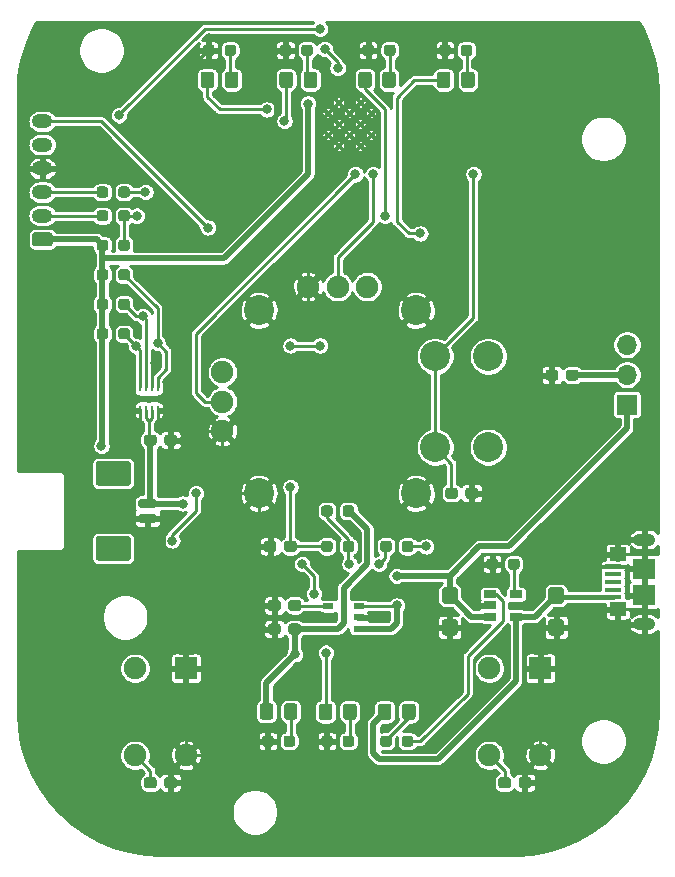
<source format=gbr>
G04 #@! TF.GenerationSoftware,KiCad,Pcbnew,(5.1.10)-1*
G04 #@! TF.CreationDate,2021-07-12T13:00:40+09:00*
G04 #@! TF.ProjectId,controller,636f6e74-726f-46c6-9c65-722e6b696361,rev?*
G04 #@! TF.SameCoordinates,Original*
G04 #@! TF.FileFunction,Copper,L1,Top*
G04 #@! TF.FilePolarity,Positive*
%FSLAX46Y46*%
G04 Gerber Fmt 4.6, Leading zero omitted, Abs format (unit mm)*
G04 Created by KiCad (PCBNEW (5.1.10)-1) date 2021-07-12 13:00:40*
%MOMM*%
%LPD*%
G01*
G04 APERTURE LIST*
G04 #@! TA.AperFunction,SMDPad,CuDef*
%ADD10R,1.000000X0.600000*%
G04 #@! TD*
G04 #@! TA.AperFunction,SMDPad,CuDef*
%ADD11R,0.270000X0.760000*%
G04 #@! TD*
G04 #@! TA.AperFunction,ComponentPad*
%ADD12C,0.300000*%
G04 #@! TD*
G04 #@! TA.AperFunction,ComponentPad*
%ADD13C,2.540000*%
G04 #@! TD*
G04 #@! TA.AperFunction,ComponentPad*
%ADD14C,1.905000*%
G04 #@! TD*
G04 #@! TA.AperFunction,SMDPad,CuDef*
%ADD15R,0.946899X0.508000*%
G04 #@! TD*
G04 #@! TA.AperFunction,SMDPad,CuDef*
%ADD16R,1.060000X0.650000*%
G04 #@! TD*
G04 #@! TA.AperFunction,ComponentPad*
%ADD17R,1.905000X1.905000*%
G04 #@! TD*
G04 #@! TA.AperFunction,ComponentPad*
%ADD18O,1.700000X1.700000*%
G04 #@! TD*
G04 #@! TA.AperFunction,ComponentPad*
%ADD19R,1.700000X1.700000*%
G04 #@! TD*
G04 #@! TA.AperFunction,ComponentPad*
%ADD20O,1.750000X1.200000*%
G04 #@! TD*
G04 #@! TA.AperFunction,SMDPad,CuDef*
%ADD21R,1.450000X1.150000*%
G04 #@! TD*
G04 #@! TA.AperFunction,ComponentPad*
%ADD22O,1.900000X1.050000*%
G04 #@! TD*
G04 #@! TA.AperFunction,SMDPad,CuDef*
%ADD23R,1.900000X1.750000*%
G04 #@! TD*
G04 #@! TA.AperFunction,SMDPad,CuDef*
%ADD24R,1.400000X0.400000*%
G04 #@! TD*
G04 #@! TA.AperFunction,ViaPad*
%ADD25C,0.800000*%
G04 #@! TD*
G04 #@! TA.AperFunction,Conductor*
%ADD26C,0.250000*%
G04 #@! TD*
G04 #@! TA.AperFunction,Conductor*
%ADD27C,0.500000*%
G04 #@! TD*
G04 #@! TA.AperFunction,Conductor*
%ADD28C,0.400000*%
G04 #@! TD*
G04 #@! TA.AperFunction,Conductor*
%ADD29C,0.254000*%
G04 #@! TD*
G04 #@! TA.AperFunction,Conductor*
%ADD30C,0.100000*%
G04 #@! TD*
G04 APERTURE END LIST*
D10*
X11500000Y-38500000D03*
D11*
X10750000Y-37515000D03*
X11250000Y-37515000D03*
X11750000Y-37515000D03*
X12250000Y-37515000D03*
X12250000Y-39485000D03*
X11750000Y-39485000D03*
X11250000Y-39485000D03*
X10750000Y-39485000D03*
D12*
X27582500Y-17075000D03*
X29417500Y-17075000D03*
X26665000Y-16157500D03*
X28500000Y-16157500D03*
X30335000Y-16157500D03*
X27582500Y-15240000D03*
X29417500Y-15240000D03*
X26665000Y-14322500D03*
X28500000Y-14322500D03*
X30335000Y-14322500D03*
X27582500Y-13405000D03*
X29417500Y-13405000D03*
D13*
X20850000Y-46500000D03*
X34150000Y-46500000D03*
X34150000Y-31000000D03*
X20850000Y-31000000D03*
X35750000Y-42600000D03*
X40250000Y-42600000D03*
X40250000Y-34900000D03*
X35750000Y-34900000D03*
D14*
X17750000Y-41250000D03*
X17750000Y-38750000D03*
X17750000Y-36250000D03*
X30000000Y-29000000D03*
X27500000Y-29000000D03*
X25000000Y-29000000D03*
D15*
X26726449Y-57950001D03*
X26726449Y-56049999D03*
X29273551Y-56049999D03*
X29273551Y-57000000D03*
X29273551Y-57950001D03*
D16*
X42600000Y-55050000D03*
X42600000Y-56950000D03*
X40400000Y-56950000D03*
X40400000Y-56000000D03*
X40400000Y-55050000D03*
D17*
X14659000Y-61317000D03*
D14*
X10341000Y-61317000D03*
X10341000Y-68683000D03*
X14659000Y-68683000D03*
D17*
X44659000Y-61317000D03*
D14*
X40341000Y-61317000D03*
X40341000Y-68683000D03*
X44659000Y-68683000D03*
D18*
X52000000Y-33920000D03*
X52000000Y-36460000D03*
D19*
X52000000Y-39000000D03*
G04 #@! TA.AperFunction,SMDPad,CuDef*
G36*
G01*
X8075000Y-20762500D02*
X8075000Y-21237500D01*
G75*
G02*
X7837500Y-21475000I-237500J0D01*
G01*
X7337500Y-21475000D01*
G75*
G02*
X7100000Y-21237500I0J237500D01*
G01*
X7100000Y-20762500D01*
G75*
G02*
X7337500Y-20525000I237500J0D01*
G01*
X7837500Y-20525000D01*
G75*
G02*
X8075000Y-20762500I0J-237500D01*
G01*
G37*
G04 #@! TD.AperFunction*
G04 #@! TA.AperFunction,SMDPad,CuDef*
G36*
G01*
X9900000Y-20762500D02*
X9900000Y-21237500D01*
G75*
G02*
X9662500Y-21475000I-237500J0D01*
G01*
X9162500Y-21475000D01*
G75*
G02*
X8925000Y-21237500I0J237500D01*
G01*
X8925000Y-20762500D01*
G75*
G02*
X9162500Y-20525000I237500J0D01*
G01*
X9662500Y-20525000D01*
G75*
G02*
X9900000Y-20762500I0J-237500D01*
G01*
G37*
G04 #@! TD.AperFunction*
G04 #@! TA.AperFunction,SMDPad,CuDef*
G36*
G01*
X8075000Y-22762500D02*
X8075000Y-23237500D01*
G75*
G02*
X7837500Y-23475000I-237500J0D01*
G01*
X7337500Y-23475000D01*
G75*
G02*
X7100000Y-23237500I0J237500D01*
G01*
X7100000Y-22762500D01*
G75*
G02*
X7337500Y-22525000I237500J0D01*
G01*
X7837500Y-22525000D01*
G75*
G02*
X8075000Y-22762500I0J-237500D01*
G01*
G37*
G04 #@! TD.AperFunction*
G04 #@! TA.AperFunction,SMDPad,CuDef*
G36*
G01*
X9900000Y-22762500D02*
X9900000Y-23237500D01*
G75*
G02*
X9662500Y-23475000I-237500J0D01*
G01*
X9162500Y-23475000D01*
G75*
G02*
X8925000Y-23237500I0J237500D01*
G01*
X8925000Y-22762500D01*
G75*
G02*
X9162500Y-22525000I237500J0D01*
G01*
X9662500Y-22525000D01*
G75*
G02*
X9900000Y-22762500I0J-237500D01*
G01*
G37*
G04 #@! TD.AperFunction*
G04 #@! TA.AperFunction,SMDPad,CuDef*
G36*
G01*
X8075000Y-30262500D02*
X8075000Y-30737500D01*
G75*
G02*
X7837500Y-30975000I-237500J0D01*
G01*
X7337500Y-30975000D01*
G75*
G02*
X7100000Y-30737500I0J237500D01*
G01*
X7100000Y-30262500D01*
G75*
G02*
X7337500Y-30025000I237500J0D01*
G01*
X7837500Y-30025000D01*
G75*
G02*
X8075000Y-30262500I0J-237500D01*
G01*
G37*
G04 #@! TD.AperFunction*
G04 #@! TA.AperFunction,SMDPad,CuDef*
G36*
G01*
X9900000Y-30262500D02*
X9900000Y-30737500D01*
G75*
G02*
X9662500Y-30975000I-237500J0D01*
G01*
X9162500Y-30975000D01*
G75*
G02*
X8925000Y-30737500I0J237500D01*
G01*
X8925000Y-30262500D01*
G75*
G02*
X9162500Y-30025000I237500J0D01*
G01*
X9662500Y-30025000D01*
G75*
G02*
X9900000Y-30262500I0J-237500D01*
G01*
G37*
G04 #@! TD.AperFunction*
G04 #@! TA.AperFunction,SMDPad,CuDef*
G36*
G01*
X8075000Y-32762500D02*
X8075000Y-33237500D01*
G75*
G02*
X7837500Y-33475000I-237500J0D01*
G01*
X7337500Y-33475000D01*
G75*
G02*
X7100000Y-33237500I0J237500D01*
G01*
X7100000Y-32762500D01*
G75*
G02*
X7337500Y-32525000I237500J0D01*
G01*
X7837500Y-32525000D01*
G75*
G02*
X8075000Y-32762500I0J-237500D01*
G01*
G37*
G04 #@! TD.AperFunction*
G04 #@! TA.AperFunction,SMDPad,CuDef*
G36*
G01*
X9900000Y-32762500D02*
X9900000Y-33237500D01*
G75*
G02*
X9662500Y-33475000I-237500J0D01*
G01*
X9162500Y-33475000D01*
G75*
G02*
X8925000Y-33237500I0J237500D01*
G01*
X8925000Y-32762500D01*
G75*
G02*
X9162500Y-32525000I237500J0D01*
G01*
X9662500Y-32525000D01*
G75*
G02*
X9900000Y-32762500I0J-237500D01*
G01*
G37*
G04 #@! TD.AperFunction*
G04 #@! TA.AperFunction,SMDPad,CuDef*
G36*
G01*
X32075000Y-50762500D02*
X32075000Y-51237500D01*
G75*
G02*
X31837500Y-51475000I-237500J0D01*
G01*
X31337500Y-51475000D01*
G75*
G02*
X31100000Y-51237500I0J237500D01*
G01*
X31100000Y-50762500D01*
G75*
G02*
X31337500Y-50525000I237500J0D01*
G01*
X31837500Y-50525000D01*
G75*
G02*
X32075000Y-50762500I0J-237500D01*
G01*
G37*
G04 #@! TD.AperFunction*
G04 #@! TA.AperFunction,SMDPad,CuDef*
G36*
G01*
X33900000Y-50762500D02*
X33900000Y-51237500D01*
G75*
G02*
X33662500Y-51475000I-237500J0D01*
G01*
X33162500Y-51475000D01*
G75*
G02*
X32925000Y-51237500I0J237500D01*
G01*
X32925000Y-50762500D01*
G75*
G02*
X33162500Y-50525000I237500J0D01*
G01*
X33662500Y-50525000D01*
G75*
G02*
X33900000Y-50762500I0J-237500D01*
G01*
G37*
G04 #@! TD.AperFunction*
G04 #@! TA.AperFunction,SMDPad,CuDef*
G36*
G01*
X8075000Y-27762500D02*
X8075000Y-28237500D01*
G75*
G02*
X7837500Y-28475000I-237500J0D01*
G01*
X7337500Y-28475000D01*
G75*
G02*
X7100000Y-28237500I0J237500D01*
G01*
X7100000Y-27762500D01*
G75*
G02*
X7337500Y-27525000I237500J0D01*
G01*
X7837500Y-27525000D01*
G75*
G02*
X8075000Y-27762500I0J-237500D01*
G01*
G37*
G04 #@! TD.AperFunction*
G04 #@! TA.AperFunction,SMDPad,CuDef*
G36*
G01*
X9900000Y-27762500D02*
X9900000Y-28237500D01*
G75*
G02*
X9662500Y-28475000I-237500J0D01*
G01*
X9162500Y-28475000D01*
G75*
G02*
X8925000Y-28237500I0J237500D01*
G01*
X8925000Y-27762500D01*
G75*
G02*
X9162500Y-27525000I237500J0D01*
G01*
X9662500Y-27525000D01*
G75*
G02*
X9900000Y-27762500I0J-237500D01*
G01*
G37*
G04 #@! TD.AperFunction*
G04 #@! TA.AperFunction,SMDPad,CuDef*
G36*
G01*
X8075000Y-25262500D02*
X8075000Y-25737500D01*
G75*
G02*
X7837500Y-25975000I-237500J0D01*
G01*
X7337500Y-25975000D01*
G75*
G02*
X7100000Y-25737500I0J237500D01*
G01*
X7100000Y-25262500D01*
G75*
G02*
X7337500Y-25025000I237500J0D01*
G01*
X7837500Y-25025000D01*
G75*
G02*
X8075000Y-25262500I0J-237500D01*
G01*
G37*
G04 #@! TD.AperFunction*
G04 #@! TA.AperFunction,SMDPad,CuDef*
G36*
G01*
X9900000Y-25262500D02*
X9900000Y-25737500D01*
G75*
G02*
X9662500Y-25975000I-237500J0D01*
G01*
X9162500Y-25975000D01*
G75*
G02*
X8925000Y-25737500I0J237500D01*
G01*
X8925000Y-25262500D01*
G75*
G02*
X9162500Y-25025000I237500J0D01*
G01*
X9662500Y-25025000D01*
G75*
G02*
X9900000Y-25262500I0J-237500D01*
G01*
G37*
G04 #@! TD.AperFunction*
G04 #@! TA.AperFunction,SMDPad,CuDef*
G36*
G01*
X27925000Y-51237500D02*
X27925000Y-50762500D01*
G75*
G02*
X28162500Y-50525000I237500J0D01*
G01*
X28662500Y-50525000D01*
G75*
G02*
X28900000Y-50762500I0J-237500D01*
G01*
X28900000Y-51237500D01*
G75*
G02*
X28662500Y-51475000I-237500J0D01*
G01*
X28162500Y-51475000D01*
G75*
G02*
X27925000Y-51237500I0J237500D01*
G01*
G37*
G04 #@! TD.AperFunction*
G04 #@! TA.AperFunction,SMDPad,CuDef*
G36*
G01*
X26100000Y-51237500D02*
X26100000Y-50762500D01*
G75*
G02*
X26337500Y-50525000I237500J0D01*
G01*
X26837500Y-50525000D01*
G75*
G02*
X27075000Y-50762500I0J-237500D01*
G01*
X27075000Y-51237500D01*
G75*
G02*
X26837500Y-51475000I-237500J0D01*
G01*
X26337500Y-51475000D01*
G75*
G02*
X26100000Y-51237500I0J237500D01*
G01*
G37*
G04 #@! TD.AperFunction*
G04 #@! TA.AperFunction,SMDPad,CuDef*
G36*
G01*
X27925000Y-48237500D02*
X27925000Y-47762500D01*
G75*
G02*
X28162500Y-47525000I237500J0D01*
G01*
X28662500Y-47525000D01*
G75*
G02*
X28900000Y-47762500I0J-237500D01*
G01*
X28900000Y-48237500D01*
G75*
G02*
X28662500Y-48475000I-237500J0D01*
G01*
X28162500Y-48475000D01*
G75*
G02*
X27925000Y-48237500I0J237500D01*
G01*
G37*
G04 #@! TD.AperFunction*
G04 #@! TA.AperFunction,SMDPad,CuDef*
G36*
G01*
X26100000Y-48237500D02*
X26100000Y-47762500D01*
G75*
G02*
X26337500Y-47525000I237500J0D01*
G01*
X26837500Y-47525000D01*
G75*
G02*
X27075000Y-47762500I0J-237500D01*
G01*
X27075000Y-48237500D01*
G75*
G02*
X26837500Y-48475000I-237500J0D01*
G01*
X26337500Y-48475000D01*
G75*
G02*
X26100000Y-48237500I0J237500D01*
G01*
G37*
G04 #@! TD.AperFunction*
G04 #@! TA.AperFunction,SMDPad,CuDef*
G36*
G01*
X37075000Y-8762500D02*
X37075000Y-9237500D01*
G75*
G02*
X36837500Y-9475000I-237500J0D01*
G01*
X36337500Y-9475000D01*
G75*
G02*
X36100000Y-9237500I0J237500D01*
G01*
X36100000Y-8762500D01*
G75*
G02*
X36337500Y-8525000I237500J0D01*
G01*
X36837500Y-8525000D01*
G75*
G02*
X37075000Y-8762500I0J-237500D01*
G01*
G37*
G04 #@! TD.AperFunction*
G04 #@! TA.AperFunction,SMDPad,CuDef*
G36*
G01*
X38900000Y-8762500D02*
X38900000Y-9237500D01*
G75*
G02*
X38662500Y-9475000I-237500J0D01*
G01*
X38162500Y-9475000D01*
G75*
G02*
X37925000Y-9237500I0J237500D01*
G01*
X37925000Y-8762500D01*
G75*
G02*
X38162500Y-8525000I237500J0D01*
G01*
X38662500Y-8525000D01*
G75*
G02*
X38900000Y-8762500I0J-237500D01*
G01*
G37*
G04 #@! TD.AperFunction*
G04 #@! TA.AperFunction,SMDPad,CuDef*
G36*
G01*
X30575000Y-8762500D02*
X30575000Y-9237500D01*
G75*
G02*
X30337500Y-9475000I-237500J0D01*
G01*
X29837500Y-9475000D01*
G75*
G02*
X29600000Y-9237500I0J237500D01*
G01*
X29600000Y-8762500D01*
G75*
G02*
X29837500Y-8525000I237500J0D01*
G01*
X30337500Y-8525000D01*
G75*
G02*
X30575000Y-8762500I0J-237500D01*
G01*
G37*
G04 #@! TD.AperFunction*
G04 #@! TA.AperFunction,SMDPad,CuDef*
G36*
G01*
X32400000Y-8762500D02*
X32400000Y-9237500D01*
G75*
G02*
X32162500Y-9475000I-237500J0D01*
G01*
X31662500Y-9475000D01*
G75*
G02*
X31425000Y-9237500I0J237500D01*
G01*
X31425000Y-8762500D01*
G75*
G02*
X31662500Y-8525000I237500J0D01*
G01*
X32162500Y-8525000D01*
G75*
G02*
X32400000Y-8762500I0J-237500D01*
G01*
G37*
G04 #@! TD.AperFunction*
G04 #@! TA.AperFunction,SMDPad,CuDef*
G36*
G01*
X23575000Y-8762500D02*
X23575000Y-9237500D01*
G75*
G02*
X23337500Y-9475000I-237500J0D01*
G01*
X22837500Y-9475000D01*
G75*
G02*
X22600000Y-9237500I0J237500D01*
G01*
X22600000Y-8762500D01*
G75*
G02*
X22837500Y-8525000I237500J0D01*
G01*
X23337500Y-8525000D01*
G75*
G02*
X23575000Y-8762500I0J-237500D01*
G01*
G37*
G04 #@! TD.AperFunction*
G04 #@! TA.AperFunction,SMDPad,CuDef*
G36*
G01*
X25400000Y-8762500D02*
X25400000Y-9237500D01*
G75*
G02*
X25162500Y-9475000I-237500J0D01*
G01*
X24662500Y-9475000D01*
G75*
G02*
X24425000Y-9237500I0J237500D01*
G01*
X24425000Y-8762500D01*
G75*
G02*
X24662500Y-8525000I237500J0D01*
G01*
X25162500Y-8525000D01*
G75*
G02*
X25400000Y-8762500I0J-237500D01*
G01*
G37*
G04 #@! TD.AperFunction*
G04 #@! TA.AperFunction,SMDPad,CuDef*
G36*
G01*
X17075000Y-8762500D02*
X17075000Y-9237500D01*
G75*
G02*
X16837500Y-9475000I-237500J0D01*
G01*
X16337500Y-9475000D01*
G75*
G02*
X16100000Y-9237500I0J237500D01*
G01*
X16100000Y-8762500D01*
G75*
G02*
X16337500Y-8525000I237500J0D01*
G01*
X16837500Y-8525000D01*
G75*
G02*
X17075000Y-8762500I0J-237500D01*
G01*
G37*
G04 #@! TD.AperFunction*
G04 #@! TA.AperFunction,SMDPad,CuDef*
G36*
G01*
X18900000Y-8762500D02*
X18900000Y-9237500D01*
G75*
G02*
X18662500Y-9475000I-237500J0D01*
G01*
X18162500Y-9475000D01*
G75*
G02*
X17925000Y-9237500I0J237500D01*
G01*
X17925000Y-8762500D01*
G75*
G02*
X18162500Y-8525000I237500J0D01*
G01*
X18662500Y-8525000D01*
G75*
G02*
X18900000Y-8762500I0J-237500D01*
G01*
G37*
G04 #@! TD.AperFunction*
G04 #@! TA.AperFunction,SMDPad,CuDef*
G36*
G01*
X27075000Y-67262500D02*
X27075000Y-67737500D01*
G75*
G02*
X26837500Y-67975000I-237500J0D01*
G01*
X26337500Y-67975000D01*
G75*
G02*
X26100000Y-67737500I0J237500D01*
G01*
X26100000Y-67262500D01*
G75*
G02*
X26337500Y-67025000I237500J0D01*
G01*
X26837500Y-67025000D01*
G75*
G02*
X27075000Y-67262500I0J-237500D01*
G01*
G37*
G04 #@! TD.AperFunction*
G04 #@! TA.AperFunction,SMDPad,CuDef*
G36*
G01*
X28900000Y-67262500D02*
X28900000Y-67737500D01*
G75*
G02*
X28662500Y-67975000I-237500J0D01*
G01*
X28162500Y-67975000D01*
G75*
G02*
X27925000Y-67737500I0J237500D01*
G01*
X27925000Y-67262500D01*
G75*
G02*
X28162500Y-67025000I237500J0D01*
G01*
X28662500Y-67025000D01*
G75*
G02*
X28900000Y-67262500I0J-237500D01*
G01*
G37*
G04 #@! TD.AperFunction*
G04 #@! TA.AperFunction,SMDPad,CuDef*
G36*
G01*
X22075000Y-67262500D02*
X22075000Y-67737500D01*
G75*
G02*
X21837500Y-67975000I-237500J0D01*
G01*
X21337500Y-67975000D01*
G75*
G02*
X21100000Y-67737500I0J237500D01*
G01*
X21100000Y-67262500D01*
G75*
G02*
X21337500Y-67025000I237500J0D01*
G01*
X21837500Y-67025000D01*
G75*
G02*
X22075000Y-67262500I0J-237500D01*
G01*
G37*
G04 #@! TD.AperFunction*
G04 #@! TA.AperFunction,SMDPad,CuDef*
G36*
G01*
X23900000Y-67262500D02*
X23900000Y-67737500D01*
G75*
G02*
X23662500Y-67975000I-237500J0D01*
G01*
X23162500Y-67975000D01*
G75*
G02*
X22925000Y-67737500I0J237500D01*
G01*
X22925000Y-67262500D01*
G75*
G02*
X23162500Y-67025000I237500J0D01*
G01*
X23662500Y-67025000D01*
G75*
G02*
X23900000Y-67262500I0J-237500D01*
G01*
G37*
G04 #@! TD.AperFunction*
G04 #@! TA.AperFunction,SMDPad,CuDef*
G36*
G01*
X32075000Y-67262500D02*
X32075000Y-67737500D01*
G75*
G02*
X31837500Y-67975000I-237500J0D01*
G01*
X31337500Y-67975000D01*
G75*
G02*
X31100000Y-67737500I0J237500D01*
G01*
X31100000Y-67262500D01*
G75*
G02*
X31337500Y-67025000I237500J0D01*
G01*
X31837500Y-67025000D01*
G75*
G02*
X32075000Y-67262500I0J-237500D01*
G01*
G37*
G04 #@! TD.AperFunction*
G04 #@! TA.AperFunction,SMDPad,CuDef*
G36*
G01*
X33900000Y-67262500D02*
X33900000Y-67737500D01*
G75*
G02*
X33662500Y-67975000I-237500J0D01*
G01*
X33162500Y-67975000D01*
G75*
G02*
X32925000Y-67737500I0J237500D01*
G01*
X32925000Y-67262500D01*
G75*
G02*
X33162500Y-67025000I237500J0D01*
G01*
X33662500Y-67025000D01*
G75*
G02*
X33900000Y-67262500I0J-237500D01*
G01*
G37*
G04 #@! TD.AperFunction*
G04 #@! TA.AperFunction,SMDPad,CuDef*
G36*
G01*
X41075000Y-52262500D02*
X41075000Y-52737500D01*
G75*
G02*
X40837500Y-52975000I-237500J0D01*
G01*
X40337500Y-52975000D01*
G75*
G02*
X40100000Y-52737500I0J237500D01*
G01*
X40100000Y-52262500D01*
G75*
G02*
X40337500Y-52025000I237500J0D01*
G01*
X40837500Y-52025000D01*
G75*
G02*
X41075000Y-52262500I0J-237500D01*
G01*
G37*
G04 #@! TD.AperFunction*
G04 #@! TA.AperFunction,SMDPad,CuDef*
G36*
G01*
X42900000Y-52262500D02*
X42900000Y-52737500D01*
G75*
G02*
X42662500Y-52975000I-237500J0D01*
G01*
X42162500Y-52975000D01*
G75*
G02*
X41925000Y-52737500I0J237500D01*
G01*
X41925000Y-52262500D01*
G75*
G02*
X42162500Y-52025000I237500J0D01*
G01*
X42662500Y-52025000D01*
G75*
G02*
X42900000Y-52262500I0J-237500D01*
G01*
G37*
G04 #@! TD.AperFunction*
D20*
X2500000Y-15000000D03*
X2500000Y-17000000D03*
X2500000Y-19000000D03*
X2500000Y-21000000D03*
X2500000Y-23000000D03*
G04 #@! TA.AperFunction,ComponentPad*
G36*
G01*
X3125001Y-25600000D02*
X1874999Y-25600000D01*
G75*
G02*
X1625000Y-25350001I0J249999D01*
G01*
X1625000Y-24649999D01*
G75*
G02*
X1874999Y-24400000I249999J0D01*
G01*
X3125001Y-24400000D01*
G75*
G02*
X3375000Y-24649999I0J-249999D01*
G01*
X3375000Y-25350001D01*
G75*
G02*
X3125001Y-25600000I-249999J0D01*
G01*
G37*
G04 #@! TD.AperFunction*
D21*
X51220000Y-56320000D03*
X51220000Y-51680000D03*
D22*
X53450000Y-50425000D03*
X53450000Y-57575000D03*
D23*
X53450000Y-55125000D03*
D24*
X50800000Y-54000000D03*
X50800000Y-53350000D03*
X50800000Y-52700000D03*
X50800000Y-55300000D03*
X50800000Y-54650000D03*
D23*
X53450000Y-52875000D03*
G04 #@! TA.AperFunction,SMDPad,CuDef*
G36*
G01*
X7249999Y-50125000D02*
X9750001Y-50125000D01*
G75*
G02*
X10000000Y-50374999I0J-249999D01*
G01*
X10000000Y-51975001D01*
G75*
G02*
X9750001Y-52225000I-249999J0D01*
G01*
X7249999Y-52225000D01*
G75*
G02*
X7000000Y-51975001I0J249999D01*
G01*
X7000000Y-50374999D01*
G75*
G02*
X7249999Y-50125000I249999J0D01*
G01*
G37*
G04 #@! TD.AperFunction*
G04 #@! TA.AperFunction,SMDPad,CuDef*
G36*
G01*
X7249999Y-43775000D02*
X9750001Y-43775000D01*
G75*
G02*
X10000000Y-44024999I0J-249999D01*
G01*
X10000000Y-45625001D01*
G75*
G02*
X9750001Y-45875000I-249999J0D01*
G01*
X7249999Y-45875000D01*
G75*
G02*
X7000000Y-45625001I0J249999D01*
G01*
X7000000Y-44024999D01*
G75*
G02*
X7249999Y-43775000I249999J0D01*
G01*
G37*
G04 #@! TD.AperFunction*
G04 #@! TA.AperFunction,SMDPad,CuDef*
G36*
G01*
X10800000Y-48225000D02*
X12000000Y-48225000D01*
G75*
G02*
X12200000Y-48425000I0J-200000D01*
G01*
X12200000Y-48825000D01*
G75*
G02*
X12000000Y-49025000I-200000J0D01*
G01*
X10800000Y-49025000D01*
G75*
G02*
X10600000Y-48825000I0J200000D01*
G01*
X10600000Y-48425000D01*
G75*
G02*
X10800000Y-48225000I200000J0D01*
G01*
G37*
G04 #@! TD.AperFunction*
G04 #@! TA.AperFunction,SMDPad,CuDef*
G36*
G01*
X10800000Y-46975000D02*
X12000000Y-46975000D01*
G75*
G02*
X12200000Y-47175000I0J-200000D01*
G01*
X12200000Y-47575000D01*
G75*
G02*
X12000000Y-47775000I-200000J0D01*
G01*
X10800000Y-47775000D01*
G75*
G02*
X10600000Y-47575000I0J200000D01*
G01*
X10600000Y-47175000D01*
G75*
G02*
X10800000Y-46975000I200000J0D01*
G01*
G37*
G04 #@! TD.AperFunction*
G04 #@! TA.AperFunction,SMDPad,CuDef*
G36*
G01*
X32050000Y-64549999D02*
X32050000Y-65450001D01*
G75*
G02*
X31800001Y-65700000I-249999J0D01*
G01*
X31149999Y-65700000D01*
G75*
G02*
X30900000Y-65450001I0J249999D01*
G01*
X30900000Y-64549999D01*
G75*
G02*
X31149999Y-64300000I249999J0D01*
G01*
X31800001Y-64300000D01*
G75*
G02*
X32050000Y-64549999I0J-249999D01*
G01*
G37*
G04 #@! TD.AperFunction*
G04 #@! TA.AperFunction,SMDPad,CuDef*
G36*
G01*
X34100000Y-64549999D02*
X34100000Y-65450001D01*
G75*
G02*
X33850001Y-65700000I-249999J0D01*
G01*
X33199999Y-65700000D01*
G75*
G02*
X32950000Y-65450001I0J249999D01*
G01*
X32950000Y-64549999D01*
G75*
G02*
X33199999Y-64300000I249999J0D01*
G01*
X33850001Y-64300000D01*
G75*
G02*
X34100000Y-64549999I0J-249999D01*
G01*
G37*
G04 #@! TD.AperFunction*
G04 #@! TA.AperFunction,SMDPad,CuDef*
G36*
G01*
X37050000Y-11049999D02*
X37050000Y-11950001D01*
G75*
G02*
X36800001Y-12200000I-249999J0D01*
G01*
X36149999Y-12200000D01*
G75*
G02*
X35900000Y-11950001I0J249999D01*
G01*
X35900000Y-11049999D01*
G75*
G02*
X36149999Y-10800000I249999J0D01*
G01*
X36800001Y-10800000D01*
G75*
G02*
X37050000Y-11049999I0J-249999D01*
G01*
G37*
G04 #@! TD.AperFunction*
G04 #@! TA.AperFunction,SMDPad,CuDef*
G36*
G01*
X39100000Y-11049999D02*
X39100000Y-11950001D01*
G75*
G02*
X38850001Y-12200000I-249999J0D01*
G01*
X38199999Y-12200000D01*
G75*
G02*
X37950000Y-11950001I0J249999D01*
G01*
X37950000Y-11049999D01*
G75*
G02*
X38199999Y-10800000I249999J0D01*
G01*
X38850001Y-10800000D01*
G75*
G02*
X39100000Y-11049999I0J-249999D01*
G01*
G37*
G04 #@! TD.AperFunction*
G04 #@! TA.AperFunction,SMDPad,CuDef*
G36*
G01*
X30380000Y-11049999D02*
X30380000Y-11950001D01*
G75*
G02*
X30130001Y-12200000I-249999J0D01*
G01*
X29479999Y-12200000D01*
G75*
G02*
X29230000Y-11950001I0J249999D01*
G01*
X29230000Y-11049999D01*
G75*
G02*
X29479999Y-10800000I249999J0D01*
G01*
X30130001Y-10800000D01*
G75*
G02*
X30380000Y-11049999I0J-249999D01*
G01*
G37*
G04 #@! TD.AperFunction*
G04 #@! TA.AperFunction,SMDPad,CuDef*
G36*
G01*
X32430000Y-11049999D02*
X32430000Y-11950001D01*
G75*
G02*
X32180001Y-12200000I-249999J0D01*
G01*
X31529999Y-12200000D01*
G75*
G02*
X31280000Y-11950001I0J249999D01*
G01*
X31280000Y-11049999D01*
G75*
G02*
X31529999Y-10800000I249999J0D01*
G01*
X32180001Y-10800000D01*
G75*
G02*
X32430000Y-11049999I0J-249999D01*
G01*
G37*
G04 #@! TD.AperFunction*
G04 #@! TA.AperFunction,SMDPad,CuDef*
G36*
G01*
X23720000Y-11049999D02*
X23720000Y-11950001D01*
G75*
G02*
X23470001Y-12200000I-249999J0D01*
G01*
X22819999Y-12200000D01*
G75*
G02*
X22570000Y-11950001I0J249999D01*
G01*
X22570000Y-11049999D01*
G75*
G02*
X22819999Y-10800000I249999J0D01*
G01*
X23470001Y-10800000D01*
G75*
G02*
X23720000Y-11049999I0J-249999D01*
G01*
G37*
G04 #@! TD.AperFunction*
G04 #@! TA.AperFunction,SMDPad,CuDef*
G36*
G01*
X25770000Y-11049999D02*
X25770000Y-11950001D01*
G75*
G02*
X25520001Y-12200000I-249999J0D01*
G01*
X24869999Y-12200000D01*
G75*
G02*
X24620000Y-11950001I0J249999D01*
G01*
X24620000Y-11049999D01*
G75*
G02*
X24869999Y-10800000I249999J0D01*
G01*
X25520001Y-10800000D01*
G75*
G02*
X25770000Y-11049999I0J-249999D01*
G01*
G37*
G04 #@! TD.AperFunction*
G04 #@! TA.AperFunction,SMDPad,CuDef*
G36*
G01*
X17050000Y-11049999D02*
X17050000Y-11950001D01*
G75*
G02*
X16800001Y-12200000I-249999J0D01*
G01*
X16149999Y-12200000D01*
G75*
G02*
X15900000Y-11950001I0J249999D01*
G01*
X15900000Y-11049999D01*
G75*
G02*
X16149999Y-10800000I249999J0D01*
G01*
X16800001Y-10800000D01*
G75*
G02*
X17050000Y-11049999I0J-249999D01*
G01*
G37*
G04 #@! TD.AperFunction*
G04 #@! TA.AperFunction,SMDPad,CuDef*
G36*
G01*
X19100000Y-11049999D02*
X19100000Y-11950001D01*
G75*
G02*
X18850001Y-12200000I-249999J0D01*
G01*
X18199999Y-12200000D01*
G75*
G02*
X17950000Y-11950001I0J249999D01*
G01*
X17950000Y-11049999D01*
G75*
G02*
X18199999Y-10800000I249999J0D01*
G01*
X18850001Y-10800000D01*
G75*
G02*
X19100000Y-11049999I0J-249999D01*
G01*
G37*
G04 #@! TD.AperFunction*
G04 #@! TA.AperFunction,SMDPad,CuDef*
G36*
G01*
X27050000Y-64549999D02*
X27050000Y-65450001D01*
G75*
G02*
X26800001Y-65700000I-249999J0D01*
G01*
X26149999Y-65700000D01*
G75*
G02*
X25900000Y-65450001I0J249999D01*
G01*
X25900000Y-64549999D01*
G75*
G02*
X26149999Y-64300000I249999J0D01*
G01*
X26800001Y-64300000D01*
G75*
G02*
X27050000Y-64549999I0J-249999D01*
G01*
G37*
G04 #@! TD.AperFunction*
G04 #@! TA.AperFunction,SMDPad,CuDef*
G36*
G01*
X29100000Y-64549999D02*
X29100000Y-65450001D01*
G75*
G02*
X28850001Y-65700000I-249999J0D01*
G01*
X28199999Y-65700000D01*
G75*
G02*
X27950000Y-65450001I0J249999D01*
G01*
X27950000Y-64549999D01*
G75*
G02*
X28199999Y-64300000I249999J0D01*
G01*
X28850001Y-64300000D01*
G75*
G02*
X29100000Y-64549999I0J-249999D01*
G01*
G37*
G04 #@! TD.AperFunction*
G04 #@! TA.AperFunction,SMDPad,CuDef*
G36*
G01*
X22050000Y-64524999D02*
X22050000Y-65425001D01*
G75*
G02*
X21800001Y-65675000I-249999J0D01*
G01*
X21149999Y-65675000D01*
G75*
G02*
X20900000Y-65425001I0J249999D01*
G01*
X20900000Y-64524999D01*
G75*
G02*
X21149999Y-64275000I249999J0D01*
G01*
X21800001Y-64275000D01*
G75*
G02*
X22050000Y-64524999I0J-249999D01*
G01*
G37*
G04 #@! TD.AperFunction*
G04 #@! TA.AperFunction,SMDPad,CuDef*
G36*
G01*
X24100000Y-64524999D02*
X24100000Y-65425001D01*
G75*
G02*
X23850001Y-65675000I-249999J0D01*
G01*
X23199999Y-65675000D01*
G75*
G02*
X22950000Y-65425001I0J249999D01*
G01*
X22950000Y-64524999D01*
G75*
G02*
X23199999Y-64275000I249999J0D01*
G01*
X23850001Y-64275000D01*
G75*
G02*
X24100000Y-64524999I0J-249999D01*
G01*
G37*
G04 #@! TD.AperFunction*
G04 #@! TA.AperFunction,SMDPad,CuDef*
G36*
G01*
X12825000Y-42237500D02*
X12825000Y-41762500D01*
G75*
G02*
X13062500Y-41525000I237500J0D01*
G01*
X13662500Y-41525000D01*
G75*
G02*
X13900000Y-41762500I0J-237500D01*
G01*
X13900000Y-42237500D01*
G75*
G02*
X13662500Y-42475000I-237500J0D01*
G01*
X13062500Y-42475000D01*
G75*
G02*
X12825000Y-42237500I0J237500D01*
G01*
G37*
G04 #@! TD.AperFunction*
G04 #@! TA.AperFunction,SMDPad,CuDef*
G36*
G01*
X11100000Y-42237500D02*
X11100000Y-41762500D01*
G75*
G02*
X11337500Y-41525000I237500J0D01*
G01*
X11937500Y-41525000D01*
G75*
G02*
X12175000Y-41762500I0J-237500D01*
G01*
X12175000Y-42237500D01*
G75*
G02*
X11937500Y-42475000I-237500J0D01*
G01*
X11337500Y-42475000D01*
G75*
G02*
X11100000Y-42237500I0J237500D01*
G01*
G37*
G04 #@! TD.AperFunction*
G04 #@! TA.AperFunction,SMDPad,CuDef*
G36*
G01*
X12825000Y-71237500D02*
X12825000Y-70762500D01*
G75*
G02*
X13062500Y-70525000I237500J0D01*
G01*
X13662500Y-70525000D01*
G75*
G02*
X13900000Y-70762500I0J-237500D01*
G01*
X13900000Y-71237500D01*
G75*
G02*
X13662500Y-71475000I-237500J0D01*
G01*
X13062500Y-71475000D01*
G75*
G02*
X12825000Y-71237500I0J237500D01*
G01*
G37*
G04 #@! TD.AperFunction*
G04 #@! TA.AperFunction,SMDPad,CuDef*
G36*
G01*
X11100000Y-71237500D02*
X11100000Y-70762500D01*
G75*
G02*
X11337500Y-70525000I237500J0D01*
G01*
X11937500Y-70525000D01*
G75*
G02*
X12175000Y-70762500I0J-237500D01*
G01*
X12175000Y-71237500D01*
G75*
G02*
X11937500Y-71475000I-237500J0D01*
G01*
X11337500Y-71475000D01*
G75*
G02*
X11100000Y-71237500I0J237500D01*
G01*
G37*
G04 #@! TD.AperFunction*
G04 #@! TA.AperFunction,SMDPad,CuDef*
G36*
G01*
X42825000Y-71237500D02*
X42825000Y-70762500D01*
G75*
G02*
X43062500Y-70525000I237500J0D01*
G01*
X43662500Y-70525000D01*
G75*
G02*
X43900000Y-70762500I0J-237500D01*
G01*
X43900000Y-71237500D01*
G75*
G02*
X43662500Y-71475000I-237500J0D01*
G01*
X43062500Y-71475000D01*
G75*
G02*
X42825000Y-71237500I0J237500D01*
G01*
G37*
G04 #@! TD.AperFunction*
G04 #@! TA.AperFunction,SMDPad,CuDef*
G36*
G01*
X41100000Y-71237500D02*
X41100000Y-70762500D01*
G75*
G02*
X41337500Y-70525000I237500J0D01*
G01*
X41937500Y-70525000D01*
G75*
G02*
X42175000Y-70762500I0J-237500D01*
G01*
X42175000Y-71237500D01*
G75*
G02*
X41937500Y-71475000I-237500J0D01*
G01*
X41337500Y-71475000D01*
G75*
G02*
X41100000Y-71237500I0J237500D01*
G01*
G37*
G04 #@! TD.AperFunction*
G04 #@! TA.AperFunction,SMDPad,CuDef*
G36*
G01*
X38325000Y-46737500D02*
X38325000Y-46262500D01*
G75*
G02*
X38562500Y-46025000I237500J0D01*
G01*
X39162500Y-46025000D01*
G75*
G02*
X39400000Y-46262500I0J-237500D01*
G01*
X39400000Y-46737500D01*
G75*
G02*
X39162500Y-46975000I-237500J0D01*
G01*
X38562500Y-46975000D01*
G75*
G02*
X38325000Y-46737500I0J237500D01*
G01*
G37*
G04 #@! TD.AperFunction*
G04 #@! TA.AperFunction,SMDPad,CuDef*
G36*
G01*
X36600000Y-46737500D02*
X36600000Y-46262500D01*
G75*
G02*
X36837500Y-46025000I237500J0D01*
G01*
X37437500Y-46025000D01*
G75*
G02*
X37675000Y-46262500I0J-237500D01*
G01*
X37675000Y-46737500D01*
G75*
G02*
X37437500Y-46975000I-237500J0D01*
G01*
X36837500Y-46975000D01*
G75*
G02*
X36600000Y-46737500I0J237500D01*
G01*
G37*
G04 #@! TD.AperFunction*
G04 #@! TA.AperFunction,SMDPad,CuDef*
G36*
G01*
X22312500Y-50762500D02*
X22312500Y-51237500D01*
G75*
G02*
X22075000Y-51475000I-237500J0D01*
G01*
X21475000Y-51475000D01*
G75*
G02*
X21237500Y-51237500I0J237500D01*
G01*
X21237500Y-50762500D01*
G75*
G02*
X21475000Y-50525000I237500J0D01*
G01*
X22075000Y-50525000D01*
G75*
G02*
X22312500Y-50762500I0J-237500D01*
G01*
G37*
G04 #@! TD.AperFunction*
G04 #@! TA.AperFunction,SMDPad,CuDef*
G36*
G01*
X24037500Y-50762500D02*
X24037500Y-51237500D01*
G75*
G02*
X23800000Y-51475000I-237500J0D01*
G01*
X23200000Y-51475000D01*
G75*
G02*
X22962500Y-51237500I0J237500D01*
G01*
X22962500Y-50762500D01*
G75*
G02*
X23200000Y-50525000I237500J0D01*
G01*
X23800000Y-50525000D01*
G75*
G02*
X24037500Y-50762500I0J-237500D01*
G01*
G37*
G04 #@! TD.AperFunction*
G04 #@! TA.AperFunction,SMDPad,CuDef*
G36*
G01*
X22675000Y-57762500D02*
X22675000Y-58237500D01*
G75*
G02*
X22437500Y-58475000I-237500J0D01*
G01*
X21837500Y-58475000D01*
G75*
G02*
X21600000Y-58237500I0J237500D01*
G01*
X21600000Y-57762500D01*
G75*
G02*
X21837500Y-57525000I237500J0D01*
G01*
X22437500Y-57525000D01*
G75*
G02*
X22675000Y-57762500I0J-237500D01*
G01*
G37*
G04 #@! TD.AperFunction*
G04 #@! TA.AperFunction,SMDPad,CuDef*
G36*
G01*
X24400000Y-57762500D02*
X24400000Y-58237500D01*
G75*
G02*
X24162500Y-58475000I-237500J0D01*
G01*
X23562500Y-58475000D01*
G75*
G02*
X23325000Y-58237500I0J237500D01*
G01*
X23325000Y-57762500D01*
G75*
G02*
X23562500Y-57525000I237500J0D01*
G01*
X24162500Y-57525000D01*
G75*
G02*
X24400000Y-57762500I0J-237500D01*
G01*
G37*
G04 #@! TD.AperFunction*
G04 #@! TA.AperFunction,SMDPad,CuDef*
G36*
G01*
X22675000Y-55762500D02*
X22675000Y-56237500D01*
G75*
G02*
X22437500Y-56475000I-237500J0D01*
G01*
X21837500Y-56475000D01*
G75*
G02*
X21600000Y-56237500I0J237500D01*
G01*
X21600000Y-55762500D01*
G75*
G02*
X21837500Y-55525000I237500J0D01*
G01*
X22437500Y-55525000D01*
G75*
G02*
X22675000Y-55762500I0J-237500D01*
G01*
G37*
G04 #@! TD.AperFunction*
G04 #@! TA.AperFunction,SMDPad,CuDef*
G36*
G01*
X24400000Y-55762500D02*
X24400000Y-56237500D01*
G75*
G02*
X24162500Y-56475000I-237500J0D01*
G01*
X23562500Y-56475000D01*
G75*
G02*
X23325000Y-56237500I0J237500D01*
G01*
X23325000Y-55762500D01*
G75*
G02*
X23562500Y-55525000I237500J0D01*
G01*
X24162500Y-55525000D01*
G75*
G02*
X24400000Y-55762500I0J-237500D01*
G01*
G37*
G04 #@! TD.AperFunction*
G04 #@! TA.AperFunction,SMDPad,CuDef*
G36*
G01*
X46175000Y-36262500D02*
X46175000Y-36737500D01*
G75*
G02*
X45937500Y-36975000I-237500J0D01*
G01*
X45337500Y-36975000D01*
G75*
G02*
X45100000Y-36737500I0J237500D01*
G01*
X45100000Y-36262500D01*
G75*
G02*
X45337500Y-36025000I237500J0D01*
G01*
X45937500Y-36025000D01*
G75*
G02*
X46175000Y-36262500I0J-237500D01*
G01*
G37*
G04 #@! TD.AperFunction*
G04 #@! TA.AperFunction,SMDPad,CuDef*
G36*
G01*
X47900000Y-36262500D02*
X47900000Y-36737500D01*
G75*
G02*
X47662500Y-36975000I-237500J0D01*
G01*
X47062500Y-36975000D01*
G75*
G02*
X46825000Y-36737500I0J237500D01*
G01*
X46825000Y-36262500D01*
G75*
G02*
X47062500Y-36025000I237500J0D01*
G01*
X47662500Y-36025000D01*
G75*
G02*
X47900000Y-36262500I0J-237500D01*
G01*
G37*
G04 #@! TD.AperFunction*
G04 #@! TA.AperFunction,SMDPad,CuDef*
G36*
G01*
X36574999Y-57150000D02*
X37425001Y-57150000D01*
G75*
G02*
X37675000Y-57399999I0J-249999D01*
G01*
X37675000Y-58300001D01*
G75*
G02*
X37425001Y-58550000I-249999J0D01*
G01*
X36574999Y-58550000D01*
G75*
G02*
X36325000Y-58300001I0J249999D01*
G01*
X36325000Y-57399999D01*
G75*
G02*
X36574999Y-57150000I249999J0D01*
G01*
G37*
G04 #@! TD.AperFunction*
G04 #@! TA.AperFunction,SMDPad,CuDef*
G36*
G01*
X36574999Y-54450000D02*
X37425001Y-54450000D01*
G75*
G02*
X37675000Y-54699999I0J-249999D01*
G01*
X37675000Y-55600001D01*
G75*
G02*
X37425001Y-55850000I-249999J0D01*
G01*
X36574999Y-55850000D01*
G75*
G02*
X36325000Y-55600001I0J249999D01*
G01*
X36325000Y-54699999D01*
G75*
G02*
X36574999Y-54450000I249999J0D01*
G01*
G37*
G04 #@! TD.AperFunction*
G04 #@! TA.AperFunction,SMDPad,CuDef*
G36*
G01*
X45574999Y-57150000D02*
X46425001Y-57150000D01*
G75*
G02*
X46675000Y-57399999I0J-249999D01*
G01*
X46675000Y-58300001D01*
G75*
G02*
X46425001Y-58550000I-249999J0D01*
G01*
X45574999Y-58550000D01*
G75*
G02*
X45325000Y-58300001I0J249999D01*
G01*
X45325000Y-57399999D01*
G75*
G02*
X45574999Y-57150000I249999J0D01*
G01*
G37*
G04 #@! TD.AperFunction*
G04 #@! TA.AperFunction,SMDPad,CuDef*
G36*
G01*
X45574999Y-54450000D02*
X46425001Y-54450000D01*
G75*
G02*
X46675000Y-54699999I0J-249999D01*
G01*
X46675000Y-55600001D01*
G75*
G02*
X46425001Y-55850000I-249999J0D01*
G01*
X45574999Y-55850000D01*
G75*
G02*
X45325000Y-55600001I0J249999D01*
G01*
X45325000Y-54699999D01*
G75*
G02*
X45574999Y-54450000I249999J0D01*
G01*
G37*
G04 #@! TD.AperFunction*
D25*
X32500000Y-53500000D03*
X14375000Y-47375000D03*
X39000000Y-58000000D03*
X39000000Y-55500000D03*
X31000000Y-57000000D03*
X22137500Y-54862500D03*
X40500000Y-49500000D03*
X16587500Y-7912500D03*
X11000000Y-14500000D03*
X13512653Y-15512653D03*
X27500000Y-19000000D03*
X25500000Y-21000000D03*
X23500000Y-19000000D03*
X27500000Y-23000000D03*
X40500000Y-9000000D03*
X12000000Y-35500000D03*
X9000000Y-37500000D03*
X10000000Y-43000000D03*
X13500000Y-43500000D03*
X28000000Y-11500000D03*
X37500000Y-66000000D03*
X7500000Y-42500000D03*
X23862500Y-60137500D03*
X25000000Y-13500000D03*
X24500000Y-52500000D03*
X26500000Y-60000000D03*
X25500000Y-55000000D03*
X21500000Y-14000000D03*
X23000000Y-15000000D03*
X31500000Y-23000000D03*
X34500000Y-24500000D03*
X16500000Y-24000000D03*
X27500000Y-10500000D03*
X26398959Y-8898959D03*
X26000000Y-7187500D03*
X9000000Y-14500000D03*
X10500000Y-23000000D03*
X11225000Y-21000000D03*
X12250000Y-33750000D03*
X10456250Y-34043750D03*
X11000000Y-31500000D03*
X35000000Y-51000000D03*
X15500000Y-46500000D03*
X13500000Y-50500000D03*
X39000000Y-19500000D03*
X30500000Y-19500000D03*
X29000000Y-19500000D03*
X32500000Y-56000000D03*
X23500000Y-34000000D03*
X26000000Y-34000000D03*
X23500000Y-46000000D03*
X28500000Y-52500000D03*
X31000000Y-52500000D03*
D26*
X11250000Y-40115000D02*
X11500000Y-40365000D01*
X11250000Y-39485000D02*
X11250000Y-40115000D01*
X11750000Y-40115000D02*
X11500000Y-40365000D01*
X11750000Y-39485000D02*
X11750000Y-40115000D01*
X11500000Y-41862500D02*
X11637500Y-42000000D01*
X11500000Y-40365000D02*
X11500000Y-41862500D01*
D27*
X11637500Y-47137500D02*
X11400000Y-47375000D01*
X11637500Y-42000000D02*
X11637500Y-47137500D01*
X11400000Y-47375000D02*
X14375000Y-47375000D01*
X37000000Y-55150000D02*
X37000000Y-53500000D01*
X38800000Y-56950000D02*
X37000000Y-55150000D01*
X40400000Y-56950000D02*
X38800000Y-56950000D01*
X32500000Y-53500000D02*
X37000000Y-53500000D01*
X39500000Y-51000000D02*
X42000000Y-51000000D01*
X37000000Y-53500000D02*
X39500000Y-51000000D01*
X52000000Y-41000000D02*
X52000000Y-39000000D01*
X42000000Y-51000000D02*
X52000000Y-41000000D01*
D26*
X43362500Y-69979500D02*
X43362500Y-71000000D01*
X44659000Y-68683000D02*
X43362500Y-69979500D01*
X44659000Y-61317000D02*
X44659000Y-68683000D01*
X13362500Y-69979500D02*
X13362500Y-71000000D01*
X14659000Y-68683000D02*
X13362500Y-69979500D01*
X14659000Y-61317000D02*
X14659000Y-68683000D01*
X13500000Y-41862500D02*
X13362500Y-42000000D01*
X50800000Y-52700000D02*
X49700000Y-52700000D01*
X49700000Y-52700000D02*
X49500000Y-52500000D01*
X49500000Y-52500000D02*
X49500000Y-52000000D01*
X49820000Y-51680000D02*
X51220000Y-51680000D01*
X49500000Y-52000000D02*
X49820000Y-51680000D01*
X53320000Y-56320000D02*
X53450000Y-56450000D01*
X51220000Y-56320000D02*
X53320000Y-56320000D01*
X53450000Y-56450000D02*
X53450000Y-57575000D01*
X53320000Y-51680000D02*
X53450000Y-51550000D01*
X51220000Y-51680000D02*
X53320000Y-51680000D01*
X53450000Y-51550000D02*
X53450000Y-56450000D01*
X53450000Y-50425000D02*
X53450000Y-51550000D01*
X51220000Y-56320000D02*
X49180000Y-56320000D01*
X47650000Y-57850000D02*
X46000000Y-57850000D01*
X49180000Y-56320000D02*
X47650000Y-57850000D01*
X44659000Y-61317000D02*
X44659000Y-60841000D01*
X45150000Y-57850000D02*
X46000000Y-57850000D01*
X44659000Y-58341000D02*
X45150000Y-57850000D01*
X44659000Y-61317000D02*
X44659000Y-58341000D01*
X40400000Y-56000000D02*
X39500000Y-56000000D01*
X39500000Y-56000000D02*
X39000000Y-55500000D01*
X39000000Y-55500000D02*
X39000000Y-53000000D01*
X39500000Y-52500000D02*
X40587500Y-52500000D01*
X39000000Y-53000000D02*
X39500000Y-52500000D01*
X38850000Y-57850000D02*
X39000000Y-58000000D01*
X37000000Y-57850000D02*
X38850000Y-57850000D01*
X20000000Y-67500000D02*
X21587500Y-67500000D01*
X18817000Y-68683000D02*
X20000000Y-67500000D01*
X26587500Y-67500000D02*
X26587500Y-68412500D01*
X26587500Y-68412500D02*
X26317000Y-68683000D01*
X26317000Y-68683000D02*
X18683000Y-68683000D01*
X18683000Y-68683000D02*
X18817000Y-68683000D01*
X14659000Y-68683000D02*
X18683000Y-68683000D01*
X22137500Y-56000000D02*
X22137500Y-58000000D01*
X22137500Y-58000000D02*
X22137500Y-59362500D01*
X20183000Y-61317000D02*
X14659000Y-61317000D01*
X22137500Y-59362500D02*
X20183000Y-61317000D01*
X21775000Y-51000000D02*
X21775000Y-53775000D01*
X21775000Y-53775000D02*
X22137500Y-54137500D01*
X20850000Y-46500000D02*
X20850000Y-48850000D01*
X21775000Y-49775000D02*
X21775000Y-51000000D01*
X20850000Y-48850000D02*
X21775000Y-49775000D01*
X13362500Y-42000000D02*
X15500000Y-42000000D01*
X16250000Y-41250000D02*
X17750000Y-41250000D01*
X15500000Y-42000000D02*
X16250000Y-41250000D01*
X17750000Y-41250000D02*
X17750000Y-45750000D01*
X18500000Y-46500000D02*
X20850000Y-46500000D01*
X17750000Y-45750000D02*
X18500000Y-46500000D01*
X29273551Y-57000000D02*
X31000000Y-57000000D01*
X22137500Y-54862500D02*
X22137500Y-56000000D01*
X22137500Y-54137500D02*
X22137500Y-54862500D01*
X38862500Y-47862500D02*
X38862500Y-46500000D01*
X40500000Y-49500000D02*
X38862500Y-47862500D01*
X35512500Y-47862500D02*
X34150000Y-46500000D01*
X38862500Y-47862500D02*
X35512500Y-47862500D01*
X34150000Y-31000000D02*
X32500000Y-32650000D01*
X32500000Y-44850000D02*
X34150000Y-46500000D01*
X32500000Y-32650000D02*
X32500000Y-44850000D01*
X22500000Y-44850000D02*
X20850000Y-46500000D01*
X32500000Y-44850000D02*
X22500000Y-44850000D01*
X22500000Y-32650000D02*
X20850000Y-31000000D01*
X22500000Y-44850000D02*
X22500000Y-32650000D01*
X25000000Y-29000000D02*
X25000000Y-32500000D01*
X25150000Y-32650000D02*
X22500000Y-32650000D01*
X25000000Y-32500000D02*
X25150000Y-32650000D01*
X32500000Y-32650000D02*
X25150000Y-32650000D01*
X36500000Y-8912500D02*
X36587500Y-9000000D01*
X36412500Y-7912500D02*
X36500000Y-8000000D01*
X36500000Y-8000000D02*
X36500000Y-8912500D01*
X16587500Y-9000000D02*
X16587500Y-7912500D01*
X12012653Y-15512653D02*
X13512653Y-15512653D01*
X11000000Y-14500000D02*
X12012653Y-15512653D01*
X16500000Y-9000000D02*
X11000000Y-14500000D01*
X16587500Y-9000000D02*
X16500000Y-9000000D01*
X23087500Y-9000000D02*
X23087500Y-7912500D01*
X16587500Y-7912500D02*
X23087500Y-7912500D01*
X23087500Y-9000000D02*
X22500000Y-9000000D01*
X22500000Y-9000000D02*
X21000000Y-10500000D01*
X21000000Y-10500000D02*
X21000000Y-11500000D01*
X21000000Y-11500000D02*
X21000000Y-12000000D01*
X21000000Y-12000000D02*
X22225001Y-13225001D01*
X22225001Y-13225001D02*
X22225001Y-16725001D01*
X27500000Y-19000000D02*
X25500000Y-21000000D01*
X22225001Y-16725001D02*
X22225001Y-17725001D01*
X22225001Y-17725001D02*
X23500000Y-19000000D01*
X25000000Y-29000000D02*
X25000000Y-25500000D01*
X25000000Y-25500000D02*
X27500000Y-23000000D01*
X38862500Y-46500000D02*
X38862500Y-44362500D01*
X38862500Y-44362500D02*
X38000000Y-43500000D01*
X38000000Y-43500000D02*
X38000000Y-40500000D01*
X42000000Y-36500000D02*
X45637500Y-36500000D01*
X38000000Y-40500000D02*
X42000000Y-36500000D01*
X39412500Y-7912500D02*
X36087500Y-7912500D01*
X40500000Y-9000000D02*
X39412500Y-7912500D01*
X36087500Y-7912500D02*
X36412500Y-7912500D01*
X23087500Y-7912500D02*
X36087500Y-7912500D01*
X11750000Y-35750000D02*
X12000000Y-35500000D01*
X11750000Y-37515000D02*
X11750000Y-35750000D01*
X9000000Y-37500000D02*
X9000000Y-42000000D01*
X9000000Y-42000000D02*
X10000000Y-43000000D01*
X13500000Y-42137500D02*
X13362500Y-42000000D01*
X13500000Y-43500000D02*
X13500000Y-42137500D01*
X10750000Y-39485000D02*
X10750000Y-40250000D01*
X10000000Y-41000000D02*
X10000000Y-43000000D01*
X10750000Y-40250000D02*
X10000000Y-41000000D01*
X12250000Y-39485000D02*
X12250000Y-40250000D01*
X12500000Y-40500000D02*
X13500000Y-40500000D01*
X12250000Y-40250000D02*
X12500000Y-40500000D01*
X13500000Y-40500000D02*
X13500000Y-41862500D01*
X30087500Y-9000000D02*
X29000000Y-9000000D01*
X29000000Y-9000000D02*
X28500000Y-9500000D01*
X28500000Y-11000000D02*
X28000000Y-11500000D01*
X28500000Y-9500000D02*
X28500000Y-11000000D01*
X11400000Y-48625000D02*
X12625000Y-48625000D01*
X12774999Y-48774999D02*
X12774999Y-51774999D01*
X12625000Y-48625000D02*
X12774999Y-48774999D01*
X12774999Y-51774999D02*
X16725001Y-51774999D01*
X19650000Y-48850000D02*
X20850000Y-48850000D01*
X16725001Y-51774999D02*
X19650000Y-48850000D01*
X13500000Y-38500000D02*
X13500000Y-40500000D01*
X11500000Y-38500000D02*
X13500000Y-38500000D01*
D27*
X44200000Y-56950000D02*
X46000000Y-55150000D01*
X42600000Y-56950000D02*
X44200000Y-56950000D01*
D26*
X46150000Y-55300000D02*
X46000000Y-55150000D01*
D28*
X50800000Y-55300000D02*
X46150000Y-55300000D01*
D27*
X42600000Y-62400000D02*
X42600000Y-56950000D01*
X36000000Y-69000000D02*
X42600000Y-62400000D01*
X31000000Y-69000000D02*
X36000000Y-69000000D01*
X30500000Y-68500000D02*
X31000000Y-69000000D01*
X30500000Y-66000000D02*
X30500000Y-68500000D01*
X31475000Y-65025000D02*
X30500000Y-66000000D01*
X31475000Y-65000000D02*
X31475000Y-65025000D01*
D26*
X23912499Y-56049999D02*
X23862500Y-56000000D01*
X26726449Y-56049999D02*
X23912499Y-56049999D01*
D27*
X7087500Y-25000000D02*
X7587500Y-25500000D01*
X2500000Y-25000000D02*
X7087500Y-25000000D01*
X7587500Y-28000000D02*
X7587500Y-30500000D01*
X7587500Y-30500000D02*
X7587500Y-33000000D01*
X23912499Y-57950001D02*
X23862500Y-58000000D01*
X26726449Y-57950001D02*
X23912499Y-57950001D01*
X23862500Y-58000000D02*
X23862500Y-60137500D01*
X21475000Y-62525000D02*
X21475000Y-64975000D01*
X23862500Y-60137500D02*
X21475000Y-62525000D01*
X7587500Y-42412500D02*
X7500000Y-42500000D01*
X7587500Y-33000000D02*
X7587500Y-42412500D01*
X28412500Y-48000000D02*
X28500000Y-48000000D01*
X28500000Y-48000000D02*
X30000000Y-49500000D01*
X30000000Y-49500000D02*
X30000000Y-52500000D01*
X30000000Y-52500000D02*
X28000000Y-54500000D01*
X28000000Y-54500000D02*
X28000000Y-57500000D01*
X27549999Y-57950001D02*
X26726449Y-57950001D01*
X28000000Y-57500000D02*
X27549999Y-57950001D01*
X25000000Y-13500000D02*
X25000000Y-19500000D01*
X17912500Y-26587500D02*
X7587500Y-26587500D01*
X25000000Y-19500000D02*
X17912500Y-26587500D01*
X7587500Y-26587500D02*
X7587500Y-28000000D01*
X7587500Y-25500000D02*
X7587500Y-26587500D01*
D26*
X41637500Y-69979500D02*
X41637500Y-71000000D01*
X40341000Y-68683000D02*
X41637500Y-69979500D01*
X23525000Y-67387500D02*
X23412500Y-67500000D01*
X23525000Y-64975000D02*
X23525000Y-67387500D01*
X28525000Y-67387500D02*
X28412500Y-67500000D01*
X28525000Y-65000000D02*
X28525000Y-67387500D01*
X26500000Y-64975000D02*
X26475000Y-65000000D01*
X26500000Y-60000000D02*
X26500000Y-64975000D01*
X24500000Y-52500000D02*
X25500000Y-53500000D01*
X25500000Y-53500000D02*
X25500000Y-55000000D01*
X18412500Y-11387500D02*
X18525000Y-11500000D01*
X18412500Y-9000000D02*
X18412500Y-11387500D01*
X16475000Y-11500000D02*
X16475000Y-12975000D01*
X16475000Y-12975000D02*
X17500000Y-14000000D01*
X17500000Y-14000000D02*
X21500000Y-14000000D01*
X24912500Y-11217500D02*
X25195000Y-11500000D01*
X24912500Y-9000000D02*
X24912500Y-11217500D01*
X23145000Y-14855000D02*
X23000000Y-15000000D01*
X23145000Y-11500000D02*
X23145000Y-14855000D01*
X31912500Y-11442500D02*
X31855000Y-11500000D01*
X31912500Y-9000000D02*
X31912500Y-11442500D01*
X29805000Y-11500000D02*
X29805000Y-12305000D01*
X29805000Y-12305000D02*
X31500000Y-14000000D01*
X31500000Y-14000000D02*
X31500000Y-23000000D01*
X38412500Y-11387500D02*
X38525000Y-11500000D01*
X38412500Y-9000000D02*
X38412500Y-11387500D01*
X36475000Y-11500000D02*
X34000000Y-11500000D01*
X34000000Y-11500000D02*
X32500000Y-13000000D01*
X32500000Y-13000000D02*
X32500000Y-18500000D01*
X32500000Y-18500000D02*
X32500000Y-23500000D01*
X33500000Y-24500000D02*
X34500000Y-24500000D01*
X32500000Y-23500000D02*
X33500000Y-24500000D01*
X31587500Y-67500000D02*
X31587500Y-67412500D01*
X33525000Y-65475000D02*
X33525000Y-65000000D01*
X31587500Y-67412500D02*
X33525000Y-65475000D01*
X7500000Y-15000000D02*
X2500000Y-15000000D01*
X16500000Y-24000000D02*
X7500000Y-15000000D01*
X27500000Y-10000000D02*
X26398959Y-8898959D01*
X27500000Y-10500000D02*
X27500000Y-10000000D01*
X16239498Y-7187500D02*
X9000000Y-14426998D01*
X26000000Y-7187500D02*
X16239498Y-7187500D01*
X9000000Y-14426998D02*
X9000000Y-14500000D01*
X9412500Y-25500000D02*
X9412500Y-23000000D01*
X10500000Y-23000000D02*
X9412500Y-23000000D01*
X9412500Y-21000000D02*
X11225000Y-21000000D01*
X9412500Y-28000000D02*
X12250000Y-30837500D01*
X12250000Y-30837500D02*
X12250000Y-33750000D01*
X12250000Y-33750000D02*
X13000000Y-34500000D01*
X13000000Y-34500000D02*
X13000000Y-36000000D01*
X13000000Y-36000000D02*
X12250000Y-36750000D01*
X12250000Y-36750000D02*
X12250000Y-37515000D01*
X10750000Y-37515000D02*
X10750000Y-34337500D01*
X10456250Y-34043750D02*
X9412500Y-33000000D01*
X10750000Y-34337500D02*
X10456250Y-34043750D01*
X11250000Y-37515000D02*
X11250000Y-32337500D01*
X10412500Y-31500000D02*
X9412500Y-30500000D01*
X11000000Y-31500000D02*
X10412500Y-31500000D01*
X11250000Y-31750000D02*
X11000000Y-31500000D01*
X11250000Y-32337500D02*
X11250000Y-31750000D01*
X35000000Y-51000000D02*
X33412500Y-51000000D01*
X15500000Y-46500000D02*
X15500000Y-48000000D01*
X13500000Y-50000000D02*
X13500000Y-50500000D01*
X15500000Y-48000000D02*
X13500000Y-50000000D01*
X39000000Y-31650000D02*
X35750000Y-34900000D01*
X39000000Y-19500000D02*
X39000000Y-31650000D01*
X35750000Y-34900000D02*
X35750000Y-42600000D01*
X37137500Y-43987500D02*
X35750000Y-42600000D01*
X37137500Y-46500000D02*
X37137500Y-43987500D01*
X30500000Y-19500000D02*
X30500000Y-23500000D01*
X27500000Y-26500000D02*
X27500000Y-29000000D01*
X30500000Y-23500000D02*
X27500000Y-26500000D01*
X29000000Y-19500000D02*
X15500000Y-33000000D01*
X15500000Y-38000000D02*
X16250000Y-38750000D01*
X16250000Y-38750000D02*
X17750000Y-38750000D01*
X15500000Y-33000000D02*
X15500000Y-38000000D01*
X51960000Y-36500000D02*
X52000000Y-36460000D01*
D27*
X47362500Y-36500000D02*
X51960000Y-36500000D01*
X30549999Y-57950001D02*
X29273551Y-57950001D01*
D26*
X32450001Y-56049999D02*
X32500000Y-56000000D01*
X29273551Y-56049999D02*
X32450001Y-56049999D01*
D27*
X30549999Y-57950001D02*
X32049999Y-57950001D01*
X32500000Y-57500000D02*
X32500000Y-56000000D01*
X32049999Y-57950001D02*
X32500000Y-57500000D01*
D26*
X26587500Y-51000000D02*
X23500000Y-51000000D01*
X23500000Y-34000000D02*
X26000000Y-34000000D01*
X23500000Y-51000000D02*
X23500000Y-46000000D01*
X11637500Y-69979500D02*
X11637500Y-71000000D01*
X10341000Y-68683000D02*
X11637500Y-69979500D01*
X2500000Y-21000000D02*
X7587500Y-21000000D01*
X2500000Y-23000000D02*
X7587500Y-23000000D01*
X42412500Y-54862500D02*
X42600000Y-55050000D01*
X42412500Y-52500000D02*
X42412500Y-54862500D01*
X40890002Y-55050000D02*
X41500000Y-55659998D01*
X40400000Y-55050000D02*
X40890002Y-55050000D01*
X41500000Y-57290002D02*
X38500000Y-60290002D01*
X41500000Y-55659998D02*
X41500000Y-57290002D01*
X38500000Y-60290002D02*
X38500000Y-63500000D01*
X34500000Y-67500000D02*
X33412500Y-67500000D01*
X38500000Y-63500000D02*
X34500000Y-67500000D01*
X26587500Y-48000000D02*
X26587500Y-48587500D01*
X28412500Y-50412500D02*
X28412500Y-51000000D01*
X26587500Y-48587500D02*
X28412500Y-50412500D01*
X28412500Y-52412500D02*
X28500000Y-52500000D01*
X28412500Y-51000000D02*
X28412500Y-52412500D01*
X31000000Y-52500000D02*
X31500000Y-52000000D01*
X31500000Y-51087500D02*
X31587500Y-51000000D01*
X31500000Y-52000000D02*
X31500000Y-51087500D01*
D29*
X25401499Y-6681500D02*
X16264343Y-6681500D01*
X16239497Y-6679053D01*
X16214651Y-6681500D01*
X16214644Y-6681500D01*
X16150192Y-6687848D01*
X16140304Y-6688822D01*
X16125173Y-6693412D01*
X16044923Y-6717755D01*
X15957019Y-6764741D01*
X15879971Y-6827973D01*
X15864126Y-6847280D01*
X8992407Y-13719000D01*
X8923078Y-13719000D01*
X8772191Y-13749013D01*
X8630058Y-13807887D01*
X8502141Y-13893358D01*
X8393358Y-14002141D01*
X8307887Y-14130058D01*
X8249013Y-14272191D01*
X8219000Y-14423078D01*
X8219000Y-14576922D01*
X8249013Y-14727809D01*
X8307887Y-14869942D01*
X8393358Y-14997859D01*
X8502141Y-15106642D01*
X8630058Y-15192113D01*
X8772191Y-15250987D01*
X8923078Y-15281000D01*
X9076922Y-15281000D01*
X9227809Y-15250987D01*
X9369942Y-15192113D01*
X9497859Y-15106642D01*
X9606642Y-14997859D01*
X9692113Y-14869942D01*
X9750987Y-14727809D01*
X9781000Y-14576922D01*
X9781000Y-14423078D01*
X9770798Y-14371791D01*
X13092590Y-11049999D01*
X15517157Y-11049999D01*
X15517157Y-11950001D01*
X15529317Y-12073462D01*
X15565329Y-12192179D01*
X15623810Y-12301589D01*
X15702512Y-12397488D01*
X15798411Y-12476190D01*
X15907821Y-12534671D01*
X15969001Y-12553229D01*
X15969001Y-12950144D01*
X15966553Y-12975000D01*
X15976322Y-13074192D01*
X16005255Y-13169574D01*
X16005256Y-13169575D01*
X16052242Y-13257479D01*
X16115474Y-13334527D01*
X16134780Y-13350371D01*
X17124628Y-14340220D01*
X17140473Y-14359527D01*
X17217521Y-14422759D01*
X17272880Y-14452349D01*
X17305425Y-14469745D01*
X17400807Y-14498678D01*
X17500000Y-14508448D01*
X17524854Y-14506000D01*
X20901499Y-14506000D01*
X21002141Y-14606642D01*
X21130058Y-14692113D01*
X21272191Y-14750987D01*
X21423078Y-14781000D01*
X21576922Y-14781000D01*
X21727809Y-14750987D01*
X21869942Y-14692113D01*
X21997859Y-14606642D01*
X22106642Y-14497859D01*
X22192113Y-14369942D01*
X22250987Y-14227809D01*
X22281000Y-14076922D01*
X22281000Y-13923078D01*
X22250987Y-13772191D01*
X22192113Y-13630058D01*
X22106642Y-13502141D01*
X21997859Y-13393358D01*
X21869942Y-13307887D01*
X21727809Y-13249013D01*
X21576922Y-13219000D01*
X21423078Y-13219000D01*
X21272191Y-13249013D01*
X21130058Y-13307887D01*
X21002141Y-13393358D01*
X20901499Y-13494000D01*
X17709592Y-13494000D01*
X16981000Y-12765409D01*
X16981000Y-12553229D01*
X17042179Y-12534671D01*
X17151589Y-12476190D01*
X17247488Y-12397488D01*
X17326190Y-12301589D01*
X17384671Y-12192179D01*
X17420683Y-12073462D01*
X17432843Y-11950001D01*
X17432843Y-11049999D01*
X17420683Y-10926538D01*
X17384671Y-10807821D01*
X17326190Y-10698411D01*
X17247488Y-10602512D01*
X17151589Y-10523810D01*
X17042179Y-10465329D01*
X16923462Y-10429317D01*
X16800001Y-10417157D01*
X16149999Y-10417157D01*
X16026538Y-10429317D01*
X15907821Y-10465329D01*
X15798411Y-10523810D01*
X15702512Y-10602512D01*
X15623810Y-10698411D01*
X15565329Y-10807821D01*
X15529317Y-10926538D01*
X15517157Y-11049999D01*
X13092590Y-11049999D01*
X14667589Y-9475000D01*
X15717157Y-9475000D01*
X15724513Y-9549689D01*
X15746299Y-9621508D01*
X15781678Y-9687696D01*
X15829289Y-9745711D01*
X15887304Y-9793322D01*
X15953492Y-9828701D01*
X16025311Y-9850487D01*
X16100000Y-9857843D01*
X16365250Y-9856000D01*
X16460500Y-9760750D01*
X16460500Y-9127000D01*
X16714500Y-9127000D01*
X16714500Y-9760750D01*
X16809750Y-9856000D01*
X17075000Y-9857843D01*
X17149689Y-9850487D01*
X17221508Y-9828701D01*
X17287696Y-9793322D01*
X17345711Y-9745711D01*
X17393322Y-9687696D01*
X17428701Y-9621508D01*
X17450487Y-9549689D01*
X17457843Y-9475000D01*
X17456000Y-9222250D01*
X17360750Y-9127000D01*
X16714500Y-9127000D01*
X16460500Y-9127000D01*
X15814250Y-9127000D01*
X15719000Y-9222250D01*
X15717157Y-9475000D01*
X14667589Y-9475000D01*
X15738549Y-8404041D01*
X15724513Y-8450311D01*
X15717157Y-8525000D01*
X15719000Y-8777750D01*
X15814250Y-8873000D01*
X16460500Y-8873000D01*
X16460500Y-8239250D01*
X16714500Y-8239250D01*
X16714500Y-8873000D01*
X17360750Y-8873000D01*
X17456000Y-8777750D01*
X17456111Y-8762500D01*
X17542157Y-8762500D01*
X17542157Y-9237500D01*
X17554077Y-9358523D01*
X17589378Y-9474895D01*
X17646704Y-9582144D01*
X17723851Y-9676149D01*
X17817856Y-9753296D01*
X17906500Y-9800678D01*
X17906501Y-10492760D01*
X17848411Y-10523810D01*
X17752512Y-10602512D01*
X17673810Y-10698411D01*
X17615329Y-10807821D01*
X17579317Y-10926538D01*
X17567157Y-11049999D01*
X17567157Y-11950001D01*
X17579317Y-12073462D01*
X17615329Y-12192179D01*
X17673810Y-12301589D01*
X17752512Y-12397488D01*
X17848411Y-12476190D01*
X17957821Y-12534671D01*
X18076538Y-12570683D01*
X18199999Y-12582843D01*
X18850001Y-12582843D01*
X18973462Y-12570683D01*
X19092179Y-12534671D01*
X19201589Y-12476190D01*
X19297488Y-12397488D01*
X19376190Y-12301589D01*
X19434671Y-12192179D01*
X19470683Y-12073462D01*
X19482843Y-11950001D01*
X19482843Y-11049999D01*
X22187157Y-11049999D01*
X22187157Y-11950001D01*
X22199317Y-12073462D01*
X22235329Y-12192179D01*
X22293810Y-12301589D01*
X22372512Y-12397488D01*
X22468411Y-12476190D01*
X22577821Y-12534671D01*
X22639000Y-12553229D01*
X22639001Y-14304183D01*
X22630058Y-14307887D01*
X22502141Y-14393358D01*
X22393358Y-14502141D01*
X22307887Y-14630058D01*
X22249013Y-14772191D01*
X22219000Y-14923078D01*
X22219000Y-15076922D01*
X22249013Y-15227809D01*
X22307887Y-15369942D01*
X22393358Y-15497859D01*
X22502141Y-15606642D01*
X22630058Y-15692113D01*
X22772191Y-15750987D01*
X22923078Y-15781000D01*
X23076922Y-15781000D01*
X23227809Y-15750987D01*
X23369942Y-15692113D01*
X23497859Y-15606642D01*
X23606642Y-15497859D01*
X23692113Y-15369942D01*
X23750987Y-15227809D01*
X23781000Y-15076922D01*
X23781000Y-14923078D01*
X23750987Y-14772191D01*
X23692113Y-14630058D01*
X23651000Y-14568528D01*
X23651000Y-12553229D01*
X23712179Y-12534671D01*
X23821589Y-12476190D01*
X23917488Y-12397488D01*
X23996190Y-12301589D01*
X24054671Y-12192179D01*
X24090683Y-12073462D01*
X24102843Y-11950001D01*
X24102843Y-11049999D01*
X24090683Y-10926538D01*
X24054671Y-10807821D01*
X23996190Y-10698411D01*
X23917488Y-10602512D01*
X23821589Y-10523810D01*
X23712179Y-10465329D01*
X23593462Y-10429317D01*
X23470001Y-10417157D01*
X22819999Y-10417157D01*
X22696538Y-10429317D01*
X22577821Y-10465329D01*
X22468411Y-10523810D01*
X22372512Y-10602512D01*
X22293810Y-10698411D01*
X22235329Y-10807821D01*
X22199317Y-10926538D01*
X22187157Y-11049999D01*
X19482843Y-11049999D01*
X19470683Y-10926538D01*
X19434671Y-10807821D01*
X19376190Y-10698411D01*
X19297488Y-10602512D01*
X19201589Y-10523810D01*
X19092179Y-10465329D01*
X18973462Y-10429317D01*
X18918500Y-10423904D01*
X18918500Y-9800677D01*
X19007144Y-9753296D01*
X19101149Y-9676149D01*
X19178296Y-9582144D01*
X19235565Y-9475000D01*
X22217157Y-9475000D01*
X22224513Y-9549689D01*
X22246299Y-9621508D01*
X22281678Y-9687696D01*
X22329289Y-9745711D01*
X22387304Y-9793322D01*
X22453492Y-9828701D01*
X22525311Y-9850487D01*
X22600000Y-9857843D01*
X22865250Y-9856000D01*
X22960500Y-9760750D01*
X22960500Y-9127000D01*
X23214500Y-9127000D01*
X23214500Y-9760750D01*
X23309750Y-9856000D01*
X23575000Y-9857843D01*
X23649689Y-9850487D01*
X23721508Y-9828701D01*
X23787696Y-9793322D01*
X23845711Y-9745711D01*
X23893322Y-9687696D01*
X23928701Y-9621508D01*
X23950487Y-9549689D01*
X23957843Y-9475000D01*
X23956000Y-9222250D01*
X23860750Y-9127000D01*
X23214500Y-9127000D01*
X22960500Y-9127000D01*
X22314250Y-9127000D01*
X22219000Y-9222250D01*
X22217157Y-9475000D01*
X19235565Y-9475000D01*
X19235622Y-9474895D01*
X19270923Y-9358523D01*
X19282843Y-9237500D01*
X19282843Y-8762500D01*
X19270923Y-8641477D01*
X19235622Y-8525105D01*
X19235566Y-8525000D01*
X22217157Y-8525000D01*
X22219000Y-8777750D01*
X22314250Y-8873000D01*
X22960500Y-8873000D01*
X22960500Y-8239250D01*
X23214500Y-8239250D01*
X23214500Y-8873000D01*
X23860750Y-8873000D01*
X23956000Y-8777750D01*
X23956111Y-8762500D01*
X24042157Y-8762500D01*
X24042157Y-9237500D01*
X24054077Y-9358523D01*
X24089378Y-9474895D01*
X24146704Y-9582144D01*
X24223851Y-9676149D01*
X24317856Y-9753296D01*
X24406500Y-9800678D01*
X24406501Y-10622022D01*
X24343810Y-10698411D01*
X24285329Y-10807821D01*
X24249317Y-10926538D01*
X24237157Y-11049999D01*
X24237157Y-11950001D01*
X24249317Y-12073462D01*
X24285329Y-12192179D01*
X24343810Y-12301589D01*
X24422512Y-12397488D01*
X24518411Y-12476190D01*
X24627821Y-12534671D01*
X24746538Y-12570683D01*
X24869999Y-12582843D01*
X25520001Y-12582843D01*
X25643462Y-12570683D01*
X25762179Y-12534671D01*
X25871589Y-12476190D01*
X25967488Y-12397488D01*
X26046190Y-12301589D01*
X26104671Y-12192179D01*
X26140683Y-12073462D01*
X26152843Y-11950001D01*
X26152843Y-11049999D01*
X26140683Y-10926538D01*
X26104671Y-10807821D01*
X26046190Y-10698411D01*
X25967488Y-10602512D01*
X25871589Y-10523810D01*
X25762179Y-10465329D01*
X25643462Y-10429317D01*
X25520001Y-10417157D01*
X25418500Y-10417157D01*
X25418500Y-9800677D01*
X25507144Y-9753296D01*
X25601149Y-9676149D01*
X25678296Y-9582144D01*
X25735622Y-9474895D01*
X25769614Y-9362840D01*
X25792317Y-9396818D01*
X25901100Y-9505601D01*
X26029017Y-9591072D01*
X26171150Y-9649946D01*
X26322037Y-9679959D01*
X26464368Y-9679959D01*
X26850577Y-10066168D01*
X26807887Y-10130058D01*
X26749013Y-10272191D01*
X26719000Y-10423078D01*
X26719000Y-10576922D01*
X26749013Y-10727809D01*
X26807887Y-10869942D01*
X26893358Y-10997859D01*
X27002141Y-11106642D01*
X27130058Y-11192113D01*
X27272191Y-11250987D01*
X27423078Y-11281000D01*
X27576922Y-11281000D01*
X27727809Y-11250987D01*
X27869942Y-11192113D01*
X27997859Y-11106642D01*
X28106642Y-10997859D01*
X28192113Y-10869942D01*
X28250987Y-10727809D01*
X28281000Y-10576922D01*
X28281000Y-10423078D01*
X28250987Y-10272191D01*
X28192113Y-10130058D01*
X28106642Y-10002141D01*
X27997859Y-9893358D01*
X27996053Y-9892151D01*
X27969745Y-9805425D01*
X27963276Y-9793322D01*
X27922759Y-9717521D01*
X27859527Y-9640473D01*
X27840220Y-9624628D01*
X27690592Y-9475000D01*
X29217157Y-9475000D01*
X29224513Y-9549689D01*
X29246299Y-9621508D01*
X29281678Y-9687696D01*
X29329289Y-9745711D01*
X29387304Y-9793322D01*
X29453492Y-9828701D01*
X29525311Y-9850487D01*
X29600000Y-9857843D01*
X29865250Y-9856000D01*
X29960500Y-9760750D01*
X29960500Y-9127000D01*
X30214500Y-9127000D01*
X30214500Y-9760750D01*
X30309750Y-9856000D01*
X30575000Y-9857843D01*
X30649689Y-9850487D01*
X30721508Y-9828701D01*
X30787696Y-9793322D01*
X30845711Y-9745711D01*
X30893322Y-9687696D01*
X30928701Y-9621508D01*
X30950487Y-9549689D01*
X30957843Y-9475000D01*
X30956000Y-9222250D01*
X30860750Y-9127000D01*
X30214500Y-9127000D01*
X29960500Y-9127000D01*
X29314250Y-9127000D01*
X29219000Y-9222250D01*
X29217157Y-9475000D01*
X27690592Y-9475000D01*
X27179959Y-8964368D01*
X27179959Y-8822037D01*
X27149946Y-8671150D01*
X27091072Y-8529017D01*
X27088388Y-8525000D01*
X29217157Y-8525000D01*
X29219000Y-8777750D01*
X29314250Y-8873000D01*
X29960500Y-8873000D01*
X29960500Y-8239250D01*
X30214500Y-8239250D01*
X30214500Y-8873000D01*
X30860750Y-8873000D01*
X30956000Y-8777750D01*
X30957843Y-8525000D01*
X30950487Y-8450311D01*
X30928701Y-8378492D01*
X30893322Y-8312304D01*
X30845711Y-8254289D01*
X30787696Y-8206678D01*
X30721508Y-8171299D01*
X30649689Y-8149513D01*
X30575000Y-8142157D01*
X30309750Y-8144000D01*
X30214500Y-8239250D01*
X29960500Y-8239250D01*
X29865250Y-8144000D01*
X29600000Y-8142157D01*
X29525311Y-8149513D01*
X29453492Y-8171299D01*
X29387304Y-8206678D01*
X29329289Y-8254289D01*
X29281678Y-8312304D01*
X29246299Y-8378492D01*
X29224513Y-8450311D01*
X29217157Y-8525000D01*
X27088388Y-8525000D01*
X27005601Y-8401100D01*
X26896818Y-8292317D01*
X26768901Y-8206846D01*
X26626768Y-8147972D01*
X26475881Y-8117959D01*
X26322037Y-8117959D01*
X26171150Y-8147972D01*
X26029017Y-8206846D01*
X25901100Y-8292317D01*
X25792317Y-8401100D01*
X25723995Y-8503352D01*
X25678296Y-8417856D01*
X25601149Y-8323851D01*
X25507144Y-8246704D01*
X25399895Y-8189378D01*
X25283523Y-8154077D01*
X25162500Y-8142157D01*
X24662500Y-8142157D01*
X24541477Y-8154077D01*
X24425105Y-8189378D01*
X24317856Y-8246704D01*
X24223851Y-8323851D01*
X24146704Y-8417856D01*
X24089378Y-8525105D01*
X24054077Y-8641477D01*
X24042157Y-8762500D01*
X23956111Y-8762500D01*
X23957843Y-8525000D01*
X23950487Y-8450311D01*
X23928701Y-8378492D01*
X23893322Y-8312304D01*
X23845711Y-8254289D01*
X23787696Y-8206678D01*
X23721508Y-8171299D01*
X23649689Y-8149513D01*
X23575000Y-8142157D01*
X23309750Y-8144000D01*
X23214500Y-8239250D01*
X22960500Y-8239250D01*
X22865250Y-8144000D01*
X22600000Y-8142157D01*
X22525311Y-8149513D01*
X22453492Y-8171299D01*
X22387304Y-8206678D01*
X22329289Y-8254289D01*
X22281678Y-8312304D01*
X22246299Y-8378492D01*
X22224513Y-8450311D01*
X22217157Y-8525000D01*
X19235566Y-8525000D01*
X19178296Y-8417856D01*
X19101149Y-8323851D01*
X19007144Y-8246704D01*
X18899895Y-8189378D01*
X18783523Y-8154077D01*
X18662500Y-8142157D01*
X18162500Y-8142157D01*
X18041477Y-8154077D01*
X17925105Y-8189378D01*
X17817856Y-8246704D01*
X17723851Y-8323851D01*
X17646704Y-8417856D01*
X17589378Y-8525105D01*
X17554077Y-8641477D01*
X17542157Y-8762500D01*
X17456111Y-8762500D01*
X17457843Y-8525000D01*
X17450487Y-8450311D01*
X17428701Y-8378492D01*
X17393322Y-8312304D01*
X17345711Y-8254289D01*
X17287696Y-8206678D01*
X17221508Y-8171299D01*
X17149689Y-8149513D01*
X17075000Y-8142157D01*
X16809750Y-8144000D01*
X16714500Y-8239250D01*
X16460500Y-8239250D01*
X16365250Y-8144000D01*
X16100000Y-8142157D01*
X16025311Y-8149513D01*
X15979041Y-8163549D01*
X16449090Y-7693500D01*
X25401499Y-7693500D01*
X25502141Y-7794142D01*
X25630058Y-7879613D01*
X25772191Y-7938487D01*
X25923078Y-7968500D01*
X26076922Y-7968500D01*
X26227809Y-7938487D01*
X26369942Y-7879613D01*
X26497859Y-7794142D01*
X26606642Y-7685359D01*
X26692113Y-7557442D01*
X26750987Y-7415309D01*
X26781000Y-7264422D01*
X26781000Y-7110578D01*
X26750987Y-6959691D01*
X26692113Y-6817558D01*
X26606642Y-6689641D01*
X26544001Y-6627000D01*
X53046300Y-6627000D01*
X53365767Y-7198619D01*
X53888965Y-8443259D01*
X54270165Y-9738466D01*
X54504615Y-11068096D01*
X54590059Y-12426196D01*
X54590322Y-12501419D01*
X54593011Y-12546666D01*
X54594001Y-12552398D01*
X54594000Y-49861742D01*
X54483943Y-49742246D01*
X54339044Y-49636566D01*
X54176312Y-49561185D01*
X54002000Y-49519000D01*
X53577000Y-49519000D01*
X53577000Y-50298000D01*
X53597000Y-50298000D01*
X53597000Y-50552000D01*
X53577000Y-50552000D01*
X53577000Y-51331000D01*
X54002000Y-51331000D01*
X54176312Y-51288815D01*
X54339044Y-51213434D01*
X54483943Y-51107754D01*
X54594000Y-50988258D01*
X54594000Y-51671685D01*
X54546508Y-51646299D01*
X54474689Y-51624513D01*
X54400000Y-51617157D01*
X53672250Y-51619000D01*
X53577000Y-51714250D01*
X53577000Y-52748000D01*
X53597000Y-52748000D01*
X53597000Y-53002000D01*
X53577000Y-53002000D01*
X53577000Y-54998000D01*
X53597000Y-54998000D01*
X53597000Y-55252000D01*
X53577000Y-55252000D01*
X53577000Y-56285750D01*
X53672250Y-56381000D01*
X54400000Y-56382843D01*
X54474689Y-56375487D01*
X54546508Y-56353701D01*
X54594000Y-56328315D01*
X54594000Y-57011742D01*
X54483943Y-56892246D01*
X54339044Y-56786566D01*
X54176312Y-56711185D01*
X54002000Y-56669000D01*
X53577000Y-56669000D01*
X53577000Y-57448000D01*
X53597000Y-57448000D01*
X53597000Y-57702000D01*
X53577000Y-57702000D01*
X53577000Y-58481000D01*
X54002000Y-58481000D01*
X54176312Y-58438815D01*
X54339044Y-58363434D01*
X54483943Y-58257754D01*
X54594000Y-58138258D01*
X54594000Y-64950377D01*
X54591309Y-64971679D01*
X54590953Y-64977336D01*
X54514319Y-66348039D01*
X54289159Y-67679265D01*
X53917011Y-68977099D01*
X53402508Y-70225378D01*
X52752077Y-71408506D01*
X51973809Y-72511770D01*
X51077419Y-73521399D01*
X50074066Y-74424823D01*
X48976266Y-75210769D01*
X47797708Y-75869443D01*
X46553066Y-76392643D01*
X45257855Y-76773845D01*
X43928224Y-77008295D01*
X42570124Y-77093739D01*
X42495473Y-77094000D01*
X12507662Y-77094000D01*
X11148281Y-77017999D01*
X9817055Y-76792839D01*
X8519221Y-76420691D01*
X7270942Y-75906188D01*
X6087814Y-75255757D01*
X4984550Y-74477489D01*
X3974921Y-73581099D01*
X3726221Y-73304889D01*
X18519000Y-73304889D01*
X18519000Y-73695111D01*
X18595129Y-74077836D01*
X18744461Y-74438355D01*
X18961257Y-74762814D01*
X19237186Y-75038743D01*
X19561645Y-75255539D01*
X19922164Y-75404871D01*
X20304889Y-75481000D01*
X20695111Y-75481000D01*
X21077836Y-75404871D01*
X21438355Y-75255539D01*
X21762814Y-75038743D01*
X22038743Y-74762814D01*
X22255539Y-74438355D01*
X22404871Y-74077836D01*
X22481000Y-73695111D01*
X22481000Y-73304889D01*
X22404871Y-72922164D01*
X22255539Y-72561645D01*
X22038743Y-72237186D01*
X21762814Y-71961257D01*
X21438355Y-71744461D01*
X21077836Y-71595129D01*
X20695111Y-71519000D01*
X20304889Y-71519000D01*
X19922164Y-71595129D01*
X19561645Y-71744461D01*
X19237186Y-71961257D01*
X18961257Y-72237186D01*
X18744461Y-72561645D01*
X18595129Y-72922164D01*
X18519000Y-73304889D01*
X3726221Y-73304889D01*
X3071497Y-72577746D01*
X2285551Y-71479946D01*
X1626877Y-70301388D01*
X1103677Y-69056746D01*
X955023Y-68551662D01*
X9007500Y-68551662D01*
X9007500Y-68814338D01*
X9058746Y-69071968D01*
X9159268Y-69314649D01*
X9305203Y-69533057D01*
X9490943Y-69718797D01*
X9709351Y-69864732D01*
X9952032Y-69965254D01*
X10209662Y-70016500D01*
X10472338Y-70016500D01*
X10729968Y-69965254D01*
X10855617Y-69913208D01*
X11124413Y-70182004D01*
X11100105Y-70189378D01*
X10992856Y-70246704D01*
X10898851Y-70323851D01*
X10821704Y-70417856D01*
X10764378Y-70525105D01*
X10729077Y-70641477D01*
X10717157Y-70762500D01*
X10717157Y-71237500D01*
X10729077Y-71358523D01*
X10764378Y-71474895D01*
X10821704Y-71582144D01*
X10898851Y-71676149D01*
X10992856Y-71753296D01*
X11100105Y-71810622D01*
X11216477Y-71845923D01*
X11337500Y-71857843D01*
X11937500Y-71857843D01*
X12058523Y-71845923D01*
X12174895Y-71810622D01*
X12282144Y-71753296D01*
X12376149Y-71676149D01*
X12453296Y-71582144D01*
X12457163Y-71574909D01*
X12471299Y-71621508D01*
X12506678Y-71687696D01*
X12554289Y-71745711D01*
X12612304Y-71793322D01*
X12678492Y-71828701D01*
X12750311Y-71850487D01*
X12825000Y-71857843D01*
X13140250Y-71856000D01*
X13235500Y-71760750D01*
X13235500Y-71127000D01*
X13489500Y-71127000D01*
X13489500Y-71760750D01*
X13584750Y-71856000D01*
X13900000Y-71857843D01*
X13974689Y-71850487D01*
X14046508Y-71828701D01*
X14112696Y-71793322D01*
X14170711Y-71745711D01*
X14218322Y-71687696D01*
X14253701Y-71621508D01*
X14275487Y-71549689D01*
X14282843Y-71475000D01*
X14281000Y-71222250D01*
X14185750Y-71127000D01*
X13489500Y-71127000D01*
X13235500Y-71127000D01*
X13215500Y-71127000D01*
X13215500Y-70873000D01*
X13235500Y-70873000D01*
X13235500Y-70239250D01*
X13489500Y-70239250D01*
X13489500Y-70873000D01*
X14185750Y-70873000D01*
X14281000Y-70777750D01*
X14282843Y-70525000D01*
X14275487Y-70450311D01*
X14253701Y-70378492D01*
X14218322Y-70312304D01*
X14170711Y-70254289D01*
X14112696Y-70206678D01*
X14046508Y-70171299D01*
X13974689Y-70149513D01*
X13900000Y-70142157D01*
X13584750Y-70144000D01*
X13489500Y-70239250D01*
X13235500Y-70239250D01*
X13140250Y-70144000D01*
X12825000Y-70142157D01*
X12750311Y-70149513D01*
X12678492Y-70171299D01*
X12612304Y-70206678D01*
X12554289Y-70254289D01*
X12506678Y-70312304D01*
X12471299Y-70378492D01*
X12457163Y-70425091D01*
X12453296Y-70417856D01*
X12376149Y-70323851D01*
X12282144Y-70246704D01*
X12174895Y-70189378D01*
X12143500Y-70179854D01*
X12143500Y-70004354D01*
X12145948Y-69979500D01*
X12136178Y-69880307D01*
X12107245Y-69784925D01*
X12060259Y-69697021D01*
X12020313Y-69648346D01*
X13873259Y-69648346D01*
X13977686Y-69836812D01*
X14215875Y-69947559D01*
X14471093Y-70009711D01*
X14733533Y-70020876D01*
X14993107Y-69980629D01*
X15239842Y-69890514D01*
X15340314Y-69836812D01*
X15444741Y-69648346D01*
X14659000Y-68862605D01*
X13873259Y-69648346D01*
X12020313Y-69648346D01*
X11997027Y-69619973D01*
X11977720Y-69604128D01*
X11571208Y-69197617D01*
X11623254Y-69071968D01*
X11674500Y-68814338D01*
X11674500Y-68757533D01*
X13321124Y-68757533D01*
X13361371Y-69017107D01*
X13451486Y-69263842D01*
X13505188Y-69364314D01*
X13693654Y-69468741D01*
X14479395Y-68683000D01*
X14838605Y-68683000D01*
X15624346Y-69468741D01*
X15812812Y-69364314D01*
X15923559Y-69126125D01*
X15985711Y-68870907D01*
X15996876Y-68608467D01*
X15956629Y-68348893D01*
X15866514Y-68102158D01*
X15812812Y-68001686D01*
X15764651Y-67975000D01*
X20717157Y-67975000D01*
X20724513Y-68049689D01*
X20746299Y-68121508D01*
X20781678Y-68187696D01*
X20829289Y-68245711D01*
X20887304Y-68293322D01*
X20953492Y-68328701D01*
X21025311Y-68350487D01*
X21100000Y-68357843D01*
X21365250Y-68356000D01*
X21460500Y-68260750D01*
X21460500Y-67627000D01*
X21714500Y-67627000D01*
X21714500Y-68260750D01*
X21809750Y-68356000D01*
X22075000Y-68357843D01*
X22149689Y-68350487D01*
X22221508Y-68328701D01*
X22287696Y-68293322D01*
X22345711Y-68245711D01*
X22393322Y-68187696D01*
X22428701Y-68121508D01*
X22450487Y-68049689D01*
X22457843Y-67975000D01*
X22456000Y-67722250D01*
X22360750Y-67627000D01*
X21714500Y-67627000D01*
X21460500Y-67627000D01*
X20814250Y-67627000D01*
X20719000Y-67722250D01*
X20717157Y-67975000D01*
X15764651Y-67975000D01*
X15624346Y-67897259D01*
X14838605Y-68683000D01*
X14479395Y-68683000D01*
X13693654Y-67897259D01*
X13505188Y-68001686D01*
X13394441Y-68239875D01*
X13332289Y-68495093D01*
X13321124Y-68757533D01*
X11674500Y-68757533D01*
X11674500Y-68551662D01*
X11623254Y-68294032D01*
X11522732Y-68051351D01*
X11376797Y-67832943D01*
X11261508Y-67717654D01*
X13873259Y-67717654D01*
X14659000Y-68503395D01*
X15444741Y-67717654D01*
X15340314Y-67529188D01*
X15102125Y-67418441D01*
X14846907Y-67356289D01*
X14584467Y-67345124D01*
X14324893Y-67385371D01*
X14078158Y-67475486D01*
X13977686Y-67529188D01*
X13873259Y-67717654D01*
X11261508Y-67717654D01*
X11191057Y-67647203D01*
X10972649Y-67501268D01*
X10729968Y-67400746D01*
X10472338Y-67349500D01*
X10209662Y-67349500D01*
X9952032Y-67400746D01*
X9709351Y-67501268D01*
X9490943Y-67647203D01*
X9305203Y-67832943D01*
X9159268Y-68051351D01*
X9058746Y-68294032D01*
X9007500Y-68551662D01*
X955023Y-68551662D01*
X722475Y-67761535D01*
X592604Y-67025000D01*
X20717157Y-67025000D01*
X20719000Y-67277750D01*
X20814250Y-67373000D01*
X21460500Y-67373000D01*
X21460500Y-66739250D01*
X21714500Y-66739250D01*
X21714500Y-67373000D01*
X22360750Y-67373000D01*
X22456000Y-67277750D01*
X22456111Y-67262500D01*
X22542157Y-67262500D01*
X22542157Y-67737500D01*
X22554077Y-67858523D01*
X22589378Y-67974895D01*
X22646704Y-68082144D01*
X22723851Y-68176149D01*
X22817856Y-68253296D01*
X22925105Y-68310622D01*
X23041477Y-68345923D01*
X23162500Y-68357843D01*
X23662500Y-68357843D01*
X23783523Y-68345923D01*
X23899895Y-68310622D01*
X24007144Y-68253296D01*
X24101149Y-68176149D01*
X24178296Y-68082144D01*
X24235565Y-67975000D01*
X25717157Y-67975000D01*
X25724513Y-68049689D01*
X25746299Y-68121508D01*
X25781678Y-68187696D01*
X25829289Y-68245711D01*
X25887304Y-68293322D01*
X25953492Y-68328701D01*
X26025311Y-68350487D01*
X26100000Y-68357843D01*
X26365250Y-68356000D01*
X26460500Y-68260750D01*
X26460500Y-67627000D01*
X26714500Y-67627000D01*
X26714500Y-68260750D01*
X26809750Y-68356000D01*
X27075000Y-68357843D01*
X27149689Y-68350487D01*
X27221508Y-68328701D01*
X27287696Y-68293322D01*
X27345711Y-68245711D01*
X27393322Y-68187696D01*
X27428701Y-68121508D01*
X27450487Y-68049689D01*
X27457843Y-67975000D01*
X27456000Y-67722250D01*
X27360750Y-67627000D01*
X26714500Y-67627000D01*
X26460500Y-67627000D01*
X25814250Y-67627000D01*
X25719000Y-67722250D01*
X25717157Y-67975000D01*
X24235565Y-67975000D01*
X24235622Y-67974895D01*
X24270923Y-67858523D01*
X24282843Y-67737500D01*
X24282843Y-67262500D01*
X24270923Y-67141477D01*
X24235622Y-67025105D01*
X24235566Y-67025000D01*
X25717157Y-67025000D01*
X25719000Y-67277750D01*
X25814250Y-67373000D01*
X26460500Y-67373000D01*
X26460500Y-66739250D01*
X26714500Y-66739250D01*
X26714500Y-67373000D01*
X27360750Y-67373000D01*
X27456000Y-67277750D01*
X27456111Y-67262500D01*
X27542157Y-67262500D01*
X27542157Y-67737500D01*
X27554077Y-67858523D01*
X27589378Y-67974895D01*
X27646704Y-68082144D01*
X27723851Y-68176149D01*
X27817856Y-68253296D01*
X27925105Y-68310622D01*
X28041477Y-68345923D01*
X28162500Y-68357843D01*
X28662500Y-68357843D01*
X28783523Y-68345923D01*
X28899895Y-68310622D01*
X29007144Y-68253296D01*
X29101149Y-68176149D01*
X29178296Y-68082144D01*
X29235622Y-67974895D01*
X29270923Y-67858523D01*
X29282843Y-67737500D01*
X29282843Y-67262500D01*
X29270923Y-67141477D01*
X29235622Y-67025105D01*
X29178296Y-66917856D01*
X29101149Y-66823851D01*
X29031000Y-66766282D01*
X29031000Y-66053229D01*
X29092179Y-66034671D01*
X29157043Y-66000000D01*
X29865948Y-66000000D01*
X29869000Y-66030990D01*
X29869001Y-68469000D01*
X29865948Y-68500000D01*
X29878130Y-68623697D01*
X29914211Y-68742641D01*
X29972804Y-68852260D01*
X30031897Y-68924265D01*
X30031900Y-68924268D01*
X30051658Y-68948343D01*
X30075732Y-68968101D01*
X30531899Y-69424268D01*
X30551657Y-69448343D01*
X30575732Y-69468101D01*
X30575734Y-69468103D01*
X30634136Y-69516032D01*
X30647739Y-69527196D01*
X30757358Y-69585789D01*
X30876302Y-69621870D01*
X30969002Y-69631000D01*
X30969009Y-69631000D01*
X31000000Y-69634052D01*
X31030990Y-69631000D01*
X35969010Y-69631000D01*
X36000000Y-69634052D01*
X36030990Y-69631000D01*
X36030998Y-69631000D01*
X36123698Y-69621870D01*
X36242642Y-69585789D01*
X36352261Y-69527196D01*
X36448343Y-69448343D01*
X36468105Y-69424263D01*
X37340706Y-68551662D01*
X39007500Y-68551662D01*
X39007500Y-68814338D01*
X39058746Y-69071968D01*
X39159268Y-69314649D01*
X39305203Y-69533057D01*
X39490943Y-69718797D01*
X39709351Y-69864732D01*
X39952032Y-69965254D01*
X40209662Y-70016500D01*
X40472338Y-70016500D01*
X40729968Y-69965254D01*
X40855617Y-69913208D01*
X41124413Y-70182004D01*
X41100105Y-70189378D01*
X40992856Y-70246704D01*
X40898851Y-70323851D01*
X40821704Y-70417856D01*
X40764378Y-70525105D01*
X40729077Y-70641477D01*
X40717157Y-70762500D01*
X40717157Y-71237500D01*
X40729077Y-71358523D01*
X40764378Y-71474895D01*
X40821704Y-71582144D01*
X40898851Y-71676149D01*
X40992856Y-71753296D01*
X41100105Y-71810622D01*
X41216477Y-71845923D01*
X41337500Y-71857843D01*
X41937500Y-71857843D01*
X42058523Y-71845923D01*
X42174895Y-71810622D01*
X42282144Y-71753296D01*
X42376149Y-71676149D01*
X42453296Y-71582144D01*
X42457163Y-71574909D01*
X42471299Y-71621508D01*
X42506678Y-71687696D01*
X42554289Y-71745711D01*
X42612304Y-71793322D01*
X42678492Y-71828701D01*
X42750311Y-71850487D01*
X42825000Y-71857843D01*
X43140250Y-71856000D01*
X43235500Y-71760750D01*
X43235500Y-71127000D01*
X43489500Y-71127000D01*
X43489500Y-71760750D01*
X43584750Y-71856000D01*
X43900000Y-71857843D01*
X43974689Y-71850487D01*
X44046508Y-71828701D01*
X44112696Y-71793322D01*
X44170711Y-71745711D01*
X44218322Y-71687696D01*
X44253701Y-71621508D01*
X44275487Y-71549689D01*
X44282843Y-71475000D01*
X44281000Y-71222250D01*
X44185750Y-71127000D01*
X43489500Y-71127000D01*
X43235500Y-71127000D01*
X43215500Y-71127000D01*
X43215500Y-70873000D01*
X43235500Y-70873000D01*
X43235500Y-70239250D01*
X43489500Y-70239250D01*
X43489500Y-70873000D01*
X44185750Y-70873000D01*
X44281000Y-70777750D01*
X44282843Y-70525000D01*
X44275487Y-70450311D01*
X44253701Y-70378492D01*
X44218322Y-70312304D01*
X44170711Y-70254289D01*
X44112696Y-70206678D01*
X44046508Y-70171299D01*
X43974689Y-70149513D01*
X43900000Y-70142157D01*
X43584750Y-70144000D01*
X43489500Y-70239250D01*
X43235500Y-70239250D01*
X43140250Y-70144000D01*
X42825000Y-70142157D01*
X42750311Y-70149513D01*
X42678492Y-70171299D01*
X42612304Y-70206678D01*
X42554289Y-70254289D01*
X42506678Y-70312304D01*
X42471299Y-70378492D01*
X42457163Y-70425091D01*
X42453296Y-70417856D01*
X42376149Y-70323851D01*
X42282144Y-70246704D01*
X42174895Y-70189378D01*
X42143500Y-70179854D01*
X42143500Y-70004354D01*
X42145948Y-69979500D01*
X42136178Y-69880307D01*
X42107245Y-69784925D01*
X42060259Y-69697021D01*
X42020313Y-69648346D01*
X43873259Y-69648346D01*
X43977686Y-69836812D01*
X44215875Y-69947559D01*
X44471093Y-70009711D01*
X44733533Y-70020876D01*
X44993107Y-69980629D01*
X45239842Y-69890514D01*
X45340314Y-69836812D01*
X45444741Y-69648346D01*
X44659000Y-68862605D01*
X43873259Y-69648346D01*
X42020313Y-69648346D01*
X41997027Y-69619973D01*
X41977720Y-69604128D01*
X41571208Y-69197617D01*
X41623254Y-69071968D01*
X41674500Y-68814338D01*
X41674500Y-68757533D01*
X43321124Y-68757533D01*
X43361371Y-69017107D01*
X43451486Y-69263842D01*
X43505188Y-69364314D01*
X43693654Y-69468741D01*
X44479395Y-68683000D01*
X44838605Y-68683000D01*
X45624346Y-69468741D01*
X45812812Y-69364314D01*
X45923559Y-69126125D01*
X45985711Y-68870907D01*
X45996876Y-68608467D01*
X45956629Y-68348893D01*
X45866514Y-68102158D01*
X45812812Y-68001686D01*
X45624346Y-67897259D01*
X44838605Y-68683000D01*
X44479395Y-68683000D01*
X43693654Y-67897259D01*
X43505188Y-68001686D01*
X43394441Y-68239875D01*
X43332289Y-68495093D01*
X43321124Y-68757533D01*
X41674500Y-68757533D01*
X41674500Y-68551662D01*
X41623254Y-68294032D01*
X41522732Y-68051351D01*
X41376797Y-67832943D01*
X41261508Y-67717654D01*
X43873259Y-67717654D01*
X44659000Y-68503395D01*
X45444741Y-67717654D01*
X45340314Y-67529188D01*
X45102125Y-67418441D01*
X44846907Y-67356289D01*
X44584467Y-67345124D01*
X44324893Y-67385371D01*
X44078158Y-67475486D01*
X43977686Y-67529188D01*
X43873259Y-67717654D01*
X41261508Y-67717654D01*
X41191057Y-67647203D01*
X40972649Y-67501268D01*
X40729968Y-67400746D01*
X40472338Y-67349500D01*
X40209662Y-67349500D01*
X39952032Y-67400746D01*
X39709351Y-67501268D01*
X39490943Y-67647203D01*
X39305203Y-67832943D01*
X39159268Y-68051351D01*
X39058746Y-68294032D01*
X39007500Y-68551662D01*
X37340706Y-68551662D01*
X38587479Y-67304889D01*
X48019000Y-67304889D01*
X48019000Y-67695111D01*
X48095129Y-68077836D01*
X48244461Y-68438355D01*
X48461257Y-68762814D01*
X48737186Y-69038743D01*
X49061645Y-69255539D01*
X49422164Y-69404871D01*
X49804889Y-69481000D01*
X50195111Y-69481000D01*
X50577836Y-69404871D01*
X50938355Y-69255539D01*
X51262814Y-69038743D01*
X51538743Y-68762814D01*
X51755539Y-68438355D01*
X51904871Y-68077836D01*
X51981000Y-67695111D01*
X51981000Y-67304889D01*
X51904871Y-66922164D01*
X51755539Y-66561645D01*
X51538743Y-66237186D01*
X51262814Y-65961257D01*
X50938355Y-65744461D01*
X50577836Y-65595129D01*
X50195111Y-65519000D01*
X49804889Y-65519000D01*
X49422164Y-65595129D01*
X49061645Y-65744461D01*
X48737186Y-65961257D01*
X48461257Y-66237186D01*
X48244461Y-66561645D01*
X48095129Y-66922164D01*
X48019000Y-67304889D01*
X38587479Y-67304889D01*
X43024269Y-62868100D01*
X43048343Y-62848343D01*
X43127196Y-62752261D01*
X43185789Y-62642642D01*
X43221870Y-62523698D01*
X43231000Y-62430998D01*
X43231000Y-62430997D01*
X43234053Y-62400000D01*
X43231000Y-62369002D01*
X43231000Y-62269500D01*
X43323657Y-62269500D01*
X43331013Y-62344189D01*
X43352799Y-62416008D01*
X43388178Y-62482196D01*
X43435789Y-62540211D01*
X43493804Y-62587822D01*
X43559992Y-62623201D01*
X43631811Y-62644987D01*
X43706500Y-62652343D01*
X44436750Y-62650500D01*
X44532000Y-62555250D01*
X44532000Y-61444000D01*
X44786000Y-61444000D01*
X44786000Y-62555250D01*
X44881250Y-62650500D01*
X45611500Y-62652343D01*
X45686189Y-62644987D01*
X45758008Y-62623201D01*
X45824196Y-62587822D01*
X45882211Y-62540211D01*
X45929822Y-62482196D01*
X45965201Y-62416008D01*
X45986987Y-62344189D01*
X45994343Y-62269500D01*
X45992500Y-61539250D01*
X45897250Y-61444000D01*
X44786000Y-61444000D01*
X44532000Y-61444000D01*
X43420750Y-61444000D01*
X43325500Y-61539250D01*
X43323657Y-62269500D01*
X43231000Y-62269500D01*
X43231000Y-60364500D01*
X43323657Y-60364500D01*
X43325500Y-61094750D01*
X43420750Y-61190000D01*
X44532000Y-61190000D01*
X44532000Y-60078750D01*
X44786000Y-60078750D01*
X44786000Y-61190000D01*
X45897250Y-61190000D01*
X45992500Y-61094750D01*
X45994343Y-60364500D01*
X45986987Y-60289811D01*
X45965201Y-60217992D01*
X45929822Y-60151804D01*
X45882211Y-60093789D01*
X45824196Y-60046178D01*
X45758008Y-60010799D01*
X45686189Y-59989013D01*
X45611500Y-59981657D01*
X44881250Y-59983500D01*
X44786000Y-60078750D01*
X44532000Y-60078750D01*
X44436750Y-59983500D01*
X43706500Y-59981657D01*
X43631811Y-59989013D01*
X43559992Y-60010799D01*
X43493804Y-60046178D01*
X43435789Y-60093789D01*
X43388178Y-60151804D01*
X43352799Y-60217992D01*
X43331013Y-60289811D01*
X43323657Y-60364500D01*
X43231000Y-60364500D01*
X43231000Y-58550000D01*
X44942157Y-58550000D01*
X44949513Y-58624689D01*
X44971299Y-58696508D01*
X45006678Y-58762696D01*
X45054289Y-58820711D01*
X45112304Y-58868322D01*
X45178492Y-58903701D01*
X45250311Y-58925487D01*
X45325000Y-58932843D01*
X45777750Y-58931000D01*
X45873000Y-58835750D01*
X45873000Y-57977000D01*
X46127000Y-57977000D01*
X46127000Y-58835750D01*
X46222250Y-58931000D01*
X46675000Y-58932843D01*
X46749689Y-58925487D01*
X46821508Y-58903701D01*
X46887696Y-58868322D01*
X46945711Y-58820711D01*
X46993322Y-58762696D01*
X47028701Y-58696508D01*
X47050487Y-58624689D01*
X47057843Y-58550000D01*
X47056000Y-58072250D01*
X46960750Y-57977000D01*
X46127000Y-57977000D01*
X45873000Y-57977000D01*
X45039250Y-57977000D01*
X44944000Y-58072250D01*
X44942157Y-58550000D01*
X43231000Y-58550000D01*
X43231000Y-57840767D01*
X52158856Y-57840767D01*
X52201131Y-57972750D01*
X52294559Y-58125836D01*
X52416057Y-58257754D01*
X52560956Y-58363434D01*
X52723688Y-58438815D01*
X52898000Y-58481000D01*
X53323000Y-58481000D01*
X53323000Y-57702000D01*
X52224259Y-57702000D01*
X52158856Y-57840767D01*
X43231000Y-57840767D01*
X43231000Y-57642506D01*
X43276508Y-57628701D01*
X43342696Y-57593322D01*
X43357711Y-57581000D01*
X44169010Y-57581000D01*
X44200000Y-57584052D01*
X44230990Y-57581000D01*
X44230998Y-57581000D01*
X44323698Y-57571870D01*
X44442642Y-57535789D01*
X44552261Y-57477196D01*
X44648343Y-57398343D01*
X44668105Y-57374263D01*
X44947596Y-57094772D01*
X44942157Y-57150000D01*
X44944000Y-57627750D01*
X45039250Y-57723000D01*
X45873000Y-57723000D01*
X45873000Y-56864250D01*
X46127000Y-56864250D01*
X46127000Y-57723000D01*
X46960750Y-57723000D01*
X47056000Y-57627750D01*
X47057843Y-57150000D01*
X47050487Y-57075311D01*
X47028701Y-57003492D01*
X46993322Y-56937304D01*
X46958605Y-56895000D01*
X50112157Y-56895000D01*
X50119513Y-56969689D01*
X50141299Y-57041508D01*
X50176678Y-57107696D01*
X50224289Y-57165711D01*
X50282304Y-57213322D01*
X50348492Y-57248701D01*
X50420311Y-57270487D01*
X50495000Y-57277843D01*
X50997750Y-57276000D01*
X51093000Y-57180750D01*
X51093000Y-56447000D01*
X50209250Y-56447000D01*
X50114000Y-56542250D01*
X50112157Y-56895000D01*
X46958605Y-56895000D01*
X46945711Y-56879289D01*
X46887696Y-56831678D01*
X46821508Y-56796299D01*
X46749689Y-56774513D01*
X46675000Y-56767157D01*
X46222250Y-56769000D01*
X46127000Y-56864250D01*
X45873000Y-56864250D01*
X45777750Y-56769000D01*
X45325000Y-56767157D01*
X45269772Y-56772596D01*
X45809525Y-56232843D01*
X46425001Y-56232843D01*
X46548462Y-56220683D01*
X46667179Y-56184671D01*
X46776589Y-56126190D01*
X46872488Y-56047488D01*
X46951190Y-55951589D01*
X46988921Y-55881000D01*
X50081287Y-55881000D01*
X50100000Y-55882843D01*
X50112877Y-55882843D01*
X50114000Y-56097750D01*
X50209250Y-56193000D01*
X51093000Y-56193000D01*
X51093000Y-56173000D01*
X51347000Y-56173000D01*
X51347000Y-56193000D01*
X51367000Y-56193000D01*
X51367000Y-56447000D01*
X51347000Y-56447000D01*
X51347000Y-57180750D01*
X51442250Y-57276000D01*
X51945000Y-57277843D01*
X52019689Y-57270487D01*
X52091508Y-57248701D01*
X52157696Y-57213322D01*
X52200946Y-57177828D01*
X52158856Y-57309233D01*
X52224259Y-57448000D01*
X53323000Y-57448000D01*
X53323000Y-56669000D01*
X52898000Y-56669000D01*
X52723688Y-56711185D01*
X52560956Y-56786566D01*
X52416057Y-56892246D01*
X52308580Y-57008940D01*
X52320487Y-56969689D01*
X52327843Y-56895000D01*
X52326000Y-56542250D01*
X52230752Y-56447002D01*
X52326000Y-56447002D01*
X52326000Y-56339006D01*
X52353492Y-56353701D01*
X52425311Y-56375487D01*
X52500000Y-56382843D01*
X53227750Y-56381000D01*
X53323000Y-56285750D01*
X53323000Y-55252000D01*
X52214250Y-55252000D01*
X52119000Y-55347250D01*
X52118834Y-55405906D01*
X52091508Y-55391299D01*
X52019689Y-55369513D01*
X51945000Y-55362157D01*
X51882843Y-55362385D01*
X51882843Y-55100000D01*
X51875487Y-55025311D01*
X51860225Y-54975000D01*
X51875487Y-54924689D01*
X51882843Y-54850000D01*
X51882843Y-54450000D01*
X51875487Y-54375311D01*
X51860225Y-54325000D01*
X51875487Y-54274689D01*
X51882843Y-54200000D01*
X51882843Y-53800000D01*
X51877919Y-53750000D01*
X52117157Y-53750000D01*
X52124513Y-53824689D01*
X52146299Y-53896508D01*
X52181678Y-53962696D01*
X52212292Y-54000000D01*
X52181678Y-54037304D01*
X52146299Y-54103492D01*
X52124513Y-54175311D01*
X52117157Y-54250000D01*
X52119000Y-54902750D01*
X52214250Y-54998000D01*
X53323000Y-54998000D01*
X53323000Y-53002000D01*
X52214250Y-53002000D01*
X52119000Y-53097250D01*
X52117157Y-53750000D01*
X51877919Y-53750000D01*
X51875487Y-53725311D01*
X51860225Y-53675000D01*
X51875487Y-53624689D01*
X51882843Y-53550000D01*
X51882843Y-53150000D01*
X51875487Y-53075311D01*
X51860225Y-53025000D01*
X51875487Y-52974689D01*
X51882843Y-52900000D01*
X51881000Y-52868250D01*
X51785750Y-52773000D01*
X51559327Y-52773000D01*
X51500000Y-52767157D01*
X50100000Y-52767157D01*
X50040673Y-52773000D01*
X49814250Y-52773000D01*
X49719000Y-52868250D01*
X49717157Y-52900000D01*
X49724513Y-52974689D01*
X49739775Y-53025000D01*
X49724513Y-53075311D01*
X49717157Y-53150000D01*
X49717157Y-53550000D01*
X49724513Y-53624689D01*
X49739775Y-53675000D01*
X49724513Y-53725311D01*
X49717157Y-53800000D01*
X49717157Y-54200000D01*
X49724513Y-54274689D01*
X49739775Y-54325000D01*
X49724513Y-54375311D01*
X49717157Y-54450000D01*
X49717157Y-54719000D01*
X47057843Y-54719000D01*
X47057843Y-54699999D01*
X47045683Y-54576538D01*
X47009671Y-54457821D01*
X46951190Y-54348411D01*
X46872488Y-54252512D01*
X46776589Y-54173810D01*
X46667179Y-54115329D01*
X46548462Y-54079317D01*
X46425001Y-54067157D01*
X45574999Y-54067157D01*
X45451538Y-54079317D01*
X45332821Y-54115329D01*
X45223411Y-54173810D01*
X45127512Y-54252512D01*
X45048810Y-54348411D01*
X44990329Y-54457821D01*
X44954317Y-54576538D01*
X44942157Y-54699999D01*
X44942157Y-55315475D01*
X43938632Y-56319000D01*
X43357711Y-56319000D01*
X43342696Y-56306678D01*
X43276508Y-56271299D01*
X43204689Y-56249513D01*
X43130000Y-56242157D01*
X42070000Y-56242157D01*
X42006000Y-56248460D01*
X42006000Y-55751540D01*
X42070000Y-55757843D01*
X43130000Y-55757843D01*
X43204689Y-55750487D01*
X43276508Y-55728701D01*
X43342696Y-55693322D01*
X43400711Y-55645711D01*
X43448322Y-55587696D01*
X43483701Y-55521508D01*
X43505487Y-55449689D01*
X43512843Y-55375000D01*
X43512843Y-54725000D01*
X43505487Y-54650311D01*
X43483701Y-54578492D01*
X43448322Y-54512304D01*
X43400711Y-54454289D01*
X43342696Y-54406678D01*
X43276508Y-54371299D01*
X43204689Y-54349513D01*
X43130000Y-54342157D01*
X42918500Y-54342157D01*
X42918500Y-53300677D01*
X43007144Y-53253296D01*
X43101149Y-53176149D01*
X43178296Y-53082144D01*
X43235622Y-52974895D01*
X43270923Y-52858523D01*
X43282843Y-52737500D01*
X43282843Y-52500000D01*
X49717157Y-52500000D01*
X49719000Y-52531750D01*
X49814250Y-52627000D01*
X50408816Y-52627000D01*
X50420311Y-52630487D01*
X50495000Y-52637843D01*
X50997750Y-52636000D01*
X51006750Y-52627000D01*
X51433250Y-52627000D01*
X51442250Y-52636000D01*
X51945000Y-52637843D01*
X52019689Y-52630487D01*
X52091508Y-52608701D01*
X52118834Y-52594094D01*
X52119000Y-52652750D01*
X52214250Y-52748000D01*
X53323000Y-52748000D01*
X53323000Y-51714250D01*
X53227750Y-51619000D01*
X52500000Y-51617157D01*
X52425311Y-51624513D01*
X52353492Y-51646299D01*
X52326000Y-51660994D01*
X52326000Y-51552998D01*
X52230752Y-51552998D01*
X52326000Y-51457750D01*
X52327843Y-51105000D01*
X52320487Y-51030311D01*
X52308580Y-50991060D01*
X52416057Y-51107754D01*
X52560956Y-51213434D01*
X52723688Y-51288815D01*
X52898000Y-51331000D01*
X53323000Y-51331000D01*
X53323000Y-50552000D01*
X52224259Y-50552000D01*
X52158856Y-50690767D01*
X52200946Y-50822172D01*
X52157696Y-50786678D01*
X52091508Y-50751299D01*
X52019689Y-50729513D01*
X51945000Y-50722157D01*
X51442250Y-50724000D01*
X51347000Y-50819250D01*
X51347000Y-51553000D01*
X51367000Y-51553000D01*
X51367000Y-51807000D01*
X51347000Y-51807000D01*
X51347000Y-52117747D01*
X51093000Y-52118727D01*
X51093000Y-51807000D01*
X50209250Y-51807000D01*
X50114000Y-51902250D01*
X50112877Y-52117207D01*
X50100000Y-52117157D01*
X50025311Y-52124513D01*
X49953492Y-52146299D01*
X49887304Y-52181678D01*
X49829289Y-52229289D01*
X49781678Y-52287304D01*
X49746299Y-52353492D01*
X49724513Y-52425311D01*
X49717157Y-52500000D01*
X43282843Y-52500000D01*
X43282843Y-52262500D01*
X43270923Y-52141477D01*
X43235622Y-52025105D01*
X43178296Y-51917856D01*
X43101149Y-51823851D01*
X43007144Y-51746704D01*
X42899895Y-51689378D01*
X42783523Y-51654077D01*
X42662500Y-51642157D01*
X42162500Y-51642157D01*
X42041477Y-51654077D01*
X41925105Y-51689378D01*
X41817856Y-51746704D01*
X41723851Y-51823851D01*
X41646704Y-51917856D01*
X41589378Y-52025105D01*
X41554077Y-52141477D01*
X41542157Y-52262500D01*
X41542157Y-52737500D01*
X41554077Y-52858523D01*
X41589378Y-52974895D01*
X41646704Y-53082144D01*
X41723851Y-53176149D01*
X41817856Y-53253296D01*
X41906500Y-53300678D01*
X41906501Y-54380381D01*
X41857304Y-54406678D01*
X41799289Y-54454289D01*
X41751678Y-54512304D01*
X41716299Y-54578492D01*
X41694513Y-54650311D01*
X41687157Y-54725000D01*
X41687157Y-55131563D01*
X41312843Y-54757250D01*
X41312843Y-54725000D01*
X41305487Y-54650311D01*
X41283701Y-54578492D01*
X41248322Y-54512304D01*
X41200711Y-54454289D01*
X41142696Y-54406678D01*
X41076508Y-54371299D01*
X41004689Y-54349513D01*
X40930000Y-54342157D01*
X39870000Y-54342157D01*
X39795311Y-54349513D01*
X39723492Y-54371299D01*
X39657304Y-54406678D01*
X39599289Y-54454289D01*
X39551678Y-54512304D01*
X39516299Y-54578492D01*
X39494513Y-54650311D01*
X39487157Y-54725000D01*
X39487157Y-55375000D01*
X39494513Y-55449689D01*
X39516299Y-55521508D01*
X39518166Y-55525000D01*
X39516299Y-55528492D01*
X39494513Y-55600311D01*
X39487157Y-55675000D01*
X39489000Y-55777750D01*
X39584250Y-55873000D01*
X40273000Y-55873000D01*
X40273000Y-55853000D01*
X40527000Y-55853000D01*
X40527000Y-55873000D01*
X40547000Y-55873000D01*
X40547000Y-56127000D01*
X40527000Y-56127000D01*
X40527000Y-56147000D01*
X40273000Y-56147000D01*
X40273000Y-56127000D01*
X39584250Y-56127000D01*
X39489000Y-56222250D01*
X39487265Y-56319000D01*
X39061368Y-56319000D01*
X38057843Y-55315475D01*
X38057843Y-54699999D01*
X38045683Y-54576538D01*
X38009671Y-54457821D01*
X37951190Y-54348411D01*
X37872488Y-54252512D01*
X37776589Y-54173810D01*
X37667179Y-54115329D01*
X37631000Y-54104354D01*
X37631000Y-53761368D01*
X38417368Y-52975000D01*
X39717157Y-52975000D01*
X39724513Y-53049689D01*
X39746299Y-53121508D01*
X39781678Y-53187696D01*
X39829289Y-53245711D01*
X39887304Y-53293322D01*
X39953492Y-53328701D01*
X40025311Y-53350487D01*
X40100000Y-53357843D01*
X40365250Y-53356000D01*
X40460500Y-53260750D01*
X40460500Y-52627000D01*
X40714500Y-52627000D01*
X40714500Y-53260750D01*
X40809750Y-53356000D01*
X41075000Y-53357843D01*
X41149689Y-53350487D01*
X41221508Y-53328701D01*
X41287696Y-53293322D01*
X41345711Y-53245711D01*
X41393322Y-53187696D01*
X41428701Y-53121508D01*
X41450487Y-53049689D01*
X41457843Y-52975000D01*
X41456000Y-52722250D01*
X41360750Y-52627000D01*
X40714500Y-52627000D01*
X40460500Y-52627000D01*
X39814250Y-52627000D01*
X39719000Y-52722250D01*
X39717157Y-52975000D01*
X38417368Y-52975000D01*
X39367368Y-52025000D01*
X39717157Y-52025000D01*
X39719000Y-52277750D01*
X39814250Y-52373000D01*
X40460500Y-52373000D01*
X40460500Y-51739250D01*
X40714500Y-51739250D01*
X40714500Y-52373000D01*
X41360750Y-52373000D01*
X41456000Y-52277750D01*
X41457843Y-52025000D01*
X41450487Y-51950311D01*
X41428701Y-51878492D01*
X41393322Y-51812304D01*
X41345711Y-51754289D01*
X41287696Y-51706678D01*
X41221508Y-51671299D01*
X41149689Y-51649513D01*
X41075000Y-51642157D01*
X40809750Y-51644000D01*
X40714500Y-51739250D01*
X40460500Y-51739250D01*
X40365250Y-51644000D01*
X40100000Y-51642157D01*
X40025311Y-51649513D01*
X39953492Y-51671299D01*
X39887304Y-51706678D01*
X39829289Y-51754289D01*
X39781678Y-51812304D01*
X39746299Y-51878492D01*
X39724513Y-51950311D01*
X39717157Y-52025000D01*
X39367368Y-52025000D01*
X39761369Y-51631000D01*
X41969010Y-51631000D01*
X42000000Y-51634052D01*
X42030990Y-51631000D01*
X42030998Y-51631000D01*
X42123698Y-51621870D01*
X42242642Y-51585789D01*
X42352261Y-51527196D01*
X42448343Y-51448343D01*
X42468105Y-51424263D01*
X42787368Y-51105000D01*
X50112157Y-51105000D01*
X50114000Y-51457750D01*
X50209250Y-51553000D01*
X51093000Y-51553000D01*
X51093000Y-50819250D01*
X50997750Y-50724000D01*
X50495000Y-50722157D01*
X50420311Y-50729513D01*
X50348492Y-50751299D01*
X50282304Y-50786678D01*
X50224289Y-50834289D01*
X50176678Y-50892304D01*
X50141299Y-50958492D01*
X50119513Y-51030311D01*
X50112157Y-51105000D01*
X42787368Y-51105000D01*
X43733135Y-50159233D01*
X52158856Y-50159233D01*
X52224259Y-50298000D01*
X53323000Y-50298000D01*
X53323000Y-49519000D01*
X52898000Y-49519000D01*
X52723688Y-49561185D01*
X52560956Y-49636566D01*
X52416057Y-49742246D01*
X52294559Y-49874164D01*
X52201131Y-50027250D01*
X52158856Y-50159233D01*
X43733135Y-50159233D01*
X52424269Y-41468100D01*
X52448343Y-41448343D01*
X52473364Y-41417856D01*
X52527196Y-41352261D01*
X52585789Y-41242642D01*
X52621870Y-41123698D01*
X52634053Y-41000000D01*
X52631000Y-40969002D01*
X52631000Y-40232843D01*
X52850000Y-40232843D01*
X52924689Y-40225487D01*
X52996508Y-40203701D01*
X53062696Y-40168322D01*
X53120711Y-40120711D01*
X53168322Y-40062696D01*
X53203701Y-39996508D01*
X53225487Y-39924689D01*
X53232843Y-39850000D01*
X53232843Y-38150000D01*
X53225487Y-38075311D01*
X53203701Y-38003492D01*
X53168322Y-37937304D01*
X53120711Y-37879289D01*
X53062696Y-37831678D01*
X52996508Y-37796299D01*
X52924689Y-37774513D01*
X52850000Y-37767157D01*
X51150000Y-37767157D01*
X51075311Y-37774513D01*
X51003492Y-37796299D01*
X50937304Y-37831678D01*
X50879289Y-37879289D01*
X50831678Y-37937304D01*
X50796299Y-38003492D01*
X50774513Y-38075311D01*
X50767157Y-38150000D01*
X50767157Y-39850000D01*
X50774513Y-39924689D01*
X50796299Y-39996508D01*
X50831678Y-40062696D01*
X50879289Y-40120711D01*
X50937304Y-40168322D01*
X51003492Y-40203701D01*
X51075311Y-40225487D01*
X51150000Y-40232843D01*
X51369000Y-40232843D01*
X51369000Y-40738631D01*
X41738632Y-50369000D01*
X39530990Y-50369000D01*
X39500000Y-50365948D01*
X39469009Y-50369000D01*
X39469002Y-50369000D01*
X39376302Y-50378130D01*
X39257358Y-50414211D01*
X39147739Y-50472804D01*
X39116212Y-50498678D01*
X39051657Y-50551657D01*
X39031899Y-50575732D01*
X36738632Y-52869000D01*
X32961405Y-52869000D01*
X32869942Y-52807887D01*
X32727809Y-52749013D01*
X32576922Y-52719000D01*
X32423078Y-52719000D01*
X32272191Y-52749013D01*
X32130058Y-52807887D01*
X32002141Y-52893358D01*
X31893358Y-53002141D01*
X31807887Y-53130058D01*
X31749013Y-53272191D01*
X31719000Y-53423078D01*
X31719000Y-53576922D01*
X31749013Y-53727809D01*
X31807887Y-53869942D01*
X31893358Y-53997859D01*
X32002141Y-54106642D01*
X32130058Y-54192113D01*
X32272191Y-54250987D01*
X32423078Y-54281000D01*
X32576922Y-54281000D01*
X32727809Y-54250987D01*
X32869942Y-54192113D01*
X32961405Y-54131000D01*
X36303503Y-54131000D01*
X36223411Y-54173810D01*
X36127512Y-54252512D01*
X36048810Y-54348411D01*
X35990329Y-54457821D01*
X35954317Y-54576538D01*
X35942157Y-54699999D01*
X35942157Y-55600001D01*
X35954317Y-55723462D01*
X35990329Y-55842179D01*
X36048810Y-55951589D01*
X36127512Y-56047488D01*
X36223411Y-56126190D01*
X36332821Y-56184671D01*
X36451538Y-56220683D01*
X36574999Y-56232843D01*
X37190475Y-56232843D01*
X37730228Y-56772596D01*
X37675000Y-56767157D01*
X37222250Y-56769000D01*
X37127000Y-56864250D01*
X37127000Y-57723000D01*
X37960750Y-57723000D01*
X38056000Y-57627750D01*
X38057843Y-57150000D01*
X38052404Y-57094772D01*
X38331895Y-57374263D01*
X38351657Y-57398343D01*
X38447739Y-57477196D01*
X38557358Y-57535789D01*
X38676302Y-57571870D01*
X38769002Y-57581000D01*
X38769011Y-57581000D01*
X38799999Y-57584052D01*
X38830987Y-57581000D01*
X39642289Y-57581000D01*
X39657304Y-57593322D01*
X39723492Y-57628701D01*
X39795311Y-57650487D01*
X39870000Y-57657843D01*
X40416567Y-57657843D01*
X38159785Y-59914626D01*
X38140473Y-59930475D01*
X38077241Y-60007523D01*
X38030255Y-60095428D01*
X38001322Y-60190810D01*
X37994000Y-60265149D01*
X37994000Y-60265156D01*
X37991553Y-60290002D01*
X37994000Y-60314848D01*
X37994001Y-63290407D01*
X34290409Y-66994000D01*
X34218996Y-66994000D01*
X34178296Y-66917856D01*
X34101149Y-66823851D01*
X34007144Y-66746704D01*
X33899895Y-66689378D01*
X33783523Y-66654077D01*
X33662500Y-66642157D01*
X33162500Y-66642157D01*
X33063704Y-66651888D01*
X33632749Y-66082843D01*
X33850001Y-66082843D01*
X33973462Y-66070683D01*
X34092179Y-66034671D01*
X34201589Y-65976190D01*
X34297488Y-65897488D01*
X34376190Y-65801589D01*
X34434671Y-65692179D01*
X34470683Y-65573462D01*
X34482843Y-65450001D01*
X34482843Y-64549999D01*
X34470683Y-64426538D01*
X34434671Y-64307821D01*
X34376190Y-64198411D01*
X34297488Y-64102512D01*
X34201589Y-64023810D01*
X34092179Y-63965329D01*
X33973462Y-63929317D01*
X33850001Y-63917157D01*
X33199999Y-63917157D01*
X33076538Y-63929317D01*
X32957821Y-63965329D01*
X32848411Y-64023810D01*
X32752512Y-64102512D01*
X32673810Y-64198411D01*
X32615329Y-64307821D01*
X32579317Y-64426538D01*
X32567157Y-64549999D01*
X32567157Y-65450001D01*
X32579317Y-65573462D01*
X32609953Y-65674456D01*
X31642252Y-66642157D01*
X31337500Y-66642157D01*
X31216477Y-66654077D01*
X31131000Y-66680006D01*
X31131000Y-66261368D01*
X31309525Y-66082843D01*
X31800001Y-66082843D01*
X31923462Y-66070683D01*
X32042179Y-66034671D01*
X32151589Y-65976190D01*
X32247488Y-65897488D01*
X32326190Y-65801589D01*
X32384671Y-65692179D01*
X32420683Y-65573462D01*
X32432843Y-65450001D01*
X32432843Y-64549999D01*
X32420683Y-64426538D01*
X32384671Y-64307821D01*
X32326190Y-64198411D01*
X32247488Y-64102512D01*
X32151589Y-64023810D01*
X32042179Y-63965329D01*
X31923462Y-63929317D01*
X31800001Y-63917157D01*
X31149999Y-63917157D01*
X31026538Y-63929317D01*
X30907821Y-63965329D01*
X30798411Y-64023810D01*
X30702512Y-64102512D01*
X30623810Y-64198411D01*
X30565329Y-64307821D01*
X30529317Y-64426538D01*
X30517157Y-64549999D01*
X30517157Y-65090475D01*
X30075737Y-65531895D01*
X30051657Y-65551657D01*
X29972804Y-65647740D01*
X29914211Y-65757359D01*
X29878130Y-65876303D01*
X29869000Y-65969003D01*
X29869000Y-65969010D01*
X29865948Y-66000000D01*
X29157043Y-66000000D01*
X29201589Y-65976190D01*
X29297488Y-65897488D01*
X29376190Y-65801589D01*
X29434671Y-65692179D01*
X29470683Y-65573462D01*
X29482843Y-65450001D01*
X29482843Y-64549999D01*
X29470683Y-64426538D01*
X29434671Y-64307821D01*
X29376190Y-64198411D01*
X29297488Y-64102512D01*
X29201589Y-64023810D01*
X29092179Y-63965329D01*
X28973462Y-63929317D01*
X28850001Y-63917157D01*
X28199999Y-63917157D01*
X28076538Y-63929317D01*
X27957821Y-63965329D01*
X27848411Y-64023810D01*
X27752512Y-64102512D01*
X27673810Y-64198411D01*
X27615329Y-64307821D01*
X27579317Y-64426538D01*
X27567157Y-64549999D01*
X27567157Y-65450001D01*
X27579317Y-65573462D01*
X27615329Y-65692179D01*
X27673810Y-65801589D01*
X27752512Y-65897488D01*
X27848411Y-65976190D01*
X27957821Y-66034671D01*
X28019000Y-66053229D01*
X28019001Y-66660895D01*
X27925105Y-66689378D01*
X27817856Y-66746704D01*
X27723851Y-66823851D01*
X27646704Y-66917856D01*
X27589378Y-67025105D01*
X27554077Y-67141477D01*
X27542157Y-67262500D01*
X27456111Y-67262500D01*
X27457843Y-67025000D01*
X27450487Y-66950311D01*
X27428701Y-66878492D01*
X27393322Y-66812304D01*
X27345711Y-66754289D01*
X27287696Y-66706678D01*
X27221508Y-66671299D01*
X27149689Y-66649513D01*
X27075000Y-66642157D01*
X26809750Y-66644000D01*
X26714500Y-66739250D01*
X26460500Y-66739250D01*
X26365250Y-66644000D01*
X26100000Y-66642157D01*
X26025311Y-66649513D01*
X25953492Y-66671299D01*
X25887304Y-66706678D01*
X25829289Y-66754289D01*
X25781678Y-66812304D01*
X25746299Y-66878492D01*
X25724513Y-66950311D01*
X25717157Y-67025000D01*
X24235566Y-67025000D01*
X24178296Y-66917856D01*
X24101149Y-66823851D01*
X24031000Y-66766282D01*
X24031000Y-66028229D01*
X24092179Y-66009671D01*
X24201589Y-65951190D01*
X24297488Y-65872488D01*
X24376190Y-65776589D01*
X24434671Y-65667179D01*
X24470683Y-65548462D01*
X24482843Y-65425001D01*
X24482843Y-64549999D01*
X25517157Y-64549999D01*
X25517157Y-65450001D01*
X25529317Y-65573462D01*
X25565329Y-65692179D01*
X25623810Y-65801589D01*
X25702512Y-65897488D01*
X25798411Y-65976190D01*
X25907821Y-66034671D01*
X26026538Y-66070683D01*
X26149999Y-66082843D01*
X26800001Y-66082843D01*
X26923462Y-66070683D01*
X27042179Y-66034671D01*
X27151589Y-65976190D01*
X27247488Y-65897488D01*
X27326190Y-65801589D01*
X27384671Y-65692179D01*
X27420683Y-65573462D01*
X27432843Y-65450001D01*
X27432843Y-64549999D01*
X27420683Y-64426538D01*
X27384671Y-64307821D01*
X27326190Y-64198411D01*
X27247488Y-64102512D01*
X27151589Y-64023810D01*
X27042179Y-63965329D01*
X27006000Y-63954354D01*
X27006000Y-60598501D01*
X27106642Y-60497859D01*
X27192113Y-60369942D01*
X27250987Y-60227809D01*
X27281000Y-60076922D01*
X27281000Y-59923078D01*
X27250987Y-59772191D01*
X27192113Y-59630058D01*
X27106642Y-59502141D01*
X26997859Y-59393358D01*
X26869942Y-59307887D01*
X26727809Y-59249013D01*
X26576922Y-59219000D01*
X26423078Y-59219000D01*
X26272191Y-59249013D01*
X26130058Y-59307887D01*
X26002141Y-59393358D01*
X25893358Y-59502141D01*
X25807887Y-59630058D01*
X25749013Y-59772191D01*
X25719000Y-59923078D01*
X25719000Y-60076922D01*
X25749013Y-60227809D01*
X25807887Y-60369942D01*
X25893358Y-60497859D01*
X25994000Y-60598501D01*
X25994001Y-63939187D01*
X25907821Y-63965329D01*
X25798411Y-64023810D01*
X25702512Y-64102512D01*
X25623810Y-64198411D01*
X25565329Y-64307821D01*
X25529317Y-64426538D01*
X25517157Y-64549999D01*
X24482843Y-64549999D01*
X24482843Y-64524999D01*
X24470683Y-64401538D01*
X24434671Y-64282821D01*
X24376190Y-64173411D01*
X24297488Y-64077512D01*
X24201589Y-63998810D01*
X24092179Y-63940329D01*
X23973462Y-63904317D01*
X23850001Y-63892157D01*
X23199999Y-63892157D01*
X23076538Y-63904317D01*
X22957821Y-63940329D01*
X22848411Y-63998810D01*
X22752512Y-64077512D01*
X22673810Y-64173411D01*
X22615329Y-64282821D01*
X22579317Y-64401538D01*
X22567157Y-64524999D01*
X22567157Y-65425001D01*
X22579317Y-65548462D01*
X22615329Y-65667179D01*
X22673810Y-65776589D01*
X22752512Y-65872488D01*
X22848411Y-65951190D01*
X22957821Y-66009671D01*
X23019000Y-66028229D01*
X23019001Y-66660895D01*
X22925105Y-66689378D01*
X22817856Y-66746704D01*
X22723851Y-66823851D01*
X22646704Y-66917856D01*
X22589378Y-67025105D01*
X22554077Y-67141477D01*
X22542157Y-67262500D01*
X22456111Y-67262500D01*
X22457843Y-67025000D01*
X22450487Y-66950311D01*
X22428701Y-66878492D01*
X22393322Y-66812304D01*
X22345711Y-66754289D01*
X22287696Y-66706678D01*
X22221508Y-66671299D01*
X22149689Y-66649513D01*
X22075000Y-66642157D01*
X21809750Y-66644000D01*
X21714500Y-66739250D01*
X21460500Y-66739250D01*
X21365250Y-66644000D01*
X21100000Y-66642157D01*
X21025311Y-66649513D01*
X20953492Y-66671299D01*
X20887304Y-66706678D01*
X20829289Y-66754289D01*
X20781678Y-66812304D01*
X20746299Y-66878492D01*
X20724513Y-66950311D01*
X20717157Y-67025000D01*
X592604Y-67025000D01*
X488025Y-66431904D01*
X402581Y-65073804D01*
X402320Y-64999018D01*
X402444Y-64524999D01*
X20517157Y-64524999D01*
X20517157Y-65425001D01*
X20529317Y-65548462D01*
X20565329Y-65667179D01*
X20623810Y-65776589D01*
X20702512Y-65872488D01*
X20798411Y-65951190D01*
X20907821Y-66009671D01*
X21026538Y-66045683D01*
X21149999Y-66057843D01*
X21800001Y-66057843D01*
X21923462Y-66045683D01*
X22042179Y-66009671D01*
X22151589Y-65951190D01*
X22247488Y-65872488D01*
X22326190Y-65776589D01*
X22384671Y-65667179D01*
X22420683Y-65548462D01*
X22432843Y-65425001D01*
X22432843Y-64524999D01*
X22420683Y-64401538D01*
X22384671Y-64282821D01*
X22326190Y-64173411D01*
X22247488Y-64077512D01*
X22151589Y-63998810D01*
X22106000Y-63974442D01*
X22106000Y-62786368D01*
X23982422Y-60909947D01*
X24090309Y-60888487D01*
X24232442Y-60829613D01*
X24360359Y-60744142D01*
X24469142Y-60635359D01*
X24554613Y-60507442D01*
X24613487Y-60365309D01*
X24643500Y-60214422D01*
X24643500Y-60060578D01*
X24613487Y-59909691D01*
X24554613Y-59767558D01*
X24493500Y-59676095D01*
X24493500Y-58760589D01*
X24507144Y-58753296D01*
X24601149Y-58676149D01*
X24678296Y-58582144D01*
X24678907Y-58581001D01*
X26193673Y-58581001D01*
X26253000Y-58586844D01*
X27199898Y-58586844D01*
X27259225Y-58581001D01*
X27519009Y-58581001D01*
X27549999Y-58584053D01*
X27580989Y-58581001D01*
X27580997Y-58581001D01*
X27673697Y-58571871D01*
X27792641Y-58535790D01*
X27902260Y-58477197D01*
X27998342Y-58398344D01*
X28018104Y-58374264D01*
X28417259Y-57975110D01*
X28417259Y-58204001D01*
X28424615Y-58278690D01*
X28446401Y-58350509D01*
X28481780Y-58416697D01*
X28529391Y-58474712D01*
X28587406Y-58522323D01*
X28653594Y-58557702D01*
X28725413Y-58579488D01*
X28800102Y-58586844D01*
X29747000Y-58586844D01*
X29806327Y-58581001D01*
X32019009Y-58581001D01*
X32049999Y-58584053D01*
X32080989Y-58581001D01*
X32080997Y-58581001D01*
X32173697Y-58571871D01*
X32245796Y-58550000D01*
X35942157Y-58550000D01*
X35949513Y-58624689D01*
X35971299Y-58696508D01*
X36006678Y-58762696D01*
X36054289Y-58820711D01*
X36112304Y-58868322D01*
X36178492Y-58903701D01*
X36250311Y-58925487D01*
X36325000Y-58932843D01*
X36777750Y-58931000D01*
X36873000Y-58835750D01*
X36873000Y-57977000D01*
X37127000Y-57977000D01*
X37127000Y-58835750D01*
X37222250Y-58931000D01*
X37675000Y-58932843D01*
X37749689Y-58925487D01*
X37821508Y-58903701D01*
X37887696Y-58868322D01*
X37945711Y-58820711D01*
X37993322Y-58762696D01*
X38028701Y-58696508D01*
X38050487Y-58624689D01*
X38057843Y-58550000D01*
X38056000Y-58072250D01*
X37960750Y-57977000D01*
X37127000Y-57977000D01*
X36873000Y-57977000D01*
X36039250Y-57977000D01*
X35944000Y-58072250D01*
X35942157Y-58550000D01*
X32245796Y-58550000D01*
X32292641Y-58535790D01*
X32402260Y-58477197D01*
X32498342Y-58398344D01*
X32518104Y-58374264D01*
X32924269Y-57968100D01*
X32948343Y-57948343D01*
X33027196Y-57852261D01*
X33085789Y-57742642D01*
X33121870Y-57623698D01*
X33123446Y-57607701D01*
X33134053Y-57500000D01*
X33131000Y-57469002D01*
X33131000Y-57150000D01*
X35942157Y-57150000D01*
X35944000Y-57627750D01*
X36039250Y-57723000D01*
X36873000Y-57723000D01*
X36873000Y-56864250D01*
X36777750Y-56769000D01*
X36325000Y-56767157D01*
X36250311Y-56774513D01*
X36178492Y-56796299D01*
X36112304Y-56831678D01*
X36054289Y-56879289D01*
X36006678Y-56937304D01*
X35971299Y-57003492D01*
X35949513Y-57075311D01*
X35942157Y-57150000D01*
X33131000Y-57150000D01*
X33131000Y-56461405D01*
X33192113Y-56369942D01*
X33250987Y-56227809D01*
X33281000Y-56076922D01*
X33281000Y-55923078D01*
X33250987Y-55772191D01*
X33192113Y-55630058D01*
X33106642Y-55502141D01*
X32997859Y-55393358D01*
X32869942Y-55307887D01*
X32727809Y-55249013D01*
X32576922Y-55219000D01*
X32423078Y-55219000D01*
X32272191Y-55249013D01*
X32130058Y-55307887D01*
X32002141Y-55393358D01*
X31893358Y-55502141D01*
X31865390Y-55543999D01*
X30033067Y-55543999D01*
X30017711Y-55525288D01*
X29959696Y-55477677D01*
X29893508Y-55442298D01*
X29821689Y-55420512D01*
X29747000Y-55413156D01*
X28800102Y-55413156D01*
X28725413Y-55420512D01*
X28653594Y-55442298D01*
X28631000Y-55454375D01*
X28631000Y-54761368D01*
X30393934Y-52998435D01*
X30502141Y-53106642D01*
X30630058Y-53192113D01*
X30772191Y-53250987D01*
X30923078Y-53281000D01*
X31076922Y-53281000D01*
X31227809Y-53250987D01*
X31369942Y-53192113D01*
X31497859Y-53106642D01*
X31606642Y-52997859D01*
X31692113Y-52869942D01*
X31750987Y-52727809D01*
X31781000Y-52576922D01*
X31781000Y-52434592D01*
X31840220Y-52375372D01*
X31859527Y-52359527D01*
X31922759Y-52282479D01*
X31969745Y-52194575D01*
X31998678Y-52099193D01*
X32006000Y-52024854D01*
X32006000Y-52024853D01*
X32008448Y-52000000D01*
X32006000Y-51975146D01*
X32006000Y-51831521D01*
X32074895Y-51810622D01*
X32182144Y-51753296D01*
X32276149Y-51676149D01*
X32353296Y-51582144D01*
X32410622Y-51474895D01*
X32445923Y-51358523D01*
X32457843Y-51237500D01*
X32457843Y-50762500D01*
X32542157Y-50762500D01*
X32542157Y-51237500D01*
X32554077Y-51358523D01*
X32589378Y-51474895D01*
X32646704Y-51582144D01*
X32723851Y-51676149D01*
X32817856Y-51753296D01*
X32925105Y-51810622D01*
X33041477Y-51845923D01*
X33162500Y-51857843D01*
X33662500Y-51857843D01*
X33783523Y-51845923D01*
X33899895Y-51810622D01*
X34007144Y-51753296D01*
X34101149Y-51676149D01*
X34178296Y-51582144D01*
X34218996Y-51506000D01*
X34401499Y-51506000D01*
X34502141Y-51606642D01*
X34630058Y-51692113D01*
X34772191Y-51750987D01*
X34923078Y-51781000D01*
X35076922Y-51781000D01*
X35227809Y-51750987D01*
X35369942Y-51692113D01*
X35497859Y-51606642D01*
X35606642Y-51497859D01*
X35692113Y-51369942D01*
X35750987Y-51227809D01*
X35781000Y-51076922D01*
X35781000Y-50923078D01*
X35750987Y-50772191D01*
X35692113Y-50630058D01*
X35606642Y-50502141D01*
X35497859Y-50393358D01*
X35369942Y-50307887D01*
X35227809Y-50249013D01*
X35076922Y-50219000D01*
X34923078Y-50219000D01*
X34772191Y-50249013D01*
X34630058Y-50307887D01*
X34502141Y-50393358D01*
X34401499Y-50494000D01*
X34218996Y-50494000D01*
X34178296Y-50417856D01*
X34101149Y-50323851D01*
X34007144Y-50246704D01*
X33899895Y-50189378D01*
X33783523Y-50154077D01*
X33662500Y-50142157D01*
X33162500Y-50142157D01*
X33041477Y-50154077D01*
X32925105Y-50189378D01*
X32817856Y-50246704D01*
X32723851Y-50323851D01*
X32646704Y-50417856D01*
X32589378Y-50525105D01*
X32554077Y-50641477D01*
X32542157Y-50762500D01*
X32457843Y-50762500D01*
X32445923Y-50641477D01*
X32410622Y-50525105D01*
X32353296Y-50417856D01*
X32276149Y-50323851D01*
X32182144Y-50246704D01*
X32074895Y-50189378D01*
X31958523Y-50154077D01*
X31837500Y-50142157D01*
X31337500Y-50142157D01*
X31216477Y-50154077D01*
X31100105Y-50189378D01*
X30992856Y-50246704D01*
X30898851Y-50323851D01*
X30821704Y-50417856D01*
X30764378Y-50525105D01*
X30729077Y-50641477D01*
X30717157Y-50762500D01*
X30717157Y-51237500D01*
X30729077Y-51358523D01*
X30764378Y-51474895D01*
X30821704Y-51582144D01*
X30898851Y-51676149D01*
X30951066Y-51719000D01*
X30923078Y-51719000D01*
X30772191Y-51749013D01*
X30631000Y-51807497D01*
X30631000Y-49530987D01*
X30634052Y-49499999D01*
X30631000Y-49469011D01*
X30631000Y-49469002D01*
X30621870Y-49376302D01*
X30585789Y-49257358D01*
X30527196Y-49147739D01*
X30448343Y-49051657D01*
X30424269Y-49031900D01*
X29282843Y-47890475D01*
X29282843Y-47762500D01*
X29275888Y-47691879D01*
X33137726Y-47691879D01*
X33280478Y-47912860D01*
X33572821Y-48055348D01*
X33887344Y-48138064D01*
X34211962Y-48157831D01*
X34534198Y-48113888D01*
X34841670Y-48007924D01*
X35019522Y-47912860D01*
X35162274Y-47691879D01*
X34150000Y-46679605D01*
X33137726Y-47691879D01*
X29275888Y-47691879D01*
X29270923Y-47641477D01*
X29235622Y-47525105D01*
X29178296Y-47417856D01*
X29101149Y-47323851D01*
X29007144Y-47246704D01*
X28899895Y-47189378D01*
X28783523Y-47154077D01*
X28662500Y-47142157D01*
X28162500Y-47142157D01*
X28041477Y-47154077D01*
X27925105Y-47189378D01*
X27817856Y-47246704D01*
X27723851Y-47323851D01*
X27646704Y-47417856D01*
X27589378Y-47525105D01*
X27554077Y-47641477D01*
X27542157Y-47762500D01*
X27542157Y-48237500D01*
X27554077Y-48358523D01*
X27589378Y-48474895D01*
X27646704Y-48582144D01*
X27723851Y-48676149D01*
X27817856Y-48753296D01*
X27925105Y-48810622D01*
X28041477Y-48845923D01*
X28162500Y-48857843D01*
X28465475Y-48857843D01*
X29369000Y-49761369D01*
X29369001Y-52238630D01*
X29264999Y-52342633D01*
X29250987Y-52272191D01*
X29192113Y-52130058D01*
X29106642Y-52002141D01*
X28997859Y-51893358D01*
X28918500Y-51840332D01*
X28918500Y-51800677D01*
X29007144Y-51753296D01*
X29101149Y-51676149D01*
X29178296Y-51582144D01*
X29235622Y-51474895D01*
X29270923Y-51358523D01*
X29282843Y-51237500D01*
X29282843Y-50762500D01*
X29270923Y-50641477D01*
X29235622Y-50525105D01*
X29178296Y-50417856D01*
X29101149Y-50323851D01*
X29007144Y-50246704D01*
X28899895Y-50189378D01*
X28860618Y-50177463D01*
X28835259Y-50130021D01*
X28772027Y-50052973D01*
X28752720Y-50037128D01*
X27328252Y-48612661D01*
X27353296Y-48582144D01*
X27410622Y-48474895D01*
X27445923Y-48358523D01*
X27457843Y-48237500D01*
X27457843Y-47762500D01*
X27445923Y-47641477D01*
X27410622Y-47525105D01*
X27353296Y-47417856D01*
X27276149Y-47323851D01*
X27182144Y-47246704D01*
X27074895Y-47189378D01*
X26958523Y-47154077D01*
X26837500Y-47142157D01*
X26337500Y-47142157D01*
X26216477Y-47154077D01*
X26100105Y-47189378D01*
X25992856Y-47246704D01*
X25898851Y-47323851D01*
X25821704Y-47417856D01*
X25764378Y-47525105D01*
X25729077Y-47641477D01*
X25717157Y-47762500D01*
X25717157Y-48237500D01*
X25729077Y-48358523D01*
X25764378Y-48474895D01*
X25821704Y-48582144D01*
X25898851Y-48676149D01*
X25992856Y-48753296D01*
X26100105Y-48810622D01*
X26139384Y-48822537D01*
X26164742Y-48869979D01*
X26227974Y-48947027D01*
X26247281Y-48962872D01*
X27671748Y-50387340D01*
X27646704Y-50417856D01*
X27589378Y-50525105D01*
X27554077Y-50641477D01*
X27542157Y-50762500D01*
X27542157Y-51237500D01*
X27554077Y-51358523D01*
X27589378Y-51474895D01*
X27646704Y-51582144D01*
X27723851Y-51676149D01*
X27817856Y-51753296D01*
X27906501Y-51800678D01*
X27906501Y-51988998D01*
X27893358Y-52002141D01*
X27807887Y-52130058D01*
X27749013Y-52272191D01*
X27719000Y-52423078D01*
X27719000Y-52576922D01*
X27749013Y-52727809D01*
X27807887Y-52869942D01*
X27893358Y-52997859D01*
X28002141Y-53106642D01*
X28130058Y-53192113D01*
X28272191Y-53250987D01*
X28342633Y-53264999D01*
X27575737Y-54031895D01*
X27551657Y-54051657D01*
X27472804Y-54147740D01*
X27414211Y-54257359D01*
X27378130Y-54376303D01*
X27369000Y-54469003D01*
X27369000Y-54469010D01*
X27365948Y-54500000D01*
X27369000Y-54530990D01*
X27369000Y-55454375D01*
X27346406Y-55442298D01*
X27274587Y-55420512D01*
X27199898Y-55413156D01*
X26253000Y-55413156D01*
X26178311Y-55420512D01*
X26153242Y-55428117D01*
X26192113Y-55369942D01*
X26250987Y-55227809D01*
X26281000Y-55076922D01*
X26281000Y-54923078D01*
X26250987Y-54772191D01*
X26192113Y-54630058D01*
X26106642Y-54502141D01*
X26006000Y-54401499D01*
X26006000Y-53524854D01*
X26008448Y-53500000D01*
X25998678Y-53400807D01*
X25969745Y-53305425D01*
X25963276Y-53293322D01*
X25922759Y-53217521D01*
X25859527Y-53140473D01*
X25840220Y-53124628D01*
X25281000Y-52565409D01*
X25281000Y-52423078D01*
X25250987Y-52272191D01*
X25192113Y-52130058D01*
X25106642Y-52002141D01*
X24997859Y-51893358D01*
X24869942Y-51807887D01*
X24727809Y-51749013D01*
X24576922Y-51719000D01*
X24423078Y-51719000D01*
X24272191Y-51749013D01*
X24130058Y-51807887D01*
X24002141Y-51893358D01*
X23893358Y-52002141D01*
X23807887Y-52130058D01*
X23749013Y-52272191D01*
X23719000Y-52423078D01*
X23719000Y-52576922D01*
X23749013Y-52727809D01*
X23807887Y-52869942D01*
X23893358Y-52997859D01*
X24002141Y-53106642D01*
X24130058Y-53192113D01*
X24272191Y-53250987D01*
X24423078Y-53281000D01*
X24565409Y-53281000D01*
X24994000Y-53709592D01*
X24994001Y-54401498D01*
X24893358Y-54502141D01*
X24807887Y-54630058D01*
X24749013Y-54772191D01*
X24719000Y-54923078D01*
X24719000Y-55076922D01*
X24749013Y-55227809D01*
X24807887Y-55369942D01*
X24893358Y-55497859D01*
X24939498Y-55543999D01*
X24741353Y-55543999D01*
X24735622Y-55525105D01*
X24678296Y-55417856D01*
X24601149Y-55323851D01*
X24507144Y-55246704D01*
X24399895Y-55189378D01*
X24283523Y-55154077D01*
X24162500Y-55142157D01*
X23562500Y-55142157D01*
X23441477Y-55154077D01*
X23325105Y-55189378D01*
X23217856Y-55246704D01*
X23123851Y-55323851D01*
X23046704Y-55417856D01*
X23042837Y-55425091D01*
X23028701Y-55378492D01*
X22993322Y-55312304D01*
X22945711Y-55254289D01*
X22887696Y-55206678D01*
X22821508Y-55171299D01*
X22749689Y-55149513D01*
X22675000Y-55142157D01*
X22359750Y-55144000D01*
X22264500Y-55239250D01*
X22264500Y-55873000D01*
X22284500Y-55873000D01*
X22284500Y-56127000D01*
X22264500Y-56127000D01*
X22264500Y-56760750D01*
X22359750Y-56856000D01*
X22675000Y-56857843D01*
X22749689Y-56850487D01*
X22821508Y-56828701D01*
X22887696Y-56793322D01*
X22945711Y-56745711D01*
X22993322Y-56687696D01*
X23028701Y-56621508D01*
X23042837Y-56574909D01*
X23046704Y-56582144D01*
X23123851Y-56676149D01*
X23217856Y-56753296D01*
X23325105Y-56810622D01*
X23441477Y-56845923D01*
X23562500Y-56857843D01*
X24162500Y-56857843D01*
X24283523Y-56845923D01*
X24399895Y-56810622D01*
X24507144Y-56753296D01*
X24601149Y-56676149D01*
X24678296Y-56582144D01*
X24692271Y-56555999D01*
X25966933Y-56555999D01*
X25982289Y-56574710D01*
X26040304Y-56622321D01*
X26106492Y-56657700D01*
X26178311Y-56679486D01*
X26253000Y-56686842D01*
X27199898Y-56686842D01*
X27274587Y-56679486D01*
X27346406Y-56657700D01*
X27369001Y-56645623D01*
X27369001Y-57238631D01*
X27288631Y-57319001D01*
X27259225Y-57319001D01*
X27199898Y-57313158D01*
X26253000Y-57313158D01*
X26193673Y-57319001D01*
X24595239Y-57319001D01*
X24507144Y-57246704D01*
X24399895Y-57189378D01*
X24283523Y-57154077D01*
X24162500Y-57142157D01*
X23562500Y-57142157D01*
X23441477Y-57154077D01*
X23325105Y-57189378D01*
X23217856Y-57246704D01*
X23123851Y-57323851D01*
X23046704Y-57417856D01*
X23042837Y-57425091D01*
X23028701Y-57378492D01*
X22993322Y-57312304D01*
X22945711Y-57254289D01*
X22887696Y-57206678D01*
X22821508Y-57171299D01*
X22749689Y-57149513D01*
X22675000Y-57142157D01*
X22359750Y-57144000D01*
X22264500Y-57239250D01*
X22264500Y-57873000D01*
X22284500Y-57873000D01*
X22284500Y-58127000D01*
X22264500Y-58127000D01*
X22264500Y-58760750D01*
X22359750Y-58856000D01*
X22675000Y-58857843D01*
X22749689Y-58850487D01*
X22821508Y-58828701D01*
X22887696Y-58793322D01*
X22945711Y-58745711D01*
X22993322Y-58687696D01*
X23028701Y-58621508D01*
X23042837Y-58574909D01*
X23046704Y-58582144D01*
X23123851Y-58676149D01*
X23217856Y-58753296D01*
X23231500Y-58760589D01*
X23231501Y-59676094D01*
X23170387Y-59767558D01*
X23111513Y-59909691D01*
X23090053Y-60017578D01*
X21050737Y-62056895D01*
X21026657Y-62076657D01*
X20947804Y-62172740D01*
X20889211Y-62282359D01*
X20853130Y-62401303D01*
X20844000Y-62494003D01*
X20844000Y-62494010D01*
X20840948Y-62525000D01*
X20844000Y-62555991D01*
X20844001Y-63974442D01*
X20798411Y-63998810D01*
X20702512Y-64077512D01*
X20623810Y-64173411D01*
X20565329Y-64282821D01*
X20529317Y-64401538D01*
X20517157Y-64524999D01*
X402444Y-64524999D01*
X403321Y-61185662D01*
X9007500Y-61185662D01*
X9007500Y-61448338D01*
X9058746Y-61705968D01*
X9159268Y-61948649D01*
X9305203Y-62167057D01*
X9490943Y-62352797D01*
X9709351Y-62498732D01*
X9952032Y-62599254D01*
X10209662Y-62650500D01*
X10472338Y-62650500D01*
X10729968Y-62599254D01*
X10972649Y-62498732D01*
X11191057Y-62352797D01*
X11274354Y-62269500D01*
X13323657Y-62269500D01*
X13331013Y-62344189D01*
X13352799Y-62416008D01*
X13388178Y-62482196D01*
X13435789Y-62540211D01*
X13493804Y-62587822D01*
X13559992Y-62623201D01*
X13631811Y-62644987D01*
X13706500Y-62652343D01*
X14436750Y-62650500D01*
X14532000Y-62555250D01*
X14532000Y-61444000D01*
X14786000Y-61444000D01*
X14786000Y-62555250D01*
X14881250Y-62650500D01*
X15611500Y-62652343D01*
X15686189Y-62644987D01*
X15758008Y-62623201D01*
X15824196Y-62587822D01*
X15882211Y-62540211D01*
X15929822Y-62482196D01*
X15965201Y-62416008D01*
X15986987Y-62344189D01*
X15994343Y-62269500D01*
X15992500Y-61539250D01*
X15897250Y-61444000D01*
X14786000Y-61444000D01*
X14532000Y-61444000D01*
X13420750Y-61444000D01*
X13325500Y-61539250D01*
X13323657Y-62269500D01*
X11274354Y-62269500D01*
X11376797Y-62167057D01*
X11522732Y-61948649D01*
X11623254Y-61705968D01*
X11674500Y-61448338D01*
X11674500Y-61185662D01*
X11623254Y-60928032D01*
X11522732Y-60685351D01*
X11376797Y-60466943D01*
X11274354Y-60364500D01*
X13323657Y-60364500D01*
X13325500Y-61094750D01*
X13420750Y-61190000D01*
X14532000Y-61190000D01*
X14532000Y-60078750D01*
X14786000Y-60078750D01*
X14786000Y-61190000D01*
X15897250Y-61190000D01*
X15992500Y-61094750D01*
X15994343Y-60364500D01*
X15986987Y-60289811D01*
X15965201Y-60217992D01*
X15929822Y-60151804D01*
X15882211Y-60093789D01*
X15824196Y-60046178D01*
X15758008Y-60010799D01*
X15686189Y-59989013D01*
X15611500Y-59981657D01*
X14881250Y-59983500D01*
X14786000Y-60078750D01*
X14532000Y-60078750D01*
X14436750Y-59983500D01*
X13706500Y-59981657D01*
X13631811Y-59989013D01*
X13559992Y-60010799D01*
X13493804Y-60046178D01*
X13435789Y-60093789D01*
X13388178Y-60151804D01*
X13352799Y-60217992D01*
X13331013Y-60289811D01*
X13323657Y-60364500D01*
X11274354Y-60364500D01*
X11191057Y-60281203D01*
X10972649Y-60135268D01*
X10729968Y-60034746D01*
X10472338Y-59983500D01*
X10209662Y-59983500D01*
X9952032Y-60034746D01*
X9709351Y-60135268D01*
X9490943Y-60281203D01*
X9305203Y-60466943D01*
X9159268Y-60685351D01*
X9058746Y-60928032D01*
X9007500Y-61185662D01*
X403321Y-61185662D01*
X404473Y-56804889D01*
X7519000Y-56804889D01*
X7519000Y-57195111D01*
X7595129Y-57577836D01*
X7744461Y-57938355D01*
X7961257Y-58262814D01*
X8237186Y-58538743D01*
X8561645Y-58755539D01*
X8922164Y-58904871D01*
X9304889Y-58981000D01*
X9695111Y-58981000D01*
X10077836Y-58904871D01*
X10438355Y-58755539D01*
X10762814Y-58538743D01*
X10826557Y-58475000D01*
X21217157Y-58475000D01*
X21224513Y-58549689D01*
X21246299Y-58621508D01*
X21281678Y-58687696D01*
X21329289Y-58745711D01*
X21387304Y-58793322D01*
X21453492Y-58828701D01*
X21525311Y-58850487D01*
X21600000Y-58857843D01*
X21915250Y-58856000D01*
X22010500Y-58760750D01*
X22010500Y-58127000D01*
X21314250Y-58127000D01*
X21219000Y-58222250D01*
X21217157Y-58475000D01*
X10826557Y-58475000D01*
X11038743Y-58262814D01*
X11255539Y-57938355D01*
X11404871Y-57577836D01*
X11415380Y-57525000D01*
X21217157Y-57525000D01*
X21219000Y-57777750D01*
X21314250Y-57873000D01*
X22010500Y-57873000D01*
X22010500Y-57239250D01*
X21915250Y-57144000D01*
X21600000Y-57142157D01*
X21525311Y-57149513D01*
X21453492Y-57171299D01*
X21387304Y-57206678D01*
X21329289Y-57254289D01*
X21281678Y-57312304D01*
X21246299Y-57378492D01*
X21224513Y-57450311D01*
X21217157Y-57525000D01*
X11415380Y-57525000D01*
X11481000Y-57195111D01*
X11481000Y-56804889D01*
X11415381Y-56475000D01*
X21217157Y-56475000D01*
X21224513Y-56549689D01*
X21246299Y-56621508D01*
X21281678Y-56687696D01*
X21329289Y-56745711D01*
X21387304Y-56793322D01*
X21453492Y-56828701D01*
X21525311Y-56850487D01*
X21600000Y-56857843D01*
X21915250Y-56856000D01*
X22010500Y-56760750D01*
X22010500Y-56127000D01*
X21314250Y-56127000D01*
X21219000Y-56222250D01*
X21217157Y-56475000D01*
X11415381Y-56475000D01*
X11404871Y-56422164D01*
X11255539Y-56061645D01*
X11038743Y-55737186D01*
X10826557Y-55525000D01*
X21217157Y-55525000D01*
X21219000Y-55777750D01*
X21314250Y-55873000D01*
X22010500Y-55873000D01*
X22010500Y-55239250D01*
X21915250Y-55144000D01*
X21600000Y-55142157D01*
X21525311Y-55149513D01*
X21453492Y-55171299D01*
X21387304Y-55206678D01*
X21329289Y-55254289D01*
X21281678Y-55312304D01*
X21246299Y-55378492D01*
X21224513Y-55450311D01*
X21217157Y-55525000D01*
X10826557Y-55525000D01*
X10762814Y-55461257D01*
X10438355Y-55244461D01*
X10077836Y-55095129D01*
X9695111Y-55019000D01*
X9304889Y-55019000D01*
X8922164Y-55095129D01*
X8561645Y-55244461D01*
X8237186Y-55461257D01*
X7961257Y-55737186D01*
X7744461Y-56061645D01*
X7595129Y-56422164D01*
X7519000Y-56804889D01*
X404473Y-56804889D01*
X405893Y-51406000D01*
X3980060Y-51406000D01*
X4000000Y-51407964D01*
X4079590Y-51400125D01*
X4156121Y-51376910D01*
X4226653Y-51339210D01*
X4288474Y-51288474D01*
X4339210Y-51226653D01*
X4376910Y-51156121D01*
X4400125Y-51079590D01*
X4406000Y-51019941D01*
X4407964Y-51000000D01*
X4406000Y-50980059D01*
X4406000Y-50374999D01*
X6617157Y-50374999D01*
X6617157Y-51975001D01*
X6629317Y-52098462D01*
X6665329Y-52217179D01*
X6723810Y-52326589D01*
X6802512Y-52422488D01*
X6898411Y-52501190D01*
X7007821Y-52559671D01*
X7126538Y-52595683D01*
X7249999Y-52607843D01*
X9750001Y-52607843D01*
X9873462Y-52595683D01*
X9992179Y-52559671D01*
X10101589Y-52501190D01*
X10197488Y-52422488D01*
X10276190Y-52326589D01*
X10334671Y-52217179D01*
X10370683Y-52098462D01*
X10382843Y-51975001D01*
X10382843Y-51475000D01*
X20854657Y-51475000D01*
X20862013Y-51549689D01*
X20883799Y-51621508D01*
X20919178Y-51687696D01*
X20966789Y-51745711D01*
X21024804Y-51793322D01*
X21090992Y-51828701D01*
X21162811Y-51850487D01*
X21237500Y-51857843D01*
X21552750Y-51856000D01*
X21648000Y-51760750D01*
X21648000Y-51127000D01*
X20951750Y-51127000D01*
X20856500Y-51222250D01*
X20854657Y-51475000D01*
X10382843Y-51475000D01*
X10382843Y-50374999D01*
X10370683Y-50251538D01*
X10334671Y-50132821D01*
X10276190Y-50023411D01*
X10197488Y-49927512D01*
X10101589Y-49848810D01*
X9992179Y-49790329D01*
X9873462Y-49754317D01*
X9750001Y-49742157D01*
X7249999Y-49742157D01*
X7126538Y-49754317D01*
X7007821Y-49790329D01*
X6898411Y-49848810D01*
X6802512Y-49927512D01*
X6723810Y-50023411D01*
X6665329Y-50132821D01*
X6629317Y-50251538D01*
X6617157Y-50374999D01*
X4406000Y-50374999D01*
X4406000Y-49025000D01*
X10217157Y-49025000D01*
X10224513Y-49099689D01*
X10246299Y-49171508D01*
X10281678Y-49237696D01*
X10329289Y-49295711D01*
X10387304Y-49343322D01*
X10453492Y-49378701D01*
X10525311Y-49400487D01*
X10600000Y-49407843D01*
X11177750Y-49406000D01*
X11273000Y-49310750D01*
X11273000Y-48752000D01*
X11527000Y-48752000D01*
X11527000Y-49310750D01*
X11622250Y-49406000D01*
X12200000Y-49407843D01*
X12274689Y-49400487D01*
X12346508Y-49378701D01*
X12412696Y-49343322D01*
X12470711Y-49295711D01*
X12518322Y-49237696D01*
X12553701Y-49171508D01*
X12575487Y-49099689D01*
X12582843Y-49025000D01*
X12581000Y-48847250D01*
X12485750Y-48752000D01*
X11527000Y-48752000D01*
X11273000Y-48752000D01*
X10314250Y-48752000D01*
X10219000Y-48847250D01*
X10217157Y-49025000D01*
X4406000Y-49025000D01*
X4406000Y-47175000D01*
X10217157Y-47175000D01*
X10217157Y-47575000D01*
X10228356Y-47688707D01*
X10261523Y-47798044D01*
X10315384Y-47898810D01*
X10348187Y-47938780D01*
X10329289Y-47954289D01*
X10281678Y-48012304D01*
X10246299Y-48078492D01*
X10224513Y-48150311D01*
X10217157Y-48225000D01*
X10219000Y-48402750D01*
X10314250Y-48498000D01*
X11273000Y-48498000D01*
X11273000Y-48478000D01*
X11527000Y-48478000D01*
X11527000Y-48498000D01*
X12485750Y-48498000D01*
X12581000Y-48402750D01*
X12582843Y-48225000D01*
X12575487Y-48150311D01*
X12553701Y-48078492D01*
X12518322Y-48012304D01*
X12513149Y-48006000D01*
X13913595Y-48006000D01*
X14005058Y-48067113D01*
X14147191Y-48125987D01*
X14298078Y-48156000D01*
X14451922Y-48156000D01*
X14602809Y-48125987D01*
X14697746Y-48086663D01*
X13159785Y-49624624D01*
X13140473Y-49640473D01*
X13077241Y-49717521D01*
X13030255Y-49805426D01*
X13003948Y-49892151D01*
X13002141Y-49893358D01*
X12893358Y-50002141D01*
X12807887Y-50130058D01*
X12749013Y-50272191D01*
X12719000Y-50423078D01*
X12719000Y-50576922D01*
X12749013Y-50727809D01*
X12807887Y-50869942D01*
X12893358Y-50997859D01*
X13002141Y-51106642D01*
X13130058Y-51192113D01*
X13272191Y-51250987D01*
X13423078Y-51281000D01*
X13576922Y-51281000D01*
X13727809Y-51250987D01*
X13869942Y-51192113D01*
X13997859Y-51106642D01*
X14106642Y-50997859D01*
X14192113Y-50869942D01*
X14250987Y-50727809D01*
X14281000Y-50576922D01*
X14281000Y-50525000D01*
X20854657Y-50525000D01*
X20856500Y-50777750D01*
X20951750Y-50873000D01*
X21648000Y-50873000D01*
X21648000Y-50239250D01*
X21902000Y-50239250D01*
X21902000Y-50873000D01*
X21922000Y-50873000D01*
X21922000Y-51127000D01*
X21902000Y-51127000D01*
X21902000Y-51760750D01*
X21997250Y-51856000D01*
X22312500Y-51857843D01*
X22387189Y-51850487D01*
X22459008Y-51828701D01*
X22525196Y-51793322D01*
X22583211Y-51745711D01*
X22630822Y-51687696D01*
X22666201Y-51621508D01*
X22680337Y-51574909D01*
X22684204Y-51582144D01*
X22761351Y-51676149D01*
X22855356Y-51753296D01*
X22962605Y-51810622D01*
X23078977Y-51845923D01*
X23200000Y-51857843D01*
X23800000Y-51857843D01*
X23921023Y-51845923D01*
X24037395Y-51810622D01*
X24144644Y-51753296D01*
X24238649Y-51676149D01*
X24315796Y-51582144D01*
X24356496Y-51506000D01*
X25781004Y-51506000D01*
X25821704Y-51582144D01*
X25898851Y-51676149D01*
X25992856Y-51753296D01*
X26100105Y-51810622D01*
X26216477Y-51845923D01*
X26337500Y-51857843D01*
X26837500Y-51857843D01*
X26958523Y-51845923D01*
X27074895Y-51810622D01*
X27182144Y-51753296D01*
X27276149Y-51676149D01*
X27353296Y-51582144D01*
X27410622Y-51474895D01*
X27445923Y-51358523D01*
X27457843Y-51237500D01*
X27457843Y-50762500D01*
X27445923Y-50641477D01*
X27410622Y-50525105D01*
X27353296Y-50417856D01*
X27276149Y-50323851D01*
X27182144Y-50246704D01*
X27074895Y-50189378D01*
X26958523Y-50154077D01*
X26837500Y-50142157D01*
X26337500Y-50142157D01*
X26216477Y-50154077D01*
X26100105Y-50189378D01*
X25992856Y-50246704D01*
X25898851Y-50323851D01*
X25821704Y-50417856D01*
X25781004Y-50494000D01*
X24356496Y-50494000D01*
X24315796Y-50417856D01*
X24238649Y-50323851D01*
X24144644Y-50246704D01*
X24037395Y-50189378D01*
X24006000Y-50179854D01*
X24006000Y-46598501D01*
X24042539Y-46561962D01*
X32492169Y-46561962D01*
X32536112Y-46884198D01*
X32642076Y-47191670D01*
X32737140Y-47369522D01*
X32958121Y-47512274D01*
X33970395Y-46500000D01*
X34329605Y-46500000D01*
X35341879Y-47512274D01*
X35562860Y-47369522D01*
X35705348Y-47077179D01*
X35788064Y-46762656D01*
X35807831Y-46438038D01*
X35763888Y-46115802D01*
X35657924Y-45808330D01*
X35562860Y-45630478D01*
X35341879Y-45487726D01*
X34329605Y-46500000D01*
X33970395Y-46500000D01*
X32958121Y-45487726D01*
X32737140Y-45630478D01*
X32594652Y-45922821D01*
X32511936Y-46237344D01*
X32492169Y-46561962D01*
X24042539Y-46561962D01*
X24106642Y-46497859D01*
X24192113Y-46369942D01*
X24250987Y-46227809D01*
X24281000Y-46076922D01*
X24281000Y-45923078D01*
X24250987Y-45772191D01*
X24192113Y-45630058D01*
X24106642Y-45502141D01*
X23997859Y-45393358D01*
X23870293Y-45308121D01*
X33137726Y-45308121D01*
X34150000Y-46320395D01*
X35162274Y-45308121D01*
X35019522Y-45087140D01*
X34727179Y-44944652D01*
X34412656Y-44861936D01*
X34088038Y-44842169D01*
X33765802Y-44886112D01*
X33458330Y-44992076D01*
X33280478Y-45087140D01*
X33137726Y-45308121D01*
X23870293Y-45308121D01*
X23869942Y-45307887D01*
X23727809Y-45249013D01*
X23576922Y-45219000D01*
X23423078Y-45219000D01*
X23272191Y-45249013D01*
X23130058Y-45307887D01*
X23002141Y-45393358D01*
X22893358Y-45502141D01*
X22807887Y-45630058D01*
X22749013Y-45772191D01*
X22719000Y-45923078D01*
X22719000Y-46076922D01*
X22749013Y-46227809D01*
X22807887Y-46369942D01*
X22893358Y-46497859D01*
X22994001Y-46598502D01*
X22994000Y-50179854D01*
X22962605Y-50189378D01*
X22855356Y-50246704D01*
X22761351Y-50323851D01*
X22684204Y-50417856D01*
X22680337Y-50425091D01*
X22666201Y-50378492D01*
X22630822Y-50312304D01*
X22583211Y-50254289D01*
X22525196Y-50206678D01*
X22459008Y-50171299D01*
X22387189Y-50149513D01*
X22312500Y-50142157D01*
X21997250Y-50144000D01*
X21902000Y-50239250D01*
X21648000Y-50239250D01*
X21552750Y-50144000D01*
X21237500Y-50142157D01*
X21162811Y-50149513D01*
X21090992Y-50171299D01*
X21024804Y-50206678D01*
X20966789Y-50254289D01*
X20919178Y-50312304D01*
X20883799Y-50378492D01*
X20862013Y-50450311D01*
X20854657Y-50525000D01*
X14281000Y-50525000D01*
X14281000Y-50423078D01*
X14250987Y-50272191D01*
X14192113Y-50130058D01*
X14149423Y-50066168D01*
X15840220Y-48375372D01*
X15859527Y-48359527D01*
X15922759Y-48282479D01*
X15969745Y-48194575D01*
X15998678Y-48099194D01*
X16000717Y-48078492D01*
X16006000Y-48024854D01*
X16006000Y-48024847D01*
X16008447Y-48000001D01*
X16006000Y-47975155D01*
X16006000Y-47691879D01*
X19837726Y-47691879D01*
X19980478Y-47912860D01*
X20272821Y-48055348D01*
X20587344Y-48138064D01*
X20911962Y-48157831D01*
X21234198Y-48113888D01*
X21541670Y-48007924D01*
X21719522Y-47912860D01*
X21862274Y-47691879D01*
X20850000Y-46679605D01*
X19837726Y-47691879D01*
X16006000Y-47691879D01*
X16006000Y-47098501D01*
X16106642Y-46997859D01*
X16192113Y-46869942D01*
X16250987Y-46727809D01*
X16281000Y-46576922D01*
X16281000Y-46561962D01*
X19192169Y-46561962D01*
X19236112Y-46884198D01*
X19342076Y-47191670D01*
X19437140Y-47369522D01*
X19658121Y-47512274D01*
X20670395Y-46500000D01*
X21029605Y-46500000D01*
X22041879Y-47512274D01*
X22262860Y-47369522D01*
X22405348Y-47077179D01*
X22488064Y-46762656D01*
X22507831Y-46438038D01*
X22463888Y-46115802D01*
X22357924Y-45808330D01*
X22262860Y-45630478D01*
X22041879Y-45487726D01*
X21029605Y-46500000D01*
X20670395Y-46500000D01*
X19658121Y-45487726D01*
X19437140Y-45630478D01*
X19294652Y-45922821D01*
X19211936Y-46237344D01*
X19192169Y-46561962D01*
X16281000Y-46561962D01*
X16281000Y-46423078D01*
X16250987Y-46272191D01*
X16192113Y-46130058D01*
X16106642Y-46002141D01*
X15997859Y-45893358D01*
X15869942Y-45807887D01*
X15727809Y-45749013D01*
X15576922Y-45719000D01*
X15423078Y-45719000D01*
X15272191Y-45749013D01*
X15130058Y-45807887D01*
X15002141Y-45893358D01*
X14893358Y-46002141D01*
X14807887Y-46130058D01*
X14749013Y-46272191D01*
X14719000Y-46423078D01*
X14719000Y-46576922D01*
X14739641Y-46680691D01*
X14602809Y-46624013D01*
X14451922Y-46594000D01*
X14298078Y-46594000D01*
X14147191Y-46624013D01*
X14005058Y-46682887D01*
X13913595Y-46744000D01*
X12389141Y-46744000D01*
X12323810Y-46690384D01*
X12268500Y-46660820D01*
X12268500Y-45308121D01*
X19837726Y-45308121D01*
X20850000Y-46320395D01*
X21862274Y-45308121D01*
X21719522Y-45087140D01*
X21427179Y-44944652D01*
X21112656Y-44861936D01*
X20788038Y-44842169D01*
X20465802Y-44886112D01*
X20158330Y-44992076D01*
X19980478Y-45087140D01*
X19837726Y-45308121D01*
X12268500Y-45308121D01*
X12268500Y-42760589D01*
X12282144Y-42753296D01*
X12376149Y-42676149D01*
X12453296Y-42582144D01*
X12457163Y-42574909D01*
X12471299Y-42621508D01*
X12506678Y-42687696D01*
X12554289Y-42745711D01*
X12612304Y-42793322D01*
X12678492Y-42828701D01*
X12750311Y-42850487D01*
X12825000Y-42857843D01*
X13140250Y-42856000D01*
X13235500Y-42760750D01*
X13235500Y-42127000D01*
X13489500Y-42127000D01*
X13489500Y-42760750D01*
X13584750Y-42856000D01*
X13900000Y-42857843D01*
X13974689Y-42850487D01*
X14046508Y-42828701D01*
X14112696Y-42793322D01*
X14170711Y-42745711D01*
X14218322Y-42687696D01*
X14253701Y-42621508D01*
X14275487Y-42549689D01*
X14282843Y-42475000D01*
X14281000Y-42222250D01*
X14274096Y-42215346D01*
X16964259Y-42215346D01*
X17068686Y-42403812D01*
X17306875Y-42514559D01*
X17562093Y-42576711D01*
X17824533Y-42587876D01*
X18084107Y-42547629D01*
X18330842Y-42457514D01*
X18431314Y-42403812D01*
X18535741Y-42215346D01*
X17750000Y-41429605D01*
X16964259Y-42215346D01*
X14274096Y-42215346D01*
X14185750Y-42127000D01*
X13489500Y-42127000D01*
X13235500Y-42127000D01*
X13215500Y-42127000D01*
X13215500Y-41873000D01*
X13235500Y-41873000D01*
X13235500Y-41239250D01*
X13489500Y-41239250D01*
X13489500Y-41873000D01*
X14185750Y-41873000D01*
X14281000Y-41777750D01*
X14282843Y-41525000D01*
X14275487Y-41450311D01*
X14253701Y-41378492D01*
X14224859Y-41324533D01*
X16412124Y-41324533D01*
X16452371Y-41584107D01*
X16542486Y-41830842D01*
X16596188Y-41931314D01*
X16784654Y-42035741D01*
X17570395Y-41250000D01*
X17929605Y-41250000D01*
X18715346Y-42035741D01*
X18903812Y-41931314D01*
X19014559Y-41693125D01*
X19076711Y-41437907D01*
X19087876Y-41175467D01*
X19047629Y-40915893D01*
X18957514Y-40669158D01*
X18903812Y-40568686D01*
X18715346Y-40464259D01*
X17929605Y-41250000D01*
X17570395Y-41250000D01*
X16784654Y-40464259D01*
X16596188Y-40568686D01*
X16485441Y-40806875D01*
X16423289Y-41062093D01*
X16412124Y-41324533D01*
X14224859Y-41324533D01*
X14218322Y-41312304D01*
X14170711Y-41254289D01*
X14112696Y-41206678D01*
X14046508Y-41171299D01*
X13974689Y-41149513D01*
X13900000Y-41142157D01*
X13584750Y-41144000D01*
X13489500Y-41239250D01*
X13235500Y-41239250D01*
X13140250Y-41144000D01*
X12825000Y-41142157D01*
X12750311Y-41149513D01*
X12678492Y-41171299D01*
X12612304Y-41206678D01*
X12554289Y-41254289D01*
X12506678Y-41312304D01*
X12471299Y-41378492D01*
X12457163Y-41425091D01*
X12453296Y-41417856D01*
X12376149Y-41323851D01*
X12282144Y-41246704D01*
X12174895Y-41189378D01*
X12058523Y-41154077D01*
X12006000Y-41148904D01*
X12006000Y-40574591D01*
X12090215Y-40490376D01*
X12109527Y-40474527D01*
X12172759Y-40397479D01*
X12219745Y-40309575D01*
X12248678Y-40214193D01*
X12256000Y-40139854D01*
X12256000Y-40139847D01*
X12258000Y-40119540D01*
X12258000Y-40150750D01*
X12353250Y-40246000D01*
X12385000Y-40247843D01*
X12459689Y-40240487D01*
X12531508Y-40218701D01*
X12597696Y-40183322D01*
X12655711Y-40135711D01*
X12703322Y-40077696D01*
X12738701Y-40011508D01*
X12760487Y-39939689D01*
X12767843Y-39865000D01*
X12766000Y-39707250D01*
X12670750Y-39612000D01*
X12267843Y-39612000D01*
X12267843Y-39358000D01*
X12670750Y-39358000D01*
X12766000Y-39262750D01*
X12767843Y-39105000D01*
X12760487Y-39030311D01*
X12738701Y-38958492D01*
X12703322Y-38892304D01*
X12655711Y-38834289D01*
X12597696Y-38786678D01*
X12531508Y-38751299D01*
X12459689Y-38729513D01*
X12385000Y-38722157D01*
X12381003Y-38722389D01*
X12381000Y-38722250D01*
X12285750Y-38627000D01*
X11627000Y-38627000D01*
X11627000Y-38647000D01*
X11373000Y-38647000D01*
X11373000Y-38627000D01*
X10714250Y-38627000D01*
X10619000Y-38722250D01*
X10618997Y-38722389D01*
X10615000Y-38722157D01*
X10540311Y-38729513D01*
X10468492Y-38751299D01*
X10402304Y-38786678D01*
X10344289Y-38834289D01*
X10296678Y-38892304D01*
X10261299Y-38958492D01*
X10239513Y-39030311D01*
X10232157Y-39105000D01*
X10234000Y-39262750D01*
X10329250Y-39358000D01*
X10732157Y-39358000D01*
X10732157Y-39612000D01*
X10329250Y-39612000D01*
X10234000Y-39707250D01*
X10232157Y-39865000D01*
X10239513Y-39939689D01*
X10261299Y-40011508D01*
X10296678Y-40077696D01*
X10344289Y-40135711D01*
X10402304Y-40183322D01*
X10468492Y-40218701D01*
X10540311Y-40240487D01*
X10615000Y-40247843D01*
X10646750Y-40246000D01*
X10742000Y-40150750D01*
X10742000Y-40119540D01*
X10751322Y-40214192D01*
X10780255Y-40309574D01*
X10780256Y-40309575D01*
X10827242Y-40397479D01*
X10890474Y-40474527D01*
X10909781Y-40490372D01*
X10994000Y-40574591D01*
X10994001Y-41246092D01*
X10992856Y-41246704D01*
X10898851Y-41323851D01*
X10821704Y-41417856D01*
X10764378Y-41525105D01*
X10729077Y-41641477D01*
X10717157Y-41762500D01*
X10717157Y-42237500D01*
X10729077Y-42358523D01*
X10764378Y-42474895D01*
X10821704Y-42582144D01*
X10898851Y-42676149D01*
X10992856Y-42753296D01*
X11006500Y-42760589D01*
X11006501Y-46592157D01*
X10800000Y-46592157D01*
X10686293Y-46603356D01*
X10576956Y-46636523D01*
X10476190Y-46690384D01*
X10387868Y-46762868D01*
X10315384Y-46851190D01*
X10261523Y-46951956D01*
X10228356Y-47061293D01*
X10217157Y-47175000D01*
X4406000Y-47175000D01*
X4406000Y-45019941D01*
X4407964Y-45000000D01*
X4400125Y-44920410D01*
X4376910Y-44843879D01*
X4339210Y-44773347D01*
X4288474Y-44711526D01*
X4226653Y-44660790D01*
X4156121Y-44623090D01*
X4079590Y-44599875D01*
X4019941Y-44594000D01*
X4019940Y-44594000D01*
X4000000Y-44592036D01*
X3980059Y-44594000D01*
X405954Y-44594000D01*
X405890Y-44024999D01*
X6617157Y-44024999D01*
X6617157Y-45625001D01*
X6629317Y-45748462D01*
X6665329Y-45867179D01*
X6723810Y-45976589D01*
X6802512Y-46072488D01*
X6898411Y-46151190D01*
X7007821Y-46209671D01*
X7126538Y-46245683D01*
X7249999Y-46257843D01*
X9750001Y-46257843D01*
X9873462Y-46245683D01*
X9992179Y-46209671D01*
X10101589Y-46151190D01*
X10197488Y-46072488D01*
X10276190Y-45976589D01*
X10334671Y-45867179D01*
X10370683Y-45748462D01*
X10382843Y-45625001D01*
X10382843Y-44024999D01*
X10370683Y-43901538D01*
X10334671Y-43782821D01*
X10276190Y-43673411D01*
X10197488Y-43577512D01*
X10101589Y-43498810D01*
X9992179Y-43440329D01*
X9873462Y-43404317D01*
X9750001Y-43392157D01*
X7249999Y-43392157D01*
X7126538Y-43404317D01*
X7007821Y-43440329D01*
X6898411Y-43498810D01*
X6802512Y-43577512D01*
X6723810Y-43673411D01*
X6665329Y-43782821D01*
X6629317Y-43901538D01*
X6617157Y-44024999D01*
X405890Y-44024999D01*
X403696Y-24649999D01*
X1242157Y-24649999D01*
X1242157Y-25350001D01*
X1254317Y-25473462D01*
X1290329Y-25592179D01*
X1348810Y-25701589D01*
X1427512Y-25797488D01*
X1523411Y-25876190D01*
X1632821Y-25934671D01*
X1751538Y-25970683D01*
X1874999Y-25982843D01*
X3125001Y-25982843D01*
X3248462Y-25970683D01*
X3367179Y-25934671D01*
X3476589Y-25876190D01*
X3572488Y-25797488D01*
X3651190Y-25701589D01*
X3688921Y-25631000D01*
X6717157Y-25631000D01*
X6717157Y-25737500D01*
X6729077Y-25858523D01*
X6764378Y-25974895D01*
X6821704Y-26082144D01*
X6898851Y-26176149D01*
X6956501Y-26223460D01*
X6956501Y-26556492D01*
X6953447Y-26587500D01*
X6956500Y-26618498D01*
X6956500Y-27276540D01*
X6898851Y-27323851D01*
X6821704Y-27417856D01*
X6764378Y-27525105D01*
X6729077Y-27641477D01*
X6717157Y-27762500D01*
X6717157Y-28237500D01*
X6729077Y-28358523D01*
X6764378Y-28474895D01*
X6821704Y-28582144D01*
X6898851Y-28676149D01*
X6956500Y-28723460D01*
X6956501Y-29776540D01*
X6898851Y-29823851D01*
X6821704Y-29917856D01*
X6764378Y-30025105D01*
X6729077Y-30141477D01*
X6717157Y-30262500D01*
X6717157Y-30737500D01*
X6729077Y-30858523D01*
X6764378Y-30974895D01*
X6821704Y-31082144D01*
X6898851Y-31176149D01*
X6956500Y-31223460D01*
X6956501Y-32276540D01*
X6898851Y-32323851D01*
X6821704Y-32417856D01*
X6764378Y-32525105D01*
X6729077Y-32641477D01*
X6717157Y-32762500D01*
X6717157Y-33237500D01*
X6729077Y-33358523D01*
X6764378Y-33474895D01*
X6821704Y-33582144D01*
X6898851Y-33676149D01*
X6956500Y-33723460D01*
X6956501Y-41938998D01*
X6893358Y-42002141D01*
X6807887Y-42130058D01*
X6749013Y-42272191D01*
X6719000Y-42423078D01*
X6719000Y-42576922D01*
X6749013Y-42727809D01*
X6807887Y-42869942D01*
X6893358Y-42997859D01*
X7002141Y-43106642D01*
X7130058Y-43192113D01*
X7272191Y-43250987D01*
X7423078Y-43281000D01*
X7576922Y-43281000D01*
X7727809Y-43250987D01*
X7869942Y-43192113D01*
X7997859Y-43106642D01*
X8106642Y-42997859D01*
X8192113Y-42869942D01*
X8250987Y-42727809D01*
X8281000Y-42576922D01*
X8281000Y-42423078D01*
X8250987Y-42272191D01*
X8218500Y-42193761D01*
X8218500Y-33723460D01*
X8276149Y-33676149D01*
X8353296Y-33582144D01*
X8410622Y-33474895D01*
X8445923Y-33358523D01*
X8457843Y-33237500D01*
X8457843Y-32762500D01*
X8445923Y-32641477D01*
X8410622Y-32525105D01*
X8353296Y-32417856D01*
X8276149Y-32323851D01*
X8218500Y-32276540D01*
X8218500Y-31223460D01*
X8276149Y-31176149D01*
X8353296Y-31082144D01*
X8410622Y-30974895D01*
X8445923Y-30858523D01*
X8457843Y-30737500D01*
X8457843Y-30262500D01*
X8445923Y-30141477D01*
X8410622Y-30025105D01*
X8353296Y-29917856D01*
X8276149Y-29823851D01*
X8218500Y-29776540D01*
X8218500Y-28723460D01*
X8276149Y-28676149D01*
X8353296Y-28582144D01*
X8410622Y-28474895D01*
X8445923Y-28358523D01*
X8457843Y-28237500D01*
X8457843Y-27762500D01*
X8445923Y-27641477D01*
X8410622Y-27525105D01*
X8353296Y-27417856D01*
X8276149Y-27323851D01*
X8218500Y-27276540D01*
X8218500Y-27218500D01*
X8870622Y-27218500D01*
X8817856Y-27246704D01*
X8723851Y-27323851D01*
X8646704Y-27417856D01*
X8589378Y-27525105D01*
X8554077Y-27641477D01*
X8542157Y-27762500D01*
X8542157Y-28237500D01*
X8554077Y-28358523D01*
X8589378Y-28474895D01*
X8646704Y-28582144D01*
X8723851Y-28676149D01*
X8817856Y-28753296D01*
X8925105Y-28810622D01*
X9041477Y-28845923D01*
X9162500Y-28857843D01*
X9554752Y-28857843D01*
X11744000Y-31047092D01*
X11744000Y-31255323D01*
X11692113Y-31130058D01*
X11606642Y-31002141D01*
X11497859Y-30893358D01*
X11369942Y-30807887D01*
X11227809Y-30749013D01*
X11076922Y-30719000D01*
X10923078Y-30719000D01*
X10772191Y-30749013D01*
X10630058Y-30807887D01*
X10513716Y-30885624D01*
X10282843Y-30654751D01*
X10282843Y-30262500D01*
X10270923Y-30141477D01*
X10235622Y-30025105D01*
X10178296Y-29917856D01*
X10101149Y-29823851D01*
X10007144Y-29746704D01*
X9899895Y-29689378D01*
X9783523Y-29654077D01*
X9662500Y-29642157D01*
X9162500Y-29642157D01*
X9041477Y-29654077D01*
X8925105Y-29689378D01*
X8817856Y-29746704D01*
X8723851Y-29823851D01*
X8646704Y-29917856D01*
X8589378Y-30025105D01*
X8554077Y-30141477D01*
X8542157Y-30262500D01*
X8542157Y-30737500D01*
X8554077Y-30858523D01*
X8589378Y-30974895D01*
X8646704Y-31082144D01*
X8723851Y-31176149D01*
X8817856Y-31253296D01*
X8925105Y-31310622D01*
X9041477Y-31345923D01*
X9162500Y-31357843D01*
X9554751Y-31357843D01*
X10037128Y-31840220D01*
X10052973Y-31859527D01*
X10130021Y-31922759D01*
X10217925Y-31969745D01*
X10313307Y-31998678D01*
X10403013Y-32007514D01*
X10502141Y-32106642D01*
X10630058Y-32192113D01*
X10744000Y-32239310D01*
X10744000Y-32362353D01*
X10744001Y-32362363D01*
X10744001Y-33317592D01*
X10684059Y-33292763D01*
X10533172Y-33262750D01*
X10390842Y-33262750D01*
X10282843Y-33154752D01*
X10282843Y-32762500D01*
X10270923Y-32641477D01*
X10235622Y-32525105D01*
X10178296Y-32417856D01*
X10101149Y-32323851D01*
X10007144Y-32246704D01*
X9899895Y-32189378D01*
X9783523Y-32154077D01*
X9662500Y-32142157D01*
X9162500Y-32142157D01*
X9041477Y-32154077D01*
X8925105Y-32189378D01*
X8817856Y-32246704D01*
X8723851Y-32323851D01*
X8646704Y-32417856D01*
X8589378Y-32525105D01*
X8554077Y-32641477D01*
X8542157Y-32762500D01*
X8542157Y-33237500D01*
X8554077Y-33358523D01*
X8589378Y-33474895D01*
X8646704Y-33582144D01*
X8723851Y-33676149D01*
X8817856Y-33753296D01*
X8925105Y-33810622D01*
X9041477Y-33845923D01*
X9162500Y-33857843D01*
X9554752Y-33857843D01*
X9675250Y-33978342D01*
X9675250Y-34120672D01*
X9705263Y-34271559D01*
X9764137Y-34413692D01*
X9849608Y-34541609D01*
X9958391Y-34650392D01*
X10086308Y-34735863D01*
X10228441Y-34794737D01*
X10244001Y-34797832D01*
X10244000Y-37045519D01*
X10239513Y-37060311D01*
X10232157Y-37135000D01*
X10232157Y-37895000D01*
X10239513Y-37969689D01*
X10261299Y-38041508D01*
X10296678Y-38107696D01*
X10344289Y-38165711D01*
X10402304Y-38213322D01*
X10468492Y-38248701D01*
X10540311Y-38270487D01*
X10615000Y-38277843D01*
X10619093Y-38277843D01*
X10714250Y-38373000D01*
X11373000Y-38373000D01*
X11373000Y-38353000D01*
X11627000Y-38353000D01*
X11627000Y-38373000D01*
X12285750Y-38373000D01*
X12380907Y-38277843D01*
X12385000Y-38277843D01*
X12459689Y-38270487D01*
X12531508Y-38248701D01*
X12597696Y-38213322D01*
X12655711Y-38165711D01*
X12703322Y-38107696D01*
X12738701Y-38041508D01*
X12760487Y-37969689D01*
X12767843Y-37895000D01*
X12767843Y-37135000D01*
X12760487Y-37060311D01*
X12756000Y-37045519D01*
X12756000Y-36959591D01*
X13340220Y-36375372D01*
X13359527Y-36359527D01*
X13422759Y-36282479D01*
X13469745Y-36194575D01*
X13485852Y-36141477D01*
X13498678Y-36099194D01*
X13503360Y-36051657D01*
X13506000Y-36024854D01*
X13506000Y-36024847D01*
X13508447Y-36000001D01*
X13506000Y-35975155D01*
X13506000Y-34524845D01*
X13508447Y-34499999D01*
X13506000Y-34475153D01*
X13506000Y-34475146D01*
X13498678Y-34400807D01*
X13489316Y-34369942D01*
X13469745Y-34305425D01*
X13444635Y-34258448D01*
X13422759Y-34217521D01*
X13359527Y-34140473D01*
X13340220Y-34124628D01*
X13031000Y-33815408D01*
X13031000Y-33673078D01*
X13000987Y-33522191D01*
X12942113Y-33380058D01*
X12856642Y-33252141D01*
X12756000Y-33151499D01*
X12756000Y-33000000D01*
X14991553Y-33000000D01*
X14994000Y-33024846D01*
X14994001Y-37975144D01*
X14991553Y-38000000D01*
X15001322Y-38099192D01*
X15030255Y-38194574D01*
X15052127Y-38235492D01*
X15077242Y-38282479D01*
X15140474Y-38359527D01*
X15159780Y-38375371D01*
X15874628Y-39090220D01*
X15890473Y-39109527D01*
X15967521Y-39172759D01*
X16055425Y-39219745D01*
X16150806Y-39248678D01*
X16160694Y-39249652D01*
X16225146Y-39256000D01*
X16225153Y-39256000D01*
X16249999Y-39258447D01*
X16274845Y-39256000D01*
X16516222Y-39256000D01*
X16568268Y-39381649D01*
X16714203Y-39600057D01*
X16899943Y-39785797D01*
X17118351Y-39931732D01*
X17284252Y-40000450D01*
X17169158Y-40042486D01*
X17068686Y-40096188D01*
X16964259Y-40284654D01*
X17750000Y-41070395D01*
X18535741Y-40284654D01*
X18431314Y-40096188D01*
X18220856Y-39998335D01*
X18381649Y-39931732D01*
X18600057Y-39785797D01*
X18785797Y-39600057D01*
X18931732Y-39381649D01*
X19032254Y-39138968D01*
X19083500Y-38881338D01*
X19083500Y-38618662D01*
X19032254Y-38361032D01*
X18931732Y-38118351D01*
X18785797Y-37899943D01*
X18600057Y-37714203D01*
X18381649Y-37568268D01*
X18216836Y-37500000D01*
X18381649Y-37431732D01*
X18600057Y-37285797D01*
X18785797Y-37100057D01*
X18931732Y-36881649D01*
X19032254Y-36638968D01*
X19083500Y-36381338D01*
X19083500Y-36118662D01*
X19032254Y-35861032D01*
X18931732Y-35618351D01*
X18785797Y-35399943D01*
X18600057Y-35214203D01*
X18381649Y-35068268D01*
X18138968Y-34967746D01*
X17881338Y-34916500D01*
X17618662Y-34916500D01*
X17361032Y-34967746D01*
X17118351Y-35068268D01*
X16899943Y-35214203D01*
X16714203Y-35399943D01*
X16568268Y-35618351D01*
X16467746Y-35861032D01*
X16416500Y-36118662D01*
X16416500Y-36381338D01*
X16467746Y-36638968D01*
X16568268Y-36881649D01*
X16714203Y-37100057D01*
X16899943Y-37285797D01*
X17118351Y-37431732D01*
X17283164Y-37500000D01*
X17118351Y-37568268D01*
X16899943Y-37714203D01*
X16714203Y-37899943D01*
X16568268Y-38118351D01*
X16516222Y-38244000D01*
X16459592Y-38244000D01*
X16006000Y-37790409D01*
X16006000Y-33923078D01*
X22719000Y-33923078D01*
X22719000Y-34076922D01*
X22749013Y-34227809D01*
X22807887Y-34369942D01*
X22893358Y-34497859D01*
X23002141Y-34606642D01*
X23130058Y-34692113D01*
X23272191Y-34750987D01*
X23423078Y-34781000D01*
X23576922Y-34781000D01*
X23727809Y-34750987D01*
X23869942Y-34692113D01*
X23997859Y-34606642D01*
X24098501Y-34506000D01*
X25401499Y-34506000D01*
X25502141Y-34606642D01*
X25630058Y-34692113D01*
X25772191Y-34750987D01*
X25923078Y-34781000D01*
X26076922Y-34781000D01*
X26227809Y-34750987D01*
X26260632Y-34737391D01*
X34099000Y-34737391D01*
X34099000Y-35062609D01*
X34162447Y-35381579D01*
X34286903Y-35682042D01*
X34467585Y-35952451D01*
X34697549Y-36182415D01*
X34967958Y-36363097D01*
X35244000Y-36477438D01*
X35244001Y-41022562D01*
X34967958Y-41136903D01*
X34697549Y-41317585D01*
X34467585Y-41547549D01*
X34286903Y-41817958D01*
X34162447Y-42118421D01*
X34099000Y-42437391D01*
X34099000Y-42762609D01*
X34162447Y-43081579D01*
X34286903Y-43382042D01*
X34467585Y-43652451D01*
X34697549Y-43882415D01*
X34967958Y-44063097D01*
X35268421Y-44187553D01*
X35587391Y-44251000D01*
X35912609Y-44251000D01*
X36231579Y-44187553D01*
X36507621Y-44073213D01*
X36631501Y-44197093D01*
X36631500Y-45679854D01*
X36600105Y-45689378D01*
X36492856Y-45746704D01*
X36398851Y-45823851D01*
X36321704Y-45917856D01*
X36264378Y-46025105D01*
X36229077Y-46141477D01*
X36217157Y-46262500D01*
X36217157Y-46737500D01*
X36229077Y-46858523D01*
X36264378Y-46974895D01*
X36321704Y-47082144D01*
X36398851Y-47176149D01*
X36492856Y-47253296D01*
X36600105Y-47310622D01*
X36716477Y-47345923D01*
X36837500Y-47357843D01*
X37437500Y-47357843D01*
X37558523Y-47345923D01*
X37674895Y-47310622D01*
X37782144Y-47253296D01*
X37876149Y-47176149D01*
X37953296Y-47082144D01*
X37957163Y-47074909D01*
X37971299Y-47121508D01*
X38006678Y-47187696D01*
X38054289Y-47245711D01*
X38112304Y-47293322D01*
X38178492Y-47328701D01*
X38250311Y-47350487D01*
X38325000Y-47357843D01*
X38640250Y-47356000D01*
X38735500Y-47260750D01*
X38735500Y-46627000D01*
X38989500Y-46627000D01*
X38989500Y-47260750D01*
X39084750Y-47356000D01*
X39400000Y-47357843D01*
X39474689Y-47350487D01*
X39546508Y-47328701D01*
X39612696Y-47293322D01*
X39670711Y-47245711D01*
X39718322Y-47187696D01*
X39753701Y-47121508D01*
X39775487Y-47049689D01*
X39782843Y-46975000D01*
X39781000Y-46722250D01*
X39685750Y-46627000D01*
X38989500Y-46627000D01*
X38735500Y-46627000D01*
X38715500Y-46627000D01*
X38715500Y-46373000D01*
X38735500Y-46373000D01*
X38735500Y-45739250D01*
X38989500Y-45739250D01*
X38989500Y-46373000D01*
X39685750Y-46373000D01*
X39781000Y-46277750D01*
X39782843Y-46025000D01*
X39775487Y-45950311D01*
X39753701Y-45878492D01*
X39718322Y-45812304D01*
X39670711Y-45754289D01*
X39612696Y-45706678D01*
X39546508Y-45671299D01*
X39474689Y-45649513D01*
X39400000Y-45642157D01*
X39084750Y-45644000D01*
X38989500Y-45739250D01*
X38735500Y-45739250D01*
X38640250Y-45644000D01*
X38325000Y-45642157D01*
X38250311Y-45649513D01*
X38178492Y-45671299D01*
X38112304Y-45706678D01*
X38054289Y-45754289D01*
X38006678Y-45812304D01*
X37971299Y-45878492D01*
X37957163Y-45925091D01*
X37953296Y-45917856D01*
X37876149Y-45823851D01*
X37782144Y-45746704D01*
X37674895Y-45689378D01*
X37643500Y-45679854D01*
X37643500Y-44012345D01*
X37645947Y-43987499D01*
X37643500Y-43962653D01*
X37643500Y-43962646D01*
X37636178Y-43888307D01*
X37607245Y-43792925D01*
X37560259Y-43705021D01*
X37497027Y-43627973D01*
X37477720Y-43612128D01*
X37223213Y-43357621D01*
X37337553Y-43081579D01*
X37401000Y-42762609D01*
X37401000Y-42437391D01*
X38599000Y-42437391D01*
X38599000Y-42762609D01*
X38662447Y-43081579D01*
X38786903Y-43382042D01*
X38967585Y-43652451D01*
X39197549Y-43882415D01*
X39467958Y-44063097D01*
X39768421Y-44187553D01*
X40087391Y-44251000D01*
X40412609Y-44251000D01*
X40731579Y-44187553D01*
X41032042Y-44063097D01*
X41302451Y-43882415D01*
X41532415Y-43652451D01*
X41713097Y-43382042D01*
X41837553Y-43081579D01*
X41901000Y-42762609D01*
X41901000Y-42437391D01*
X41837553Y-42118421D01*
X41713097Y-41817958D01*
X41532415Y-41547549D01*
X41302451Y-41317585D01*
X41032042Y-41136903D01*
X40731579Y-41012447D01*
X40412609Y-40949000D01*
X40087391Y-40949000D01*
X39768421Y-41012447D01*
X39467958Y-41136903D01*
X39197549Y-41317585D01*
X38967585Y-41547549D01*
X38786903Y-41817958D01*
X38662447Y-42118421D01*
X38599000Y-42437391D01*
X37401000Y-42437391D01*
X37337553Y-42118421D01*
X37213097Y-41817958D01*
X37032415Y-41547549D01*
X36802451Y-41317585D01*
X36532042Y-41136903D01*
X36256000Y-41022563D01*
X36256000Y-36975000D01*
X44717157Y-36975000D01*
X44724513Y-37049689D01*
X44746299Y-37121508D01*
X44781678Y-37187696D01*
X44829289Y-37245711D01*
X44887304Y-37293322D01*
X44953492Y-37328701D01*
X45025311Y-37350487D01*
X45100000Y-37357843D01*
X45415250Y-37356000D01*
X45510500Y-37260750D01*
X45510500Y-36627000D01*
X44814250Y-36627000D01*
X44719000Y-36722250D01*
X44717157Y-36975000D01*
X36256000Y-36975000D01*
X36256000Y-36477437D01*
X36532042Y-36363097D01*
X36802451Y-36182415D01*
X37032415Y-35952451D01*
X37213097Y-35682042D01*
X37337553Y-35381579D01*
X37401000Y-35062609D01*
X37401000Y-34737391D01*
X38599000Y-34737391D01*
X38599000Y-35062609D01*
X38662447Y-35381579D01*
X38786903Y-35682042D01*
X38967585Y-35952451D01*
X39197549Y-36182415D01*
X39467958Y-36363097D01*
X39768421Y-36487553D01*
X40087391Y-36551000D01*
X40412609Y-36551000D01*
X40731579Y-36487553D01*
X41032042Y-36363097D01*
X41302451Y-36182415D01*
X41459866Y-36025000D01*
X44717157Y-36025000D01*
X44719000Y-36277750D01*
X44814250Y-36373000D01*
X45510500Y-36373000D01*
X45510500Y-35739250D01*
X45764500Y-35739250D01*
X45764500Y-36373000D01*
X45784500Y-36373000D01*
X45784500Y-36627000D01*
X45764500Y-36627000D01*
X45764500Y-37260750D01*
X45859750Y-37356000D01*
X46175000Y-37357843D01*
X46249689Y-37350487D01*
X46321508Y-37328701D01*
X46387696Y-37293322D01*
X46445711Y-37245711D01*
X46493322Y-37187696D01*
X46528701Y-37121508D01*
X46542837Y-37074909D01*
X46546704Y-37082144D01*
X46623851Y-37176149D01*
X46717856Y-37253296D01*
X46825105Y-37310622D01*
X46941477Y-37345923D01*
X47062500Y-37357843D01*
X47662500Y-37357843D01*
X47783523Y-37345923D01*
X47899895Y-37310622D01*
X48007144Y-37253296D01*
X48101149Y-37176149D01*
X48138201Y-37131000D01*
X50967837Y-37131000D01*
X51043820Y-37244717D01*
X51215283Y-37416180D01*
X51416903Y-37550898D01*
X51640931Y-37643693D01*
X51878757Y-37691000D01*
X52121243Y-37691000D01*
X52359069Y-37643693D01*
X52583097Y-37550898D01*
X52784717Y-37416180D01*
X52956180Y-37244717D01*
X53090898Y-37043097D01*
X53183693Y-36819069D01*
X53231000Y-36581243D01*
X53231000Y-36338757D01*
X53183693Y-36100931D01*
X53090898Y-35876903D01*
X52956180Y-35675283D01*
X52784717Y-35503820D01*
X52583097Y-35369102D01*
X52359069Y-35276307D01*
X52121243Y-35229000D01*
X51878757Y-35229000D01*
X51640931Y-35276307D01*
X51416903Y-35369102D01*
X51215283Y-35503820D01*
X51043820Y-35675283D01*
X50914383Y-35869000D01*
X48138201Y-35869000D01*
X48101149Y-35823851D01*
X48007144Y-35746704D01*
X47899895Y-35689378D01*
X47783523Y-35654077D01*
X47662500Y-35642157D01*
X47062500Y-35642157D01*
X46941477Y-35654077D01*
X46825105Y-35689378D01*
X46717856Y-35746704D01*
X46623851Y-35823851D01*
X46546704Y-35917856D01*
X46542837Y-35925091D01*
X46528701Y-35878492D01*
X46493322Y-35812304D01*
X46445711Y-35754289D01*
X46387696Y-35706678D01*
X46321508Y-35671299D01*
X46249689Y-35649513D01*
X46175000Y-35642157D01*
X45859750Y-35644000D01*
X45764500Y-35739250D01*
X45510500Y-35739250D01*
X45415250Y-35644000D01*
X45100000Y-35642157D01*
X45025311Y-35649513D01*
X44953492Y-35671299D01*
X44887304Y-35706678D01*
X44829289Y-35754289D01*
X44781678Y-35812304D01*
X44746299Y-35878492D01*
X44724513Y-35950311D01*
X44717157Y-36025000D01*
X41459866Y-36025000D01*
X41532415Y-35952451D01*
X41713097Y-35682042D01*
X41837553Y-35381579D01*
X41901000Y-35062609D01*
X41901000Y-34737391D01*
X41837553Y-34418421D01*
X41713097Y-34117958D01*
X41532415Y-33847549D01*
X41483623Y-33798757D01*
X50769000Y-33798757D01*
X50769000Y-34041243D01*
X50816307Y-34279069D01*
X50909102Y-34503097D01*
X51043820Y-34704717D01*
X51215283Y-34876180D01*
X51416903Y-35010898D01*
X51640931Y-35103693D01*
X51878757Y-35151000D01*
X52121243Y-35151000D01*
X52359069Y-35103693D01*
X52583097Y-35010898D01*
X52784717Y-34876180D01*
X52956180Y-34704717D01*
X53090898Y-34503097D01*
X53183693Y-34279069D01*
X53231000Y-34041243D01*
X53231000Y-33798757D01*
X53183693Y-33560931D01*
X53090898Y-33336903D01*
X52956180Y-33135283D01*
X52784717Y-32963820D01*
X52583097Y-32829102D01*
X52359069Y-32736307D01*
X52121243Y-32689000D01*
X51878757Y-32689000D01*
X51640931Y-32736307D01*
X51416903Y-32829102D01*
X51215283Y-32963820D01*
X51043820Y-33135283D01*
X50909102Y-33336903D01*
X50816307Y-33560931D01*
X50769000Y-33798757D01*
X41483623Y-33798757D01*
X41302451Y-33617585D01*
X41032042Y-33436903D01*
X40731579Y-33312447D01*
X40412609Y-33249000D01*
X40087391Y-33249000D01*
X39768421Y-33312447D01*
X39467958Y-33436903D01*
X39197549Y-33617585D01*
X38967585Y-33847549D01*
X38786903Y-34117958D01*
X38662447Y-34418421D01*
X38599000Y-34737391D01*
X37401000Y-34737391D01*
X37337553Y-34418421D01*
X37223212Y-34142379D01*
X39340220Y-32025372D01*
X39359527Y-32009527D01*
X39422759Y-31932479D01*
X39469745Y-31844575D01*
X39498678Y-31749193D01*
X39506000Y-31674854D01*
X39506000Y-31674847D01*
X39508447Y-31650001D01*
X39506000Y-31625155D01*
X39506000Y-20098501D01*
X39606642Y-19997859D01*
X39692113Y-19869942D01*
X39750987Y-19727809D01*
X39781000Y-19576922D01*
X39781000Y-19423078D01*
X39750987Y-19272191D01*
X39692113Y-19130058D01*
X39606642Y-19002141D01*
X39497859Y-18893358D01*
X39369942Y-18807887D01*
X39227809Y-18749013D01*
X39076922Y-18719000D01*
X38923078Y-18719000D01*
X38772191Y-18749013D01*
X38630058Y-18807887D01*
X38502141Y-18893358D01*
X38393358Y-19002141D01*
X38307887Y-19130058D01*
X38249013Y-19272191D01*
X38219000Y-19423078D01*
X38219000Y-19576922D01*
X38249013Y-19727809D01*
X38307887Y-19869942D01*
X38393358Y-19997859D01*
X38494000Y-20098501D01*
X38494001Y-31440407D01*
X36507621Y-33426788D01*
X36231579Y-33312447D01*
X35912609Y-33249000D01*
X35587391Y-33249000D01*
X35268421Y-33312447D01*
X34967958Y-33436903D01*
X34697549Y-33617585D01*
X34467585Y-33847549D01*
X34286903Y-34117958D01*
X34162447Y-34418421D01*
X34099000Y-34737391D01*
X26260632Y-34737391D01*
X26369942Y-34692113D01*
X26497859Y-34606642D01*
X26606642Y-34497859D01*
X26692113Y-34369942D01*
X26750987Y-34227809D01*
X26781000Y-34076922D01*
X26781000Y-33923078D01*
X26750987Y-33772191D01*
X26692113Y-33630058D01*
X26606642Y-33502141D01*
X26497859Y-33393358D01*
X26369942Y-33307887D01*
X26227809Y-33249013D01*
X26076922Y-33219000D01*
X25923078Y-33219000D01*
X25772191Y-33249013D01*
X25630058Y-33307887D01*
X25502141Y-33393358D01*
X25401499Y-33494000D01*
X24098501Y-33494000D01*
X23997859Y-33393358D01*
X23869942Y-33307887D01*
X23727809Y-33249013D01*
X23576922Y-33219000D01*
X23423078Y-33219000D01*
X23272191Y-33249013D01*
X23130058Y-33307887D01*
X23002141Y-33393358D01*
X22893358Y-33502141D01*
X22807887Y-33630058D01*
X22749013Y-33772191D01*
X22719000Y-33923078D01*
X16006000Y-33923078D01*
X16006000Y-33209591D01*
X17023712Y-32191879D01*
X19837726Y-32191879D01*
X19980478Y-32412860D01*
X20272821Y-32555348D01*
X20587344Y-32638064D01*
X20911962Y-32657831D01*
X21234198Y-32613888D01*
X21541670Y-32507924D01*
X21719522Y-32412860D01*
X21862274Y-32191879D01*
X33137726Y-32191879D01*
X33280478Y-32412860D01*
X33572821Y-32555348D01*
X33887344Y-32638064D01*
X34211962Y-32657831D01*
X34534198Y-32613888D01*
X34841670Y-32507924D01*
X35019522Y-32412860D01*
X35162274Y-32191879D01*
X34150000Y-31179605D01*
X33137726Y-32191879D01*
X21862274Y-32191879D01*
X20850000Y-31179605D01*
X19837726Y-32191879D01*
X17023712Y-32191879D01*
X18153629Y-31061962D01*
X19192169Y-31061962D01*
X19236112Y-31384198D01*
X19342076Y-31691670D01*
X19437140Y-31869522D01*
X19658121Y-32012274D01*
X20670395Y-31000000D01*
X21029605Y-31000000D01*
X22041879Y-32012274D01*
X22262860Y-31869522D01*
X22405348Y-31577179D01*
X22488064Y-31262656D01*
X22500284Y-31061962D01*
X32492169Y-31061962D01*
X32536112Y-31384198D01*
X32642076Y-31691670D01*
X32737140Y-31869522D01*
X32958121Y-32012274D01*
X33970395Y-31000000D01*
X34329605Y-31000000D01*
X35341879Y-32012274D01*
X35562860Y-31869522D01*
X35705348Y-31577179D01*
X35788064Y-31262656D01*
X35807831Y-30938038D01*
X35763888Y-30615802D01*
X35657924Y-30308330D01*
X35562860Y-30130478D01*
X35341879Y-29987726D01*
X34329605Y-31000000D01*
X33970395Y-31000000D01*
X32958121Y-29987726D01*
X32737140Y-30130478D01*
X32594652Y-30422821D01*
X32511936Y-30737344D01*
X32492169Y-31061962D01*
X22500284Y-31061962D01*
X22507831Y-30938038D01*
X22463888Y-30615802D01*
X22357924Y-30308330D01*
X22262860Y-30130478D01*
X22041879Y-29987726D01*
X21029605Y-31000000D01*
X20670395Y-31000000D01*
X19658121Y-29987726D01*
X19437140Y-30130478D01*
X19294652Y-30422821D01*
X19211936Y-30737344D01*
X19192169Y-31061962D01*
X18153629Y-31061962D01*
X19407470Y-29808121D01*
X19837726Y-29808121D01*
X20850000Y-30820395D01*
X21705049Y-29965346D01*
X24214259Y-29965346D01*
X24318686Y-30153812D01*
X24556875Y-30264559D01*
X24812093Y-30326711D01*
X25074533Y-30337876D01*
X25334107Y-30297629D01*
X25580842Y-30207514D01*
X25681314Y-30153812D01*
X25785741Y-29965346D01*
X25000000Y-29179605D01*
X24214259Y-29965346D01*
X21705049Y-29965346D01*
X21862274Y-29808121D01*
X21719522Y-29587140D01*
X21427179Y-29444652D01*
X21112656Y-29361936D01*
X20788038Y-29342169D01*
X20465802Y-29386112D01*
X20158330Y-29492076D01*
X19980478Y-29587140D01*
X19837726Y-29808121D01*
X19407470Y-29808121D01*
X20141058Y-29074533D01*
X23662124Y-29074533D01*
X23702371Y-29334107D01*
X23792486Y-29580842D01*
X23846188Y-29681314D01*
X24034654Y-29785741D01*
X24820395Y-29000000D01*
X24034654Y-28214259D01*
X23846188Y-28318686D01*
X23735441Y-28556875D01*
X23673289Y-28812093D01*
X23662124Y-29074533D01*
X20141058Y-29074533D01*
X21180937Y-28034654D01*
X24214259Y-28034654D01*
X25000000Y-28820395D01*
X25785741Y-28034654D01*
X25681314Y-27846188D01*
X25443125Y-27735441D01*
X25187907Y-27673289D01*
X24925467Y-27662124D01*
X24665893Y-27702371D01*
X24419158Y-27792486D01*
X24318686Y-27846188D01*
X24214259Y-28034654D01*
X21180937Y-28034654D01*
X28934592Y-20281000D01*
X29076922Y-20281000D01*
X29227809Y-20250987D01*
X29369942Y-20192113D01*
X29497859Y-20106642D01*
X29606642Y-19997859D01*
X29692113Y-19869942D01*
X29750000Y-19730192D01*
X29807887Y-19869942D01*
X29893358Y-19997859D01*
X29994000Y-20098501D01*
X29994001Y-23290407D01*
X27159785Y-26124624D01*
X27140473Y-26140473D01*
X27077241Y-26217521D01*
X27030255Y-26305426D01*
X27001322Y-26400808D01*
X26994000Y-26475147D01*
X26994000Y-26475154D01*
X26991553Y-26500000D01*
X26994000Y-26524846D01*
X26994001Y-27766222D01*
X26868351Y-27818268D01*
X26649943Y-27964203D01*
X26464203Y-28149943D01*
X26318268Y-28368351D01*
X26249550Y-28534252D01*
X26207514Y-28419158D01*
X26153812Y-28318686D01*
X25965346Y-28214259D01*
X25179605Y-29000000D01*
X25965346Y-29785741D01*
X26153812Y-29681314D01*
X26251665Y-29470856D01*
X26318268Y-29631649D01*
X26464203Y-29850057D01*
X26649943Y-30035797D01*
X26868351Y-30181732D01*
X27111032Y-30282254D01*
X27368662Y-30333500D01*
X27631338Y-30333500D01*
X27888968Y-30282254D01*
X28131649Y-30181732D01*
X28350057Y-30035797D01*
X28535797Y-29850057D01*
X28681732Y-29631649D01*
X28750000Y-29466836D01*
X28818268Y-29631649D01*
X28964203Y-29850057D01*
X29149943Y-30035797D01*
X29368351Y-30181732D01*
X29611032Y-30282254D01*
X29868662Y-30333500D01*
X30131338Y-30333500D01*
X30388968Y-30282254D01*
X30631649Y-30181732D01*
X30850057Y-30035797D01*
X31035797Y-29850057D01*
X31063817Y-29808121D01*
X33137726Y-29808121D01*
X34150000Y-30820395D01*
X35162274Y-29808121D01*
X35019522Y-29587140D01*
X34727179Y-29444652D01*
X34412656Y-29361936D01*
X34088038Y-29342169D01*
X33765802Y-29386112D01*
X33458330Y-29492076D01*
X33280478Y-29587140D01*
X33137726Y-29808121D01*
X31063817Y-29808121D01*
X31181732Y-29631649D01*
X31282254Y-29388968D01*
X31333500Y-29131338D01*
X31333500Y-28868662D01*
X31282254Y-28611032D01*
X31181732Y-28368351D01*
X31035797Y-28149943D01*
X30850057Y-27964203D01*
X30631649Y-27818268D01*
X30388968Y-27717746D01*
X30131338Y-27666500D01*
X29868662Y-27666500D01*
X29611032Y-27717746D01*
X29368351Y-27818268D01*
X29149943Y-27964203D01*
X28964203Y-28149943D01*
X28818268Y-28368351D01*
X28750000Y-28533164D01*
X28681732Y-28368351D01*
X28535797Y-28149943D01*
X28350057Y-27964203D01*
X28131649Y-27818268D01*
X28006000Y-27766222D01*
X28006000Y-26709591D01*
X30840220Y-23875372D01*
X30859527Y-23859527D01*
X30922759Y-23782479D01*
X30969745Y-23694575D01*
X30997750Y-23602251D01*
X31002141Y-23606642D01*
X31130058Y-23692113D01*
X31272191Y-23750987D01*
X31423078Y-23781000D01*
X31576922Y-23781000D01*
X31727809Y-23750987D01*
X31869942Y-23692113D01*
X31997859Y-23606642D01*
X32002250Y-23602251D01*
X32030255Y-23694574D01*
X32052127Y-23735492D01*
X32077242Y-23782479D01*
X32140474Y-23859527D01*
X32159780Y-23875371D01*
X33124628Y-24840220D01*
X33140473Y-24859527D01*
X33217521Y-24922759D01*
X33305425Y-24969745D01*
X33400807Y-24998678D01*
X33500000Y-25008448D01*
X33524854Y-25006000D01*
X33901499Y-25006000D01*
X34002141Y-25106642D01*
X34130058Y-25192113D01*
X34272191Y-25250987D01*
X34423078Y-25281000D01*
X34576922Y-25281000D01*
X34727809Y-25250987D01*
X34869942Y-25192113D01*
X34997859Y-25106642D01*
X35106642Y-24997859D01*
X35192113Y-24869942D01*
X35250987Y-24727809D01*
X35281000Y-24576922D01*
X35281000Y-24423078D01*
X35250987Y-24272191D01*
X35192113Y-24130058D01*
X35106642Y-24002141D01*
X34997859Y-23893358D01*
X34869942Y-23807887D01*
X34727809Y-23749013D01*
X34576922Y-23719000D01*
X34423078Y-23719000D01*
X34272191Y-23749013D01*
X34130058Y-23807887D01*
X34002141Y-23893358D01*
X33901499Y-23994000D01*
X33709592Y-23994000D01*
X33006000Y-23290409D01*
X33006000Y-16304889D01*
X48019000Y-16304889D01*
X48019000Y-16695111D01*
X48095129Y-17077836D01*
X48244461Y-17438355D01*
X48461257Y-17762814D01*
X48737186Y-18038743D01*
X49061645Y-18255539D01*
X49422164Y-18404871D01*
X49804889Y-18481000D01*
X50195111Y-18481000D01*
X50577836Y-18404871D01*
X50938355Y-18255539D01*
X51262814Y-18038743D01*
X51538743Y-17762814D01*
X51755539Y-17438355D01*
X51904871Y-17077836D01*
X51981000Y-16695111D01*
X51981000Y-16304889D01*
X51904871Y-15922164D01*
X51755539Y-15561645D01*
X51538743Y-15237186D01*
X51262814Y-14961257D01*
X50938355Y-14744461D01*
X50577836Y-14595129D01*
X50195111Y-14519000D01*
X49804889Y-14519000D01*
X49422164Y-14595129D01*
X49061645Y-14744461D01*
X48737186Y-14961257D01*
X48461257Y-15237186D01*
X48244461Y-15561645D01*
X48095129Y-15922164D01*
X48019000Y-16304889D01*
X33006000Y-16304889D01*
X33006000Y-13209591D01*
X34209592Y-12006000D01*
X35522672Y-12006000D01*
X35529317Y-12073462D01*
X35565329Y-12192179D01*
X35623810Y-12301589D01*
X35702512Y-12397488D01*
X35798411Y-12476190D01*
X35907821Y-12534671D01*
X36026538Y-12570683D01*
X36149999Y-12582843D01*
X36800001Y-12582843D01*
X36923462Y-12570683D01*
X37042179Y-12534671D01*
X37151589Y-12476190D01*
X37247488Y-12397488D01*
X37326190Y-12301589D01*
X37384671Y-12192179D01*
X37420683Y-12073462D01*
X37432843Y-11950001D01*
X37432843Y-11049999D01*
X37420683Y-10926538D01*
X37384671Y-10807821D01*
X37326190Y-10698411D01*
X37247488Y-10602512D01*
X37151589Y-10523810D01*
X37042179Y-10465329D01*
X36923462Y-10429317D01*
X36800001Y-10417157D01*
X36149999Y-10417157D01*
X36026538Y-10429317D01*
X35907821Y-10465329D01*
X35798411Y-10523810D01*
X35702512Y-10602512D01*
X35623810Y-10698411D01*
X35565329Y-10807821D01*
X35529317Y-10926538D01*
X35522672Y-10994000D01*
X34024845Y-10994000D01*
X33999999Y-10991553D01*
X33975153Y-10994000D01*
X33975146Y-10994000D01*
X33910694Y-11000348D01*
X33900806Y-11001322D01*
X33878607Y-11008056D01*
X33805425Y-11030255D01*
X33717521Y-11077241D01*
X33640473Y-11140473D01*
X33624629Y-11159779D01*
X32810487Y-11973922D01*
X32812843Y-11950001D01*
X32812843Y-11049999D01*
X32800683Y-10926538D01*
X32764671Y-10807821D01*
X32706190Y-10698411D01*
X32627488Y-10602512D01*
X32531589Y-10523810D01*
X32422179Y-10465329D01*
X32418500Y-10464213D01*
X32418500Y-9800677D01*
X32507144Y-9753296D01*
X32601149Y-9676149D01*
X32678296Y-9582144D01*
X32735565Y-9475000D01*
X35717157Y-9475000D01*
X35724513Y-9549689D01*
X35746299Y-9621508D01*
X35781678Y-9687696D01*
X35829289Y-9745711D01*
X35887304Y-9793322D01*
X35953492Y-9828701D01*
X36025311Y-9850487D01*
X36100000Y-9857843D01*
X36365250Y-9856000D01*
X36460500Y-9760750D01*
X36460500Y-9127000D01*
X36714500Y-9127000D01*
X36714500Y-9760750D01*
X36809750Y-9856000D01*
X37075000Y-9857843D01*
X37149689Y-9850487D01*
X37221508Y-9828701D01*
X37287696Y-9793322D01*
X37345711Y-9745711D01*
X37393322Y-9687696D01*
X37428701Y-9621508D01*
X37450487Y-9549689D01*
X37457843Y-9475000D01*
X37456000Y-9222250D01*
X37360750Y-9127000D01*
X36714500Y-9127000D01*
X36460500Y-9127000D01*
X35814250Y-9127000D01*
X35719000Y-9222250D01*
X35717157Y-9475000D01*
X32735565Y-9475000D01*
X32735622Y-9474895D01*
X32770923Y-9358523D01*
X32782843Y-9237500D01*
X32782843Y-8762500D01*
X32770923Y-8641477D01*
X32735622Y-8525105D01*
X32735566Y-8525000D01*
X35717157Y-8525000D01*
X35719000Y-8777750D01*
X35814250Y-8873000D01*
X36460500Y-8873000D01*
X36460500Y-8239250D01*
X36714500Y-8239250D01*
X36714500Y-8873000D01*
X37360750Y-8873000D01*
X37456000Y-8777750D01*
X37456111Y-8762500D01*
X37542157Y-8762500D01*
X37542157Y-9237500D01*
X37554077Y-9358523D01*
X37589378Y-9474895D01*
X37646704Y-9582144D01*
X37723851Y-9676149D01*
X37817856Y-9753296D01*
X37906500Y-9800678D01*
X37906501Y-10492760D01*
X37848411Y-10523810D01*
X37752512Y-10602512D01*
X37673810Y-10698411D01*
X37615329Y-10807821D01*
X37579317Y-10926538D01*
X37567157Y-11049999D01*
X37567157Y-11950001D01*
X37579317Y-12073462D01*
X37615329Y-12192179D01*
X37673810Y-12301589D01*
X37752512Y-12397488D01*
X37848411Y-12476190D01*
X37957821Y-12534671D01*
X38076538Y-12570683D01*
X38199999Y-12582843D01*
X38850001Y-12582843D01*
X38973462Y-12570683D01*
X39092179Y-12534671D01*
X39201589Y-12476190D01*
X39297488Y-12397488D01*
X39376190Y-12301589D01*
X39434671Y-12192179D01*
X39470683Y-12073462D01*
X39482843Y-11950001D01*
X39482843Y-11049999D01*
X39470683Y-10926538D01*
X39434671Y-10807821D01*
X39376190Y-10698411D01*
X39297488Y-10602512D01*
X39201589Y-10523810D01*
X39092179Y-10465329D01*
X38973462Y-10429317D01*
X38918500Y-10423904D01*
X38918500Y-9800677D01*
X39007144Y-9753296D01*
X39101149Y-9676149D01*
X39178296Y-9582144D01*
X39235622Y-9474895D01*
X39270923Y-9358523D01*
X39282843Y-9237500D01*
X39282843Y-8762500D01*
X39270923Y-8641477D01*
X39235622Y-8525105D01*
X39178296Y-8417856D01*
X39101149Y-8323851D01*
X39007144Y-8246704D01*
X38899895Y-8189378D01*
X38783523Y-8154077D01*
X38662500Y-8142157D01*
X38162500Y-8142157D01*
X38041477Y-8154077D01*
X37925105Y-8189378D01*
X37817856Y-8246704D01*
X37723851Y-8323851D01*
X37646704Y-8417856D01*
X37589378Y-8525105D01*
X37554077Y-8641477D01*
X37542157Y-8762500D01*
X37456111Y-8762500D01*
X37457843Y-8525000D01*
X37450487Y-8450311D01*
X37428701Y-8378492D01*
X37393322Y-8312304D01*
X37345711Y-8254289D01*
X37287696Y-8206678D01*
X37221508Y-8171299D01*
X37149689Y-8149513D01*
X37075000Y-8142157D01*
X36809750Y-8144000D01*
X36714500Y-8239250D01*
X36460500Y-8239250D01*
X36365250Y-8144000D01*
X36100000Y-8142157D01*
X36025311Y-8149513D01*
X35953492Y-8171299D01*
X35887304Y-8206678D01*
X35829289Y-8254289D01*
X35781678Y-8312304D01*
X35746299Y-8378492D01*
X35724513Y-8450311D01*
X35717157Y-8525000D01*
X32735566Y-8525000D01*
X32678296Y-8417856D01*
X32601149Y-8323851D01*
X32507144Y-8246704D01*
X32399895Y-8189378D01*
X32283523Y-8154077D01*
X32162500Y-8142157D01*
X31662500Y-8142157D01*
X31541477Y-8154077D01*
X31425105Y-8189378D01*
X31317856Y-8246704D01*
X31223851Y-8323851D01*
X31146704Y-8417856D01*
X31089378Y-8525105D01*
X31054077Y-8641477D01*
X31042157Y-8762500D01*
X31042157Y-9237500D01*
X31054077Y-9358523D01*
X31089378Y-9474895D01*
X31146704Y-9582144D01*
X31223851Y-9676149D01*
X31317856Y-9753296D01*
X31406500Y-9800678D01*
X31406501Y-10429328D01*
X31287821Y-10465329D01*
X31178411Y-10523810D01*
X31082512Y-10602512D01*
X31003810Y-10698411D01*
X30945329Y-10807821D01*
X30909317Y-10926538D01*
X30897157Y-11049999D01*
X30897157Y-11950001D01*
X30909317Y-12073462D01*
X30945329Y-12192179D01*
X31003810Y-12301589D01*
X31082512Y-12397488D01*
X31178411Y-12476190D01*
X31287821Y-12534671D01*
X31406538Y-12570683D01*
X31529999Y-12582843D01*
X32180001Y-12582843D01*
X32203922Y-12580487D01*
X32159785Y-12624624D01*
X32140473Y-12640473D01*
X32077241Y-12717521D01*
X32030255Y-12805426D01*
X32001322Y-12900808D01*
X31994000Y-12975147D01*
X31994000Y-12975154D01*
X31991553Y-13000000D01*
X31994000Y-13024846D01*
X31994000Y-13885386D01*
X31969745Y-13805425D01*
X31922759Y-13717521D01*
X31859527Y-13640473D01*
X31840220Y-13624628D01*
X30593531Y-12377940D01*
X30656190Y-12301589D01*
X30714671Y-12192179D01*
X30750683Y-12073462D01*
X30762843Y-11950001D01*
X30762843Y-11049999D01*
X30750683Y-10926538D01*
X30714671Y-10807821D01*
X30656190Y-10698411D01*
X30577488Y-10602512D01*
X30481589Y-10523810D01*
X30372179Y-10465329D01*
X30253462Y-10429317D01*
X30130001Y-10417157D01*
X29479999Y-10417157D01*
X29356538Y-10429317D01*
X29237821Y-10465329D01*
X29128411Y-10523810D01*
X29032512Y-10602512D01*
X28953810Y-10698411D01*
X28895329Y-10807821D01*
X28859317Y-10926538D01*
X28847157Y-11049999D01*
X28847157Y-11950001D01*
X28859317Y-12073462D01*
X28895329Y-12192179D01*
X28953810Y-12301589D01*
X29032512Y-12397488D01*
X29128411Y-12476190D01*
X29237821Y-12534671D01*
X29356538Y-12570683D01*
X29374194Y-12572422D01*
X29382242Y-12587479D01*
X29445474Y-12664527D01*
X29464781Y-12680372D01*
X30994000Y-14209592D01*
X30994001Y-18890780D01*
X30869942Y-18807887D01*
X30727809Y-18749013D01*
X30576922Y-18719000D01*
X30423078Y-18719000D01*
X30272191Y-18749013D01*
X30130058Y-18807887D01*
X30002141Y-18893358D01*
X29893358Y-19002141D01*
X29807887Y-19130058D01*
X29750000Y-19269808D01*
X29692113Y-19130058D01*
X29606642Y-19002141D01*
X29497859Y-18893358D01*
X29369942Y-18807887D01*
X29227809Y-18749013D01*
X29076922Y-18719000D01*
X28923078Y-18719000D01*
X28772191Y-18749013D01*
X28630058Y-18807887D01*
X28502141Y-18893358D01*
X28393358Y-19002141D01*
X28307887Y-19130058D01*
X28249013Y-19272191D01*
X28219000Y-19423078D01*
X28219000Y-19565408D01*
X15159785Y-32624624D01*
X15140473Y-32640473D01*
X15077241Y-32717521D01*
X15030255Y-32805426D01*
X15001322Y-32900808D01*
X14994000Y-32975147D01*
X14994000Y-32975154D01*
X14991553Y-33000000D01*
X12756000Y-33000000D01*
X12756000Y-30862346D01*
X12758447Y-30837500D01*
X12756000Y-30812654D01*
X12756000Y-30812646D01*
X12748678Y-30738307D01*
X12719745Y-30642925D01*
X12672759Y-30555021D01*
X12609527Y-30477973D01*
X12590220Y-30462128D01*
X10282843Y-28154752D01*
X10282843Y-27762500D01*
X10270923Y-27641477D01*
X10235622Y-27525105D01*
X10178296Y-27417856D01*
X10101149Y-27323851D01*
X10007144Y-27246704D01*
X9954378Y-27218500D01*
X17881510Y-27218500D01*
X17912500Y-27221552D01*
X17943490Y-27218500D01*
X17943498Y-27218500D01*
X18036198Y-27209370D01*
X18155142Y-27173289D01*
X18264761Y-27114696D01*
X18360843Y-27035843D01*
X18380605Y-27011763D01*
X25424268Y-19968101D01*
X25448343Y-19948343D01*
X25512686Y-19869942D01*
X25527196Y-19852261D01*
X25585789Y-19742642D01*
X25621870Y-19623698D01*
X25634053Y-19500000D01*
X25631000Y-19469002D01*
X25631000Y-17519784D01*
X27287775Y-17519784D01*
X27380211Y-17568736D01*
X27480421Y-17598714D01*
X27584554Y-17608565D01*
X27688608Y-17597912D01*
X27788584Y-17567164D01*
X27877225Y-17519784D01*
X29122775Y-17519784D01*
X29215211Y-17568736D01*
X29315421Y-17598714D01*
X29419554Y-17608565D01*
X29523608Y-17597912D01*
X29623584Y-17567164D01*
X29712225Y-17519784D01*
X29710748Y-17400775D01*
X29417500Y-17107527D01*
X29124252Y-17400775D01*
X29122775Y-17519784D01*
X27877225Y-17519784D01*
X27875748Y-17400775D01*
X27582500Y-17107527D01*
X27289252Y-17400775D01*
X27287775Y-17519784D01*
X25631000Y-17519784D01*
X25631000Y-17077054D01*
X27048935Y-17077054D01*
X27059588Y-17181108D01*
X27090336Y-17281084D01*
X27137716Y-17369725D01*
X27256725Y-17368248D01*
X27549973Y-17075000D01*
X27615027Y-17075000D01*
X27908275Y-17368248D01*
X28027284Y-17369725D01*
X28076236Y-17277289D01*
X28106214Y-17177079D01*
X28115676Y-17077054D01*
X28883935Y-17077054D01*
X28894588Y-17181108D01*
X28925336Y-17281084D01*
X28972716Y-17369725D01*
X29091725Y-17368248D01*
X29384973Y-17075000D01*
X29450027Y-17075000D01*
X29743275Y-17368248D01*
X29862284Y-17369725D01*
X29911236Y-17277289D01*
X29941214Y-17177079D01*
X29951065Y-17072946D01*
X29940412Y-16968892D01*
X29909664Y-16868916D01*
X29862284Y-16780275D01*
X29743275Y-16781752D01*
X29450027Y-17075000D01*
X29384973Y-17075000D01*
X29091725Y-16781752D01*
X28972716Y-16780275D01*
X28923764Y-16872711D01*
X28893786Y-16972921D01*
X28883935Y-17077054D01*
X28115676Y-17077054D01*
X28116065Y-17072946D01*
X28105412Y-16968892D01*
X28074664Y-16868916D01*
X28027284Y-16780275D01*
X27908275Y-16781752D01*
X27615027Y-17075000D01*
X27549973Y-17075000D01*
X27256725Y-16781752D01*
X27137716Y-16780275D01*
X27088764Y-16872711D01*
X27058786Y-16972921D01*
X27048935Y-17077054D01*
X25631000Y-17077054D01*
X25631000Y-16602284D01*
X26370275Y-16602284D01*
X26462711Y-16651236D01*
X26562921Y-16681214D01*
X26667054Y-16691065D01*
X26771108Y-16680412D01*
X26871084Y-16649664D01*
X26907468Y-16630216D01*
X27287775Y-16630216D01*
X27289252Y-16749225D01*
X27582500Y-17042473D01*
X27875748Y-16749225D01*
X27877225Y-16630216D01*
X27824482Y-16602284D01*
X28205275Y-16602284D01*
X28297711Y-16651236D01*
X28397921Y-16681214D01*
X28502054Y-16691065D01*
X28606108Y-16680412D01*
X28706084Y-16649664D01*
X28742468Y-16630216D01*
X29122775Y-16630216D01*
X29124252Y-16749225D01*
X29417500Y-17042473D01*
X29710748Y-16749225D01*
X29712225Y-16630216D01*
X29659482Y-16602284D01*
X30040275Y-16602284D01*
X30132711Y-16651236D01*
X30232921Y-16681214D01*
X30337054Y-16691065D01*
X30441108Y-16680412D01*
X30541084Y-16649664D01*
X30629725Y-16602284D01*
X30628248Y-16483275D01*
X30335000Y-16190027D01*
X30041752Y-16483275D01*
X30040275Y-16602284D01*
X29659482Y-16602284D01*
X29619789Y-16581264D01*
X29519579Y-16551286D01*
X29415446Y-16541435D01*
X29311392Y-16552088D01*
X29211416Y-16582836D01*
X29122775Y-16630216D01*
X28742468Y-16630216D01*
X28794725Y-16602284D01*
X28793248Y-16483275D01*
X28500000Y-16190027D01*
X28206752Y-16483275D01*
X28205275Y-16602284D01*
X27824482Y-16602284D01*
X27784789Y-16581264D01*
X27684579Y-16551286D01*
X27580446Y-16541435D01*
X27476392Y-16552088D01*
X27376416Y-16582836D01*
X27287775Y-16630216D01*
X26907468Y-16630216D01*
X26959725Y-16602284D01*
X26958248Y-16483275D01*
X26665000Y-16190027D01*
X26371752Y-16483275D01*
X26370275Y-16602284D01*
X25631000Y-16602284D01*
X25631000Y-16159554D01*
X26131435Y-16159554D01*
X26142088Y-16263608D01*
X26172836Y-16363584D01*
X26220216Y-16452225D01*
X26339225Y-16450748D01*
X26632473Y-16157500D01*
X26697527Y-16157500D01*
X26990775Y-16450748D01*
X27109784Y-16452225D01*
X27158736Y-16359789D01*
X27188714Y-16259579D01*
X27198176Y-16159554D01*
X27966435Y-16159554D01*
X27977088Y-16263608D01*
X28007836Y-16363584D01*
X28055216Y-16452225D01*
X28174225Y-16450748D01*
X28467473Y-16157500D01*
X28532527Y-16157500D01*
X28825775Y-16450748D01*
X28944784Y-16452225D01*
X28993736Y-16359789D01*
X29023714Y-16259579D01*
X29033176Y-16159554D01*
X29801435Y-16159554D01*
X29812088Y-16263608D01*
X29842836Y-16363584D01*
X29890216Y-16452225D01*
X30009225Y-16450748D01*
X30302473Y-16157500D01*
X30367527Y-16157500D01*
X30660775Y-16450748D01*
X30779784Y-16452225D01*
X30828736Y-16359789D01*
X30858714Y-16259579D01*
X30868565Y-16155446D01*
X30857912Y-16051392D01*
X30827164Y-15951416D01*
X30779784Y-15862775D01*
X30660775Y-15864252D01*
X30367527Y-16157500D01*
X30302473Y-16157500D01*
X30009225Y-15864252D01*
X29890216Y-15862775D01*
X29841264Y-15955211D01*
X29811286Y-16055421D01*
X29801435Y-16159554D01*
X29033176Y-16159554D01*
X29033565Y-16155446D01*
X29022912Y-16051392D01*
X28992164Y-15951416D01*
X28944784Y-15862775D01*
X28825775Y-15864252D01*
X28532527Y-16157500D01*
X28467473Y-16157500D01*
X28174225Y-15864252D01*
X28055216Y-15862775D01*
X28006264Y-15955211D01*
X27976286Y-16055421D01*
X27966435Y-16159554D01*
X27198176Y-16159554D01*
X27198565Y-16155446D01*
X27187912Y-16051392D01*
X27157164Y-15951416D01*
X27109784Y-15862775D01*
X26990775Y-15864252D01*
X26697527Y-16157500D01*
X26632473Y-16157500D01*
X26339225Y-15864252D01*
X26220216Y-15862775D01*
X26171264Y-15955211D01*
X26141286Y-16055421D01*
X26131435Y-16159554D01*
X25631000Y-16159554D01*
X25631000Y-15712716D01*
X26370275Y-15712716D01*
X26371752Y-15831725D01*
X26665000Y-16124973D01*
X26958248Y-15831725D01*
X26959725Y-15712716D01*
X26906982Y-15684784D01*
X27287775Y-15684784D01*
X27380211Y-15733736D01*
X27480421Y-15763714D01*
X27584554Y-15773565D01*
X27688608Y-15762912D01*
X27788584Y-15732164D01*
X27824968Y-15712716D01*
X28205275Y-15712716D01*
X28206752Y-15831725D01*
X28500000Y-16124973D01*
X28793248Y-15831725D01*
X28794725Y-15712716D01*
X28741982Y-15684784D01*
X29122775Y-15684784D01*
X29215211Y-15733736D01*
X29315421Y-15763714D01*
X29419554Y-15773565D01*
X29523608Y-15762912D01*
X29623584Y-15732164D01*
X29659968Y-15712716D01*
X30040275Y-15712716D01*
X30041752Y-15831725D01*
X30335000Y-16124973D01*
X30628248Y-15831725D01*
X30629725Y-15712716D01*
X30537289Y-15663764D01*
X30437079Y-15633786D01*
X30332946Y-15623935D01*
X30228892Y-15634588D01*
X30128916Y-15665336D01*
X30040275Y-15712716D01*
X29659968Y-15712716D01*
X29712225Y-15684784D01*
X29710748Y-15565775D01*
X29417500Y-15272527D01*
X29124252Y-15565775D01*
X29122775Y-15684784D01*
X28741982Y-15684784D01*
X28702289Y-15663764D01*
X28602079Y-15633786D01*
X28497946Y-15623935D01*
X28393892Y-15634588D01*
X28293916Y-15665336D01*
X28205275Y-15712716D01*
X27824968Y-15712716D01*
X27877225Y-15684784D01*
X27875748Y-15565775D01*
X27582500Y-15272527D01*
X27289252Y-15565775D01*
X27287775Y-15684784D01*
X26906982Y-15684784D01*
X26867289Y-15663764D01*
X26767079Y-15633786D01*
X26662946Y-15623935D01*
X26558892Y-15634588D01*
X26458916Y-15665336D01*
X26370275Y-15712716D01*
X25631000Y-15712716D01*
X25631000Y-15242054D01*
X27048935Y-15242054D01*
X27059588Y-15346108D01*
X27090336Y-15446084D01*
X27137716Y-15534725D01*
X27256725Y-15533248D01*
X27549973Y-15240000D01*
X27615027Y-15240000D01*
X27908275Y-15533248D01*
X28027284Y-15534725D01*
X28076236Y-15442289D01*
X28106214Y-15342079D01*
X28115676Y-15242054D01*
X28883935Y-15242054D01*
X28894588Y-15346108D01*
X28925336Y-15446084D01*
X28972716Y-15534725D01*
X29091725Y-15533248D01*
X29384973Y-15240000D01*
X29450027Y-15240000D01*
X29743275Y-15533248D01*
X29862284Y-15534725D01*
X29911236Y-15442289D01*
X29941214Y-15342079D01*
X29951065Y-15237946D01*
X29940412Y-15133892D01*
X29909664Y-15033916D01*
X29862284Y-14945275D01*
X29743275Y-14946752D01*
X29450027Y-15240000D01*
X29384973Y-15240000D01*
X29091725Y-14946752D01*
X28972716Y-14945275D01*
X28923764Y-15037711D01*
X28893786Y-15137921D01*
X28883935Y-15242054D01*
X28115676Y-15242054D01*
X28116065Y-15237946D01*
X28105412Y-15133892D01*
X28074664Y-15033916D01*
X28027284Y-14945275D01*
X27908275Y-14946752D01*
X27615027Y-15240000D01*
X27549973Y-15240000D01*
X27256725Y-14946752D01*
X27137716Y-14945275D01*
X27088764Y-15037711D01*
X27058786Y-15137921D01*
X27048935Y-15242054D01*
X25631000Y-15242054D01*
X25631000Y-14767284D01*
X26370275Y-14767284D01*
X26462711Y-14816236D01*
X26562921Y-14846214D01*
X26667054Y-14856065D01*
X26771108Y-14845412D01*
X26871084Y-14814664D01*
X26907468Y-14795216D01*
X27287775Y-14795216D01*
X27289252Y-14914225D01*
X27582500Y-15207473D01*
X27875748Y-14914225D01*
X27877225Y-14795216D01*
X27824482Y-14767284D01*
X28205275Y-14767284D01*
X28297711Y-14816236D01*
X28397921Y-14846214D01*
X28502054Y-14856065D01*
X28606108Y-14845412D01*
X28706084Y-14814664D01*
X28742468Y-14795216D01*
X29122775Y-14795216D01*
X29124252Y-14914225D01*
X29417500Y-15207473D01*
X29710748Y-14914225D01*
X29712225Y-14795216D01*
X29659482Y-14767284D01*
X30040275Y-14767284D01*
X30132711Y-14816236D01*
X30232921Y-14846214D01*
X30337054Y-14856065D01*
X30441108Y-14845412D01*
X30541084Y-14814664D01*
X30629725Y-14767284D01*
X30628248Y-14648275D01*
X30335000Y-14355027D01*
X30041752Y-14648275D01*
X30040275Y-14767284D01*
X29659482Y-14767284D01*
X29619789Y-14746264D01*
X29519579Y-14716286D01*
X29415446Y-14706435D01*
X29311392Y-14717088D01*
X29211416Y-14747836D01*
X29122775Y-14795216D01*
X28742468Y-14795216D01*
X28794725Y-14767284D01*
X28793248Y-14648275D01*
X28500000Y-14355027D01*
X28206752Y-14648275D01*
X28205275Y-14767284D01*
X27824482Y-14767284D01*
X27784789Y-14746264D01*
X27684579Y-14716286D01*
X27580446Y-14706435D01*
X27476392Y-14717088D01*
X27376416Y-14747836D01*
X27287775Y-14795216D01*
X26907468Y-14795216D01*
X26959725Y-14767284D01*
X26958248Y-14648275D01*
X26665000Y-14355027D01*
X26371752Y-14648275D01*
X26370275Y-14767284D01*
X25631000Y-14767284D01*
X25631000Y-14324554D01*
X26131435Y-14324554D01*
X26142088Y-14428608D01*
X26172836Y-14528584D01*
X26220216Y-14617225D01*
X26339225Y-14615748D01*
X26632473Y-14322500D01*
X26697527Y-14322500D01*
X26990775Y-14615748D01*
X27109784Y-14617225D01*
X27158736Y-14524789D01*
X27188714Y-14424579D01*
X27198176Y-14324554D01*
X27966435Y-14324554D01*
X27977088Y-14428608D01*
X28007836Y-14528584D01*
X28055216Y-14617225D01*
X28174225Y-14615748D01*
X28467473Y-14322500D01*
X28532527Y-14322500D01*
X28825775Y-14615748D01*
X28944784Y-14617225D01*
X28993736Y-14524789D01*
X29023714Y-14424579D01*
X29033176Y-14324554D01*
X29801435Y-14324554D01*
X29812088Y-14428608D01*
X29842836Y-14528584D01*
X29890216Y-14617225D01*
X30009225Y-14615748D01*
X30302473Y-14322500D01*
X30367527Y-14322500D01*
X30660775Y-14615748D01*
X30779784Y-14617225D01*
X30828736Y-14524789D01*
X30858714Y-14424579D01*
X30868565Y-14320446D01*
X30857912Y-14216392D01*
X30827164Y-14116416D01*
X30779784Y-14027775D01*
X30660775Y-14029252D01*
X30367527Y-14322500D01*
X30302473Y-14322500D01*
X30009225Y-14029252D01*
X29890216Y-14027775D01*
X29841264Y-14120211D01*
X29811286Y-14220421D01*
X29801435Y-14324554D01*
X29033176Y-14324554D01*
X29033565Y-14320446D01*
X29022912Y-14216392D01*
X28992164Y-14116416D01*
X28944784Y-14027775D01*
X28825775Y-14029252D01*
X28532527Y-14322500D01*
X28467473Y-14322500D01*
X28174225Y-14029252D01*
X28055216Y-14027775D01*
X28006264Y-14120211D01*
X27976286Y-14220421D01*
X27966435Y-14324554D01*
X27198176Y-14324554D01*
X27198565Y-14320446D01*
X27187912Y-14216392D01*
X27157164Y-14116416D01*
X27109784Y-14027775D01*
X26990775Y-14029252D01*
X26697527Y-14322500D01*
X26632473Y-14322500D01*
X26339225Y-14029252D01*
X26220216Y-14027775D01*
X26171264Y-14120211D01*
X26141286Y-14220421D01*
X26131435Y-14324554D01*
X25631000Y-14324554D01*
X25631000Y-13961405D01*
X25686918Y-13877716D01*
X26370275Y-13877716D01*
X26371752Y-13996725D01*
X26665000Y-14289973D01*
X26958248Y-13996725D01*
X26959725Y-13877716D01*
X26906982Y-13849784D01*
X27287775Y-13849784D01*
X27380211Y-13898736D01*
X27480421Y-13928714D01*
X27584554Y-13938565D01*
X27688608Y-13927912D01*
X27788584Y-13897164D01*
X27824968Y-13877716D01*
X28205275Y-13877716D01*
X28206752Y-13996725D01*
X28500000Y-14289973D01*
X28793248Y-13996725D01*
X28794725Y-13877716D01*
X28741982Y-13849784D01*
X29122775Y-13849784D01*
X29215211Y-13898736D01*
X29315421Y-13928714D01*
X29419554Y-13938565D01*
X29523608Y-13927912D01*
X29623584Y-13897164D01*
X29659968Y-13877716D01*
X30040275Y-13877716D01*
X30041752Y-13996725D01*
X30335000Y-14289973D01*
X30628248Y-13996725D01*
X30629725Y-13877716D01*
X30537289Y-13828764D01*
X30437079Y-13798786D01*
X30332946Y-13788935D01*
X30228892Y-13799588D01*
X30128916Y-13830336D01*
X30040275Y-13877716D01*
X29659968Y-13877716D01*
X29712225Y-13849784D01*
X29710748Y-13730775D01*
X29417500Y-13437527D01*
X29124252Y-13730775D01*
X29122775Y-13849784D01*
X28741982Y-13849784D01*
X28702289Y-13828764D01*
X28602079Y-13798786D01*
X28497946Y-13788935D01*
X28393892Y-13799588D01*
X28293916Y-13830336D01*
X28205275Y-13877716D01*
X27824968Y-13877716D01*
X27877225Y-13849784D01*
X27875748Y-13730775D01*
X27582500Y-13437527D01*
X27289252Y-13730775D01*
X27287775Y-13849784D01*
X26906982Y-13849784D01*
X26867289Y-13828764D01*
X26767079Y-13798786D01*
X26662946Y-13788935D01*
X26558892Y-13799588D01*
X26458916Y-13830336D01*
X26370275Y-13877716D01*
X25686918Y-13877716D01*
X25692113Y-13869942D01*
X25750987Y-13727809D01*
X25781000Y-13576922D01*
X25781000Y-13423078D01*
X25777813Y-13407054D01*
X27048935Y-13407054D01*
X27059588Y-13511108D01*
X27090336Y-13611084D01*
X27137716Y-13699725D01*
X27256725Y-13698248D01*
X27549973Y-13405000D01*
X27615027Y-13405000D01*
X27908275Y-13698248D01*
X28027284Y-13699725D01*
X28076236Y-13607289D01*
X28106214Y-13507079D01*
X28115676Y-13407054D01*
X28883935Y-13407054D01*
X28894588Y-13511108D01*
X28925336Y-13611084D01*
X28972716Y-13699725D01*
X29091725Y-13698248D01*
X29384973Y-13405000D01*
X29450027Y-13405000D01*
X29743275Y-13698248D01*
X29862284Y-13699725D01*
X29911236Y-13607289D01*
X29941214Y-13507079D01*
X29951065Y-13402946D01*
X29940412Y-13298892D01*
X29909664Y-13198916D01*
X29862284Y-13110275D01*
X29743275Y-13111752D01*
X29450027Y-13405000D01*
X29384973Y-13405000D01*
X29091725Y-13111752D01*
X28972716Y-13110275D01*
X28923764Y-13202711D01*
X28893786Y-13302921D01*
X28883935Y-13407054D01*
X28115676Y-13407054D01*
X28116065Y-13402946D01*
X28105412Y-13298892D01*
X28074664Y-13198916D01*
X28027284Y-13110275D01*
X27908275Y-13111752D01*
X27615027Y-13405000D01*
X27549973Y-13405000D01*
X27256725Y-13111752D01*
X27137716Y-13110275D01*
X27088764Y-13202711D01*
X27058786Y-13302921D01*
X27048935Y-13407054D01*
X25777813Y-13407054D01*
X25750987Y-13272191D01*
X25692113Y-13130058D01*
X25606642Y-13002141D01*
X25564717Y-12960216D01*
X27287775Y-12960216D01*
X27289252Y-13079225D01*
X27582500Y-13372473D01*
X27875748Y-13079225D01*
X27877225Y-12960216D01*
X29122775Y-12960216D01*
X29124252Y-13079225D01*
X29417500Y-13372473D01*
X29710748Y-13079225D01*
X29712225Y-12960216D01*
X29619789Y-12911264D01*
X29519579Y-12881286D01*
X29415446Y-12871435D01*
X29311392Y-12882088D01*
X29211416Y-12912836D01*
X29122775Y-12960216D01*
X27877225Y-12960216D01*
X27784789Y-12911264D01*
X27684579Y-12881286D01*
X27580446Y-12871435D01*
X27476392Y-12882088D01*
X27376416Y-12912836D01*
X27287775Y-12960216D01*
X25564717Y-12960216D01*
X25497859Y-12893358D01*
X25369942Y-12807887D01*
X25227809Y-12749013D01*
X25076922Y-12719000D01*
X24923078Y-12719000D01*
X24772191Y-12749013D01*
X24630058Y-12807887D01*
X24502141Y-12893358D01*
X24393358Y-13002141D01*
X24307887Y-13130058D01*
X24249013Y-13272191D01*
X24219000Y-13423078D01*
X24219000Y-13576922D01*
X24249013Y-13727809D01*
X24307887Y-13869942D01*
X24369000Y-13961405D01*
X24369001Y-19238630D01*
X17651132Y-25956500D01*
X10241202Y-25956500D01*
X10270923Y-25858523D01*
X10282843Y-25737500D01*
X10282843Y-25262500D01*
X10270923Y-25141477D01*
X10235622Y-25025105D01*
X10178296Y-24917856D01*
X10101149Y-24823851D01*
X10007144Y-24746704D01*
X9918500Y-24699323D01*
X9918500Y-23800677D01*
X10007144Y-23753296D01*
X10101149Y-23676149D01*
X10102926Y-23673984D01*
X10130058Y-23692113D01*
X10272191Y-23750987D01*
X10423078Y-23781000D01*
X10576922Y-23781000D01*
X10727809Y-23750987D01*
X10869942Y-23692113D01*
X10997859Y-23606642D01*
X11106642Y-23497859D01*
X11192113Y-23369942D01*
X11250987Y-23227809D01*
X11281000Y-23076922D01*
X11281000Y-22923078D01*
X11250987Y-22772191D01*
X11192113Y-22630058D01*
X11106642Y-22502141D01*
X10997859Y-22393358D01*
X10869942Y-22307887D01*
X10727809Y-22249013D01*
X10576922Y-22219000D01*
X10423078Y-22219000D01*
X10272191Y-22249013D01*
X10130058Y-22307887D01*
X10102926Y-22326016D01*
X10101149Y-22323851D01*
X10007144Y-22246704D01*
X9899895Y-22189378D01*
X9783523Y-22154077D01*
X9662500Y-22142157D01*
X9162500Y-22142157D01*
X9041477Y-22154077D01*
X8925105Y-22189378D01*
X8817856Y-22246704D01*
X8723851Y-22323851D01*
X8646704Y-22417856D01*
X8589378Y-22525105D01*
X8554077Y-22641477D01*
X8542157Y-22762500D01*
X8542157Y-23237500D01*
X8554077Y-23358523D01*
X8589378Y-23474895D01*
X8646704Y-23582144D01*
X8723851Y-23676149D01*
X8817856Y-23753296D01*
X8906501Y-23800678D01*
X8906500Y-24699322D01*
X8817856Y-24746704D01*
X8723851Y-24823851D01*
X8646704Y-24917856D01*
X8589378Y-25025105D01*
X8554077Y-25141477D01*
X8542157Y-25262500D01*
X8542157Y-25737500D01*
X8554077Y-25858523D01*
X8583798Y-25956500D01*
X8416202Y-25956500D01*
X8445923Y-25858523D01*
X8457843Y-25737500D01*
X8457843Y-25262500D01*
X8445923Y-25141477D01*
X8410622Y-25025105D01*
X8353296Y-24917856D01*
X8276149Y-24823851D01*
X8182144Y-24746704D01*
X8074895Y-24689378D01*
X7958523Y-24654077D01*
X7837500Y-24642157D01*
X7622025Y-24642157D01*
X7555605Y-24575737D01*
X7535843Y-24551657D01*
X7439761Y-24472804D01*
X7330142Y-24414211D01*
X7211198Y-24378130D01*
X7118498Y-24369000D01*
X7118490Y-24369000D01*
X7087500Y-24365948D01*
X7056510Y-24369000D01*
X3688921Y-24369000D01*
X3651190Y-24298411D01*
X3572488Y-24202512D01*
X3476589Y-24123810D01*
X3367179Y-24065329D01*
X3248462Y-24029317D01*
X3125001Y-24017157D01*
X1874999Y-24017157D01*
X1751538Y-24029317D01*
X1632821Y-24065329D01*
X1523411Y-24123810D01*
X1427512Y-24202512D01*
X1348810Y-24298411D01*
X1290329Y-24407821D01*
X1254317Y-24526538D01*
X1242157Y-24649999D01*
X403696Y-24649999D01*
X403509Y-23000000D01*
X1239254Y-23000000D01*
X1258195Y-23192310D01*
X1314289Y-23377229D01*
X1405382Y-23547651D01*
X1527972Y-23697028D01*
X1677349Y-23819618D01*
X1847771Y-23910711D01*
X2032690Y-23966805D01*
X2176813Y-23981000D01*
X2823187Y-23981000D01*
X2967310Y-23966805D01*
X3152229Y-23910711D01*
X3322651Y-23819618D01*
X3472028Y-23697028D01*
X3594618Y-23547651D01*
X3616881Y-23506000D01*
X6781004Y-23506000D01*
X6821704Y-23582144D01*
X6898851Y-23676149D01*
X6992856Y-23753296D01*
X7100105Y-23810622D01*
X7216477Y-23845923D01*
X7337500Y-23857843D01*
X7837500Y-23857843D01*
X7958523Y-23845923D01*
X8074895Y-23810622D01*
X8182144Y-23753296D01*
X8276149Y-23676149D01*
X8353296Y-23582144D01*
X8410622Y-23474895D01*
X8445923Y-23358523D01*
X8457843Y-23237500D01*
X8457843Y-22762500D01*
X8445923Y-22641477D01*
X8410622Y-22525105D01*
X8353296Y-22417856D01*
X8276149Y-22323851D01*
X8182144Y-22246704D01*
X8074895Y-22189378D01*
X7958523Y-22154077D01*
X7837500Y-22142157D01*
X7337500Y-22142157D01*
X7216477Y-22154077D01*
X7100105Y-22189378D01*
X6992856Y-22246704D01*
X6898851Y-22323851D01*
X6821704Y-22417856D01*
X6781004Y-22494000D01*
X3616881Y-22494000D01*
X3594618Y-22452349D01*
X3472028Y-22302972D01*
X3322651Y-22180382D01*
X3152229Y-22089289D01*
X2967310Y-22033195D01*
X2823187Y-22019000D01*
X2176813Y-22019000D01*
X2032690Y-22033195D01*
X1847771Y-22089289D01*
X1677349Y-22180382D01*
X1527972Y-22302972D01*
X1405382Y-22452349D01*
X1314289Y-22622771D01*
X1258195Y-22807690D01*
X1239254Y-23000000D01*
X403509Y-23000000D01*
X403283Y-21000000D01*
X1239254Y-21000000D01*
X1258195Y-21192310D01*
X1314289Y-21377229D01*
X1405382Y-21547651D01*
X1527972Y-21697028D01*
X1677349Y-21819618D01*
X1847771Y-21910711D01*
X2032690Y-21966805D01*
X2176813Y-21981000D01*
X2823187Y-21981000D01*
X2967310Y-21966805D01*
X3152229Y-21910711D01*
X3322651Y-21819618D01*
X3472028Y-21697028D01*
X3594618Y-21547651D01*
X3616881Y-21506000D01*
X6781004Y-21506000D01*
X6821704Y-21582144D01*
X6898851Y-21676149D01*
X6992856Y-21753296D01*
X7100105Y-21810622D01*
X7216477Y-21845923D01*
X7337500Y-21857843D01*
X7837500Y-21857843D01*
X7958523Y-21845923D01*
X8074895Y-21810622D01*
X8182144Y-21753296D01*
X8276149Y-21676149D01*
X8353296Y-21582144D01*
X8410622Y-21474895D01*
X8445923Y-21358523D01*
X8457843Y-21237500D01*
X8457843Y-20762500D01*
X8542157Y-20762500D01*
X8542157Y-21237500D01*
X8554077Y-21358523D01*
X8589378Y-21474895D01*
X8646704Y-21582144D01*
X8723851Y-21676149D01*
X8817856Y-21753296D01*
X8925105Y-21810622D01*
X9041477Y-21845923D01*
X9162500Y-21857843D01*
X9662500Y-21857843D01*
X9783523Y-21845923D01*
X9899895Y-21810622D01*
X10007144Y-21753296D01*
X10101149Y-21676149D01*
X10178296Y-21582144D01*
X10218996Y-21506000D01*
X10626499Y-21506000D01*
X10727141Y-21606642D01*
X10855058Y-21692113D01*
X10997191Y-21750987D01*
X11148078Y-21781000D01*
X11301922Y-21781000D01*
X11452809Y-21750987D01*
X11594942Y-21692113D01*
X11722859Y-21606642D01*
X11831642Y-21497859D01*
X11917113Y-21369942D01*
X11975987Y-21227809D01*
X12006000Y-21076922D01*
X12006000Y-20923078D01*
X11975987Y-20772191D01*
X11917113Y-20630058D01*
X11831642Y-20502141D01*
X11722859Y-20393358D01*
X11594942Y-20307887D01*
X11452809Y-20249013D01*
X11301922Y-20219000D01*
X11148078Y-20219000D01*
X10997191Y-20249013D01*
X10855058Y-20307887D01*
X10727141Y-20393358D01*
X10626499Y-20494000D01*
X10218996Y-20494000D01*
X10178296Y-20417856D01*
X10101149Y-20323851D01*
X10007144Y-20246704D01*
X9899895Y-20189378D01*
X9783523Y-20154077D01*
X9662500Y-20142157D01*
X9162500Y-20142157D01*
X9041477Y-20154077D01*
X8925105Y-20189378D01*
X8817856Y-20246704D01*
X8723851Y-20323851D01*
X8646704Y-20417856D01*
X8589378Y-20525105D01*
X8554077Y-20641477D01*
X8542157Y-20762500D01*
X8457843Y-20762500D01*
X8445923Y-20641477D01*
X8410622Y-20525105D01*
X8353296Y-20417856D01*
X8276149Y-20323851D01*
X8182144Y-20246704D01*
X8074895Y-20189378D01*
X7958523Y-20154077D01*
X7837500Y-20142157D01*
X7337500Y-20142157D01*
X7216477Y-20154077D01*
X7100105Y-20189378D01*
X6992856Y-20246704D01*
X6898851Y-20323851D01*
X6821704Y-20417856D01*
X6781004Y-20494000D01*
X3616881Y-20494000D01*
X3594618Y-20452349D01*
X3472028Y-20302972D01*
X3322651Y-20180382D01*
X3152229Y-20089289D01*
X2967310Y-20033195D01*
X2823187Y-20019000D01*
X2176813Y-20019000D01*
X2032690Y-20033195D01*
X1847771Y-20089289D01*
X1677349Y-20180382D01*
X1527972Y-20302972D01*
X1405382Y-20452349D01*
X1314289Y-20622771D01*
X1258195Y-20807690D01*
X1239254Y-21000000D01*
X403283Y-21000000D01*
X403088Y-19277607D01*
X1284098Y-19277607D01*
X1338771Y-19439418D01*
X1441526Y-19603869D01*
X1574389Y-19745114D01*
X1732255Y-19857725D01*
X1909057Y-19937374D01*
X2098000Y-19981000D01*
X2373000Y-19981000D01*
X2373000Y-19127000D01*
X2627000Y-19127000D01*
X2627000Y-19981000D01*
X2902000Y-19981000D01*
X3090943Y-19937374D01*
X3267745Y-19857725D01*
X3425611Y-19745114D01*
X3558474Y-19603869D01*
X3661229Y-19439418D01*
X3715902Y-19277607D01*
X3651598Y-19127000D01*
X2627000Y-19127000D01*
X2373000Y-19127000D01*
X1348402Y-19127000D01*
X1284098Y-19277607D01*
X403088Y-19277607D01*
X403026Y-18722393D01*
X1284098Y-18722393D01*
X1348402Y-18873000D01*
X2373000Y-18873000D01*
X2373000Y-18019000D01*
X2627000Y-18019000D01*
X2627000Y-18873000D01*
X3651598Y-18873000D01*
X3715902Y-18722393D01*
X3661229Y-18560582D01*
X3558474Y-18396131D01*
X3425611Y-18254886D01*
X3267745Y-18142275D01*
X3090943Y-18062626D01*
X2902000Y-18019000D01*
X2627000Y-18019000D01*
X2373000Y-18019000D01*
X2098000Y-18019000D01*
X1909057Y-18062626D01*
X1732255Y-18142275D01*
X1574389Y-18254886D01*
X1441526Y-18396131D01*
X1338771Y-18560582D01*
X1284098Y-18722393D01*
X403026Y-18722393D01*
X402830Y-17000000D01*
X1239254Y-17000000D01*
X1258195Y-17192310D01*
X1314289Y-17377229D01*
X1405382Y-17547651D01*
X1527972Y-17697028D01*
X1677349Y-17819618D01*
X1847771Y-17910711D01*
X2032690Y-17966805D01*
X2176813Y-17981000D01*
X2823187Y-17981000D01*
X2967310Y-17966805D01*
X3152229Y-17910711D01*
X3322651Y-17819618D01*
X3472028Y-17697028D01*
X3594618Y-17547651D01*
X3685711Y-17377229D01*
X3741805Y-17192310D01*
X3760746Y-17000000D01*
X3741805Y-16807690D01*
X3685711Y-16622771D01*
X3594618Y-16452349D01*
X3472028Y-16302972D01*
X3322651Y-16180382D01*
X3152229Y-16089289D01*
X2967310Y-16033195D01*
X2823187Y-16019000D01*
X2176813Y-16019000D01*
X2032690Y-16033195D01*
X1847771Y-16089289D01*
X1677349Y-16180382D01*
X1527972Y-16302972D01*
X1405382Y-16452349D01*
X1314289Y-16622771D01*
X1258195Y-16807690D01*
X1239254Y-17000000D01*
X402830Y-17000000D01*
X402603Y-15000000D01*
X1239254Y-15000000D01*
X1258195Y-15192310D01*
X1314289Y-15377229D01*
X1405382Y-15547651D01*
X1527972Y-15697028D01*
X1677349Y-15819618D01*
X1847771Y-15910711D01*
X2032690Y-15966805D01*
X2176813Y-15981000D01*
X2823187Y-15981000D01*
X2967310Y-15966805D01*
X3152229Y-15910711D01*
X3322651Y-15819618D01*
X3472028Y-15697028D01*
X3594618Y-15547651D01*
X3616881Y-15506000D01*
X7290409Y-15506000D01*
X15719000Y-23934592D01*
X15719000Y-24076922D01*
X15749013Y-24227809D01*
X15807887Y-24369942D01*
X15893358Y-24497859D01*
X16002141Y-24606642D01*
X16130058Y-24692113D01*
X16272191Y-24750987D01*
X16423078Y-24781000D01*
X16576922Y-24781000D01*
X16727809Y-24750987D01*
X16869942Y-24692113D01*
X16997859Y-24606642D01*
X17106642Y-24497859D01*
X17192113Y-24369942D01*
X17250987Y-24227809D01*
X17281000Y-24076922D01*
X17281000Y-23923078D01*
X17250987Y-23772191D01*
X17192113Y-23630058D01*
X17106642Y-23502141D01*
X16997859Y-23393358D01*
X16869942Y-23307887D01*
X16727809Y-23249013D01*
X16576922Y-23219000D01*
X16434592Y-23219000D01*
X7875376Y-14659785D01*
X7859527Y-14640473D01*
X7782479Y-14577241D01*
X7694575Y-14530255D01*
X7599193Y-14501322D01*
X7524854Y-14494000D01*
X7524846Y-14494000D01*
X7500000Y-14491553D01*
X7475154Y-14494000D01*
X3616881Y-14494000D01*
X3594618Y-14452349D01*
X3472028Y-14302972D01*
X3322651Y-14180382D01*
X3152229Y-14089289D01*
X2967310Y-14033195D01*
X2823187Y-14019000D01*
X2176813Y-14019000D01*
X2032690Y-14033195D01*
X1847771Y-14089289D01*
X1677349Y-14180382D01*
X1527972Y-14302972D01*
X1405382Y-14452349D01*
X1314289Y-14622771D01*
X1258195Y-14807690D01*
X1239254Y-15000000D01*
X402603Y-15000000D01*
X402321Y-12511332D01*
X478321Y-11151961D01*
X703481Y-9820735D01*
X994769Y-8804889D01*
X5519000Y-8804889D01*
X5519000Y-9195111D01*
X5595129Y-9577836D01*
X5744461Y-9938355D01*
X5961257Y-10262814D01*
X6237186Y-10538743D01*
X6561645Y-10755539D01*
X6922164Y-10904871D01*
X7304889Y-10981000D01*
X7695111Y-10981000D01*
X8077836Y-10904871D01*
X8438355Y-10755539D01*
X8762814Y-10538743D01*
X9038743Y-10262814D01*
X9255539Y-9938355D01*
X9404871Y-9577836D01*
X9481000Y-9195111D01*
X9481000Y-880
... [160214 chars truncated]
</source>
